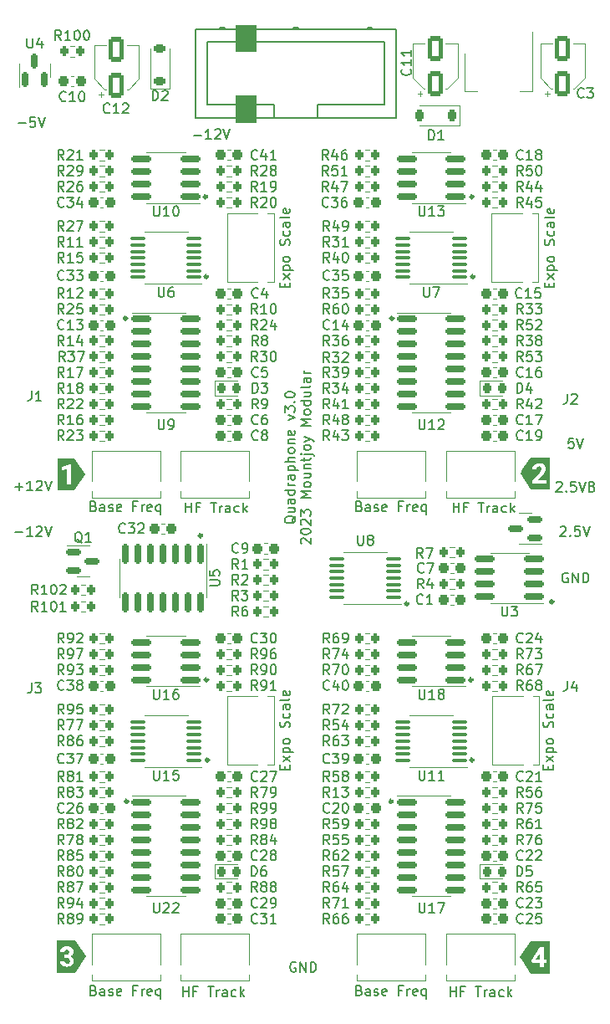
<source format=gbr>
%TF.GenerationSoftware,KiCad,Pcbnew,7.0.7*%
%TF.CreationDate,2023-08-17T15:14:34+01:00*%
%TF.ProjectId,Quadraphone_Components,51756164-7261-4706-986f-6e655f436f6d,rev?*%
%TF.SameCoordinates,Original*%
%TF.FileFunction,Legend,Top*%
%TF.FilePolarity,Positive*%
%FSLAX46Y46*%
G04 Gerber Fmt 4.6, Leading zero omitted, Abs format (unit mm)*
G04 Created by KiCad (PCBNEW 7.0.7) date 2023-08-17 15:14:34*
%MOMM*%
%LPD*%
G01*
G04 APERTURE LIST*
G04 Aperture macros list*
%AMRoundRect*
0 Rectangle with rounded corners*
0 $1 Rounding radius*
0 $2 $3 $4 $5 $6 $7 $8 $9 X,Y pos of 4 corners*
0 Add a 4 corners polygon primitive as box body*
4,1,4,$2,$3,$4,$5,$6,$7,$8,$9,$2,$3,0*
0 Add four circle primitives for the rounded corners*
1,1,$1+$1,$2,$3*
1,1,$1+$1,$4,$5*
1,1,$1+$1,$6,$7*
1,1,$1+$1,$8,$9*
0 Add four rect primitives between the rounded corners*
20,1,$1+$1,$2,$3,$4,$5,0*
20,1,$1+$1,$4,$5,$6,$7,0*
20,1,$1+$1,$6,$7,$8,$9,0*
20,1,$1+$1,$8,$9,$2,$3,0*%
G04 Aperture macros list end*
%ADD10C,0.300000*%
%ADD11C,0.150000*%
%ADD12C,0.120000*%
%ADD13C,0.100000*%
%ADD14RoundRect,0.237500X0.300000X0.237500X-0.300000X0.237500X-0.300000X-0.237500X0.300000X-0.237500X0*%
%ADD15C,2.000000*%
%ADD16C,1.440000*%
%ADD17RoundRect,0.218750X-0.218750X-0.256250X0.218750X-0.256250X0.218750X0.256250X-0.218750X0.256250X0*%
%ADD18RoundRect,0.200000X-0.200000X-0.275000X0.200000X-0.275000X0.200000X0.275000X-0.200000X0.275000X0*%
%ADD19RoundRect,0.237500X-0.300000X-0.237500X0.300000X-0.237500X0.300000X0.237500X-0.300000X0.237500X0*%
%ADD20RoundRect,0.200000X0.200000X0.275000X-0.200000X0.275000X-0.200000X-0.275000X0.200000X-0.275000X0*%
%ADD21RoundRect,0.150000X0.825000X0.150000X-0.825000X0.150000X-0.825000X-0.150000X0.825000X-0.150000X0*%
%ADD22RoundRect,0.150000X0.587500X0.150000X-0.587500X0.150000X-0.587500X-0.150000X0.587500X-0.150000X0*%
%ADD23RoundRect,0.150000X-0.150000X0.825000X-0.150000X-0.825000X0.150000X-0.825000X0.150000X0.825000X0*%
%ADD24RoundRect,0.100000X0.637500X0.100000X-0.637500X0.100000X-0.637500X-0.100000X0.637500X-0.100000X0*%
%ADD25RoundRect,0.250000X0.550000X-1.050000X0.550000X1.050000X-0.550000X1.050000X-0.550000X-1.050000X0*%
%ADD26RoundRect,0.150000X-0.587500X-0.150000X0.587500X-0.150000X0.587500X0.150000X-0.587500X0.150000X0*%
%ADD27RoundRect,0.225000X0.375000X-0.225000X0.375000X0.225000X-0.375000X0.225000X-0.375000X-0.225000X0*%
%ADD28RoundRect,0.225000X0.225000X0.375000X-0.225000X0.375000X-0.225000X-0.375000X0.225000X-0.375000X0*%
%ADD29RoundRect,0.150000X-0.825000X-0.150000X0.825000X-0.150000X0.825000X0.150000X-0.825000X0.150000X0*%
%ADD30RoundRect,0.150000X0.150000X-0.587500X0.150000X0.587500X-0.150000X0.587500X-0.150000X-0.587500X0*%
%ADD31R,1.700000X1.700000*%
%ADD32C,1.700000*%
%ADD33R,1.500000X2.000000*%
%ADD34R,3.800000X2.000000*%
%ADD35O,1.700000X1.700000*%
G04 APERTURE END LIST*
D10*
X97241421Y-67900000D02*
G75*
G03*
X97241421Y-67900000I-141421J0D01*
G01*
X70241421Y-67900000D02*
G75*
G03*
X70241421Y-67900000I-141421J0D01*
G01*
X105341421Y-108900000D02*
G75*
G03*
X105341421Y-108900000I-141421J0D01*
G01*
X90641421Y-109100000D02*
G75*
G03*
X90641421Y-109100000I-141421J0D01*
G01*
X97141421Y-116800000D02*
G75*
G03*
X97141421Y-116800000I-141421J0D01*
G01*
X70341421Y-76000000D02*
G75*
G03*
X70341421Y-76000000I-141421J0D01*
G01*
X89141421Y-80200000D02*
G75*
G03*
X89141421Y-80200000I-141421J0D01*
G01*
X70441421Y-124900000D02*
G75*
G03*
X70441421Y-124900000I-141421J0D01*
G01*
X70341421Y-116800000D02*
G75*
G03*
X70341421Y-116800000I-141421J0D01*
G01*
X89041421Y-129100000D02*
G75*
G03*
X89041421Y-129100000I-141421J0D01*
G01*
X62241421Y-129100000D02*
G75*
G03*
X62241421Y-129100000I-141421J0D01*
G01*
X62141421Y-80200000D02*
G75*
G03*
X62141421Y-80200000I-141421J0D01*
G01*
X69741421Y-102200000D02*
G75*
G03*
X69741421Y-102200000I-141421J0D01*
G01*
X97341421Y-76000000D02*
G75*
G03*
X97341421Y-76000000I-141421J0D01*
G01*
X97241421Y-124900000D02*
G75*
G03*
X97241421Y-124900000I-141421J0D01*
G01*
D11*
X105671429Y-96850057D02*
X105719048Y-96802438D01*
X105719048Y-96802438D02*
X105814286Y-96754819D01*
X105814286Y-96754819D02*
X106052381Y-96754819D01*
X106052381Y-96754819D02*
X106147619Y-96802438D01*
X106147619Y-96802438D02*
X106195238Y-96850057D01*
X106195238Y-96850057D02*
X106242857Y-96945295D01*
X106242857Y-96945295D02*
X106242857Y-97040533D01*
X106242857Y-97040533D02*
X106195238Y-97183390D01*
X106195238Y-97183390D02*
X105623810Y-97754819D01*
X105623810Y-97754819D02*
X106242857Y-97754819D01*
X106671429Y-97659580D02*
X106719048Y-97707200D01*
X106719048Y-97707200D02*
X106671429Y-97754819D01*
X106671429Y-97754819D02*
X106623810Y-97707200D01*
X106623810Y-97707200D02*
X106671429Y-97659580D01*
X106671429Y-97659580D02*
X106671429Y-97754819D01*
X107623809Y-96754819D02*
X107147619Y-96754819D01*
X107147619Y-96754819D02*
X107100000Y-97231009D01*
X107100000Y-97231009D02*
X107147619Y-97183390D01*
X107147619Y-97183390D02*
X107242857Y-97135771D01*
X107242857Y-97135771D02*
X107480952Y-97135771D01*
X107480952Y-97135771D02*
X107576190Y-97183390D01*
X107576190Y-97183390D02*
X107623809Y-97231009D01*
X107623809Y-97231009D02*
X107671428Y-97326247D01*
X107671428Y-97326247D02*
X107671428Y-97564342D01*
X107671428Y-97564342D02*
X107623809Y-97659580D01*
X107623809Y-97659580D02*
X107576190Y-97707200D01*
X107576190Y-97707200D02*
X107480952Y-97754819D01*
X107480952Y-97754819D02*
X107242857Y-97754819D01*
X107242857Y-97754819D02*
X107147619Y-97707200D01*
X107147619Y-97707200D02*
X107100000Y-97659580D01*
X107957143Y-96754819D02*
X108290476Y-97754819D01*
X108290476Y-97754819D02*
X108623809Y-96754819D01*
X109290476Y-97231009D02*
X109433333Y-97278628D01*
X109433333Y-97278628D02*
X109480952Y-97326247D01*
X109480952Y-97326247D02*
X109528571Y-97421485D01*
X109528571Y-97421485D02*
X109528571Y-97564342D01*
X109528571Y-97564342D02*
X109480952Y-97659580D01*
X109480952Y-97659580D02*
X109433333Y-97707200D01*
X109433333Y-97707200D02*
X109338095Y-97754819D01*
X109338095Y-97754819D02*
X108957143Y-97754819D01*
X108957143Y-97754819D02*
X108957143Y-96754819D01*
X108957143Y-96754819D02*
X109290476Y-96754819D01*
X109290476Y-96754819D02*
X109385714Y-96802438D01*
X109385714Y-96802438D02*
X109433333Y-96850057D01*
X109433333Y-96850057D02*
X109480952Y-96945295D01*
X109480952Y-96945295D02*
X109480952Y-97040533D01*
X109480952Y-97040533D02*
X109433333Y-97135771D01*
X109433333Y-97135771D02*
X109385714Y-97183390D01*
X109385714Y-97183390D02*
X109290476Y-97231009D01*
X109290476Y-97231009D02*
X108957143Y-97231009D01*
X67828571Y-148854819D02*
X67828571Y-147854819D01*
X67828571Y-148331009D02*
X68399999Y-148331009D01*
X68399999Y-148854819D02*
X68399999Y-147854819D01*
X69209523Y-148331009D02*
X68876190Y-148331009D01*
X68876190Y-148854819D02*
X68876190Y-147854819D01*
X68876190Y-147854819D02*
X69352380Y-147854819D01*
X70352381Y-147854819D02*
X70923809Y-147854819D01*
X70638095Y-148854819D02*
X70638095Y-147854819D01*
X71257143Y-148854819D02*
X71257143Y-148188152D01*
X71257143Y-148378628D02*
X71304762Y-148283390D01*
X71304762Y-148283390D02*
X71352381Y-148235771D01*
X71352381Y-148235771D02*
X71447619Y-148188152D01*
X71447619Y-148188152D02*
X71542857Y-148188152D01*
X72304762Y-148854819D02*
X72304762Y-148331009D01*
X72304762Y-148331009D02*
X72257143Y-148235771D01*
X72257143Y-148235771D02*
X72161905Y-148188152D01*
X72161905Y-148188152D02*
X71971429Y-148188152D01*
X71971429Y-148188152D02*
X71876191Y-148235771D01*
X72304762Y-148807200D02*
X72209524Y-148854819D01*
X72209524Y-148854819D02*
X71971429Y-148854819D01*
X71971429Y-148854819D02*
X71876191Y-148807200D01*
X71876191Y-148807200D02*
X71828572Y-148711961D01*
X71828572Y-148711961D02*
X71828572Y-148616723D01*
X71828572Y-148616723D02*
X71876191Y-148521485D01*
X71876191Y-148521485D02*
X71971429Y-148473866D01*
X71971429Y-148473866D02*
X72209524Y-148473866D01*
X72209524Y-148473866D02*
X72304762Y-148426247D01*
X73209524Y-148807200D02*
X73114286Y-148854819D01*
X73114286Y-148854819D02*
X72923810Y-148854819D01*
X72923810Y-148854819D02*
X72828572Y-148807200D01*
X72828572Y-148807200D02*
X72780953Y-148759580D01*
X72780953Y-148759580D02*
X72733334Y-148664342D01*
X72733334Y-148664342D02*
X72733334Y-148378628D01*
X72733334Y-148378628D02*
X72780953Y-148283390D01*
X72780953Y-148283390D02*
X72828572Y-148235771D01*
X72828572Y-148235771D02*
X72923810Y-148188152D01*
X72923810Y-148188152D02*
X73114286Y-148188152D01*
X73114286Y-148188152D02*
X73209524Y-148235771D01*
X73638096Y-148854819D02*
X73638096Y-147854819D01*
X73733334Y-148473866D02*
X74019048Y-148854819D01*
X74019048Y-148188152D02*
X73638096Y-148569104D01*
X107409523Y-92354819D02*
X106933333Y-92354819D01*
X106933333Y-92354819D02*
X106885714Y-92831009D01*
X106885714Y-92831009D02*
X106933333Y-92783390D01*
X106933333Y-92783390D02*
X107028571Y-92735771D01*
X107028571Y-92735771D02*
X107266666Y-92735771D01*
X107266666Y-92735771D02*
X107361904Y-92783390D01*
X107361904Y-92783390D02*
X107409523Y-92831009D01*
X107409523Y-92831009D02*
X107457142Y-92926247D01*
X107457142Y-92926247D02*
X107457142Y-93164342D01*
X107457142Y-93164342D02*
X107409523Y-93259580D01*
X107409523Y-93259580D02*
X107361904Y-93307200D01*
X107361904Y-93307200D02*
X107266666Y-93354819D01*
X107266666Y-93354819D02*
X107028571Y-93354819D01*
X107028571Y-93354819D02*
X106933333Y-93307200D01*
X106933333Y-93307200D02*
X106885714Y-93259580D01*
X107742857Y-92354819D02*
X108076190Y-93354819D01*
X108076190Y-93354819D02*
X108409523Y-92354819D01*
X94928571Y-148854819D02*
X94928571Y-147854819D01*
X94928571Y-148331009D02*
X95499999Y-148331009D01*
X95499999Y-148854819D02*
X95499999Y-147854819D01*
X96309523Y-148331009D02*
X95976190Y-148331009D01*
X95976190Y-148854819D02*
X95976190Y-147854819D01*
X95976190Y-147854819D02*
X96452380Y-147854819D01*
X97452381Y-147854819D02*
X98023809Y-147854819D01*
X97738095Y-148854819D02*
X97738095Y-147854819D01*
X98357143Y-148854819D02*
X98357143Y-148188152D01*
X98357143Y-148378628D02*
X98404762Y-148283390D01*
X98404762Y-148283390D02*
X98452381Y-148235771D01*
X98452381Y-148235771D02*
X98547619Y-148188152D01*
X98547619Y-148188152D02*
X98642857Y-148188152D01*
X99404762Y-148854819D02*
X99404762Y-148331009D01*
X99404762Y-148331009D02*
X99357143Y-148235771D01*
X99357143Y-148235771D02*
X99261905Y-148188152D01*
X99261905Y-148188152D02*
X99071429Y-148188152D01*
X99071429Y-148188152D02*
X98976191Y-148235771D01*
X99404762Y-148807200D02*
X99309524Y-148854819D01*
X99309524Y-148854819D02*
X99071429Y-148854819D01*
X99071429Y-148854819D02*
X98976191Y-148807200D01*
X98976191Y-148807200D02*
X98928572Y-148711961D01*
X98928572Y-148711961D02*
X98928572Y-148616723D01*
X98928572Y-148616723D02*
X98976191Y-148521485D01*
X98976191Y-148521485D02*
X99071429Y-148473866D01*
X99071429Y-148473866D02*
X99309524Y-148473866D01*
X99309524Y-148473866D02*
X99404762Y-148426247D01*
X100309524Y-148807200D02*
X100214286Y-148854819D01*
X100214286Y-148854819D02*
X100023810Y-148854819D01*
X100023810Y-148854819D02*
X99928572Y-148807200D01*
X99928572Y-148807200D02*
X99880953Y-148759580D01*
X99880953Y-148759580D02*
X99833334Y-148664342D01*
X99833334Y-148664342D02*
X99833334Y-148378628D01*
X99833334Y-148378628D02*
X99880953Y-148283390D01*
X99880953Y-148283390D02*
X99928572Y-148235771D01*
X99928572Y-148235771D02*
X100023810Y-148188152D01*
X100023810Y-148188152D02*
X100214286Y-148188152D01*
X100214286Y-148188152D02*
X100309524Y-148235771D01*
X100738096Y-148854819D02*
X100738096Y-147854819D01*
X100833334Y-148473866D02*
X101119048Y-148854819D01*
X101119048Y-148188152D02*
X100738096Y-148569104D01*
X95228571Y-99854819D02*
X95228571Y-98854819D01*
X95228571Y-99331009D02*
X95799999Y-99331009D01*
X95799999Y-99854819D02*
X95799999Y-98854819D01*
X96609523Y-99331009D02*
X96276190Y-99331009D01*
X96276190Y-99854819D02*
X96276190Y-98854819D01*
X96276190Y-98854819D02*
X96752380Y-98854819D01*
X97752381Y-98854819D02*
X98323809Y-98854819D01*
X98038095Y-99854819D02*
X98038095Y-98854819D01*
X98657143Y-99854819D02*
X98657143Y-99188152D01*
X98657143Y-99378628D02*
X98704762Y-99283390D01*
X98704762Y-99283390D02*
X98752381Y-99235771D01*
X98752381Y-99235771D02*
X98847619Y-99188152D01*
X98847619Y-99188152D02*
X98942857Y-99188152D01*
X99704762Y-99854819D02*
X99704762Y-99331009D01*
X99704762Y-99331009D02*
X99657143Y-99235771D01*
X99657143Y-99235771D02*
X99561905Y-99188152D01*
X99561905Y-99188152D02*
X99371429Y-99188152D01*
X99371429Y-99188152D02*
X99276191Y-99235771D01*
X99704762Y-99807200D02*
X99609524Y-99854819D01*
X99609524Y-99854819D02*
X99371429Y-99854819D01*
X99371429Y-99854819D02*
X99276191Y-99807200D01*
X99276191Y-99807200D02*
X99228572Y-99711961D01*
X99228572Y-99711961D02*
X99228572Y-99616723D01*
X99228572Y-99616723D02*
X99276191Y-99521485D01*
X99276191Y-99521485D02*
X99371429Y-99473866D01*
X99371429Y-99473866D02*
X99609524Y-99473866D01*
X99609524Y-99473866D02*
X99704762Y-99426247D01*
X100609524Y-99807200D02*
X100514286Y-99854819D01*
X100514286Y-99854819D02*
X100323810Y-99854819D01*
X100323810Y-99854819D02*
X100228572Y-99807200D01*
X100228572Y-99807200D02*
X100180953Y-99759580D01*
X100180953Y-99759580D02*
X100133334Y-99664342D01*
X100133334Y-99664342D02*
X100133334Y-99378628D01*
X100133334Y-99378628D02*
X100180953Y-99283390D01*
X100180953Y-99283390D02*
X100228572Y-99235771D01*
X100228572Y-99235771D02*
X100323810Y-99188152D01*
X100323810Y-99188152D02*
X100514286Y-99188152D01*
X100514286Y-99188152D02*
X100609524Y-99235771D01*
X101038096Y-99854819D02*
X101038096Y-98854819D01*
X101133334Y-99473866D02*
X101419048Y-99854819D01*
X101419048Y-99188152D02*
X101038096Y-99569104D01*
X68128571Y-99854819D02*
X68128571Y-98854819D01*
X68128571Y-99331009D02*
X68699999Y-99331009D01*
X68699999Y-99854819D02*
X68699999Y-98854819D01*
X69509523Y-99331009D02*
X69176190Y-99331009D01*
X69176190Y-99854819D02*
X69176190Y-98854819D01*
X69176190Y-98854819D02*
X69652380Y-98854819D01*
X70652381Y-98854819D02*
X71223809Y-98854819D01*
X70938095Y-99854819D02*
X70938095Y-98854819D01*
X71557143Y-99854819D02*
X71557143Y-99188152D01*
X71557143Y-99378628D02*
X71604762Y-99283390D01*
X71604762Y-99283390D02*
X71652381Y-99235771D01*
X71652381Y-99235771D02*
X71747619Y-99188152D01*
X71747619Y-99188152D02*
X71842857Y-99188152D01*
X72604762Y-99854819D02*
X72604762Y-99331009D01*
X72604762Y-99331009D02*
X72557143Y-99235771D01*
X72557143Y-99235771D02*
X72461905Y-99188152D01*
X72461905Y-99188152D02*
X72271429Y-99188152D01*
X72271429Y-99188152D02*
X72176191Y-99235771D01*
X72604762Y-99807200D02*
X72509524Y-99854819D01*
X72509524Y-99854819D02*
X72271429Y-99854819D01*
X72271429Y-99854819D02*
X72176191Y-99807200D01*
X72176191Y-99807200D02*
X72128572Y-99711961D01*
X72128572Y-99711961D02*
X72128572Y-99616723D01*
X72128572Y-99616723D02*
X72176191Y-99521485D01*
X72176191Y-99521485D02*
X72271429Y-99473866D01*
X72271429Y-99473866D02*
X72509524Y-99473866D01*
X72509524Y-99473866D02*
X72604762Y-99426247D01*
X73509524Y-99807200D02*
X73414286Y-99854819D01*
X73414286Y-99854819D02*
X73223810Y-99854819D01*
X73223810Y-99854819D02*
X73128572Y-99807200D01*
X73128572Y-99807200D02*
X73080953Y-99759580D01*
X73080953Y-99759580D02*
X73033334Y-99664342D01*
X73033334Y-99664342D02*
X73033334Y-99378628D01*
X73033334Y-99378628D02*
X73080953Y-99283390D01*
X73080953Y-99283390D02*
X73128572Y-99235771D01*
X73128572Y-99235771D02*
X73223810Y-99188152D01*
X73223810Y-99188152D02*
X73414286Y-99188152D01*
X73414286Y-99188152D02*
X73509524Y-99235771D01*
X73938096Y-99854819D02*
X73938096Y-98854819D01*
X74033334Y-99473866D02*
X74319048Y-99854819D01*
X74319048Y-99188152D02*
X73938096Y-99569104D01*
X106838095Y-106002438D02*
X106742857Y-105954819D01*
X106742857Y-105954819D02*
X106600000Y-105954819D01*
X106600000Y-105954819D02*
X106457143Y-106002438D01*
X106457143Y-106002438D02*
X106361905Y-106097676D01*
X106361905Y-106097676D02*
X106314286Y-106192914D01*
X106314286Y-106192914D02*
X106266667Y-106383390D01*
X106266667Y-106383390D02*
X106266667Y-106526247D01*
X106266667Y-106526247D02*
X106314286Y-106716723D01*
X106314286Y-106716723D02*
X106361905Y-106811961D01*
X106361905Y-106811961D02*
X106457143Y-106907200D01*
X106457143Y-106907200D02*
X106600000Y-106954819D01*
X106600000Y-106954819D02*
X106695238Y-106954819D01*
X106695238Y-106954819D02*
X106838095Y-106907200D01*
X106838095Y-106907200D02*
X106885714Y-106859580D01*
X106885714Y-106859580D02*
X106885714Y-106526247D01*
X106885714Y-106526247D02*
X106695238Y-106526247D01*
X107314286Y-106954819D02*
X107314286Y-105954819D01*
X107314286Y-105954819D02*
X107885714Y-106954819D01*
X107885714Y-106954819D02*
X107885714Y-105954819D01*
X108361905Y-106954819D02*
X108361905Y-105954819D01*
X108361905Y-105954819D02*
X108600000Y-105954819D01*
X108600000Y-105954819D02*
X108742857Y-106002438D01*
X108742857Y-106002438D02*
X108838095Y-106097676D01*
X108838095Y-106097676D02*
X108885714Y-106192914D01*
X108885714Y-106192914D02*
X108933333Y-106383390D01*
X108933333Y-106383390D02*
X108933333Y-106526247D01*
X108933333Y-106526247D02*
X108885714Y-106716723D01*
X108885714Y-106716723D02*
X108838095Y-106811961D01*
X108838095Y-106811961D02*
X108742857Y-106907200D01*
X108742857Y-106907200D02*
X108600000Y-106954819D01*
X108600000Y-106954819D02*
X108361905Y-106954819D01*
X104931009Y-77052381D02*
X104931009Y-76719048D01*
X105454819Y-76576191D02*
X105454819Y-77052381D01*
X105454819Y-77052381D02*
X104454819Y-77052381D01*
X104454819Y-77052381D02*
X104454819Y-76576191D01*
X105454819Y-76242857D02*
X104788152Y-75719048D01*
X104788152Y-76242857D02*
X105454819Y-75719048D01*
X104788152Y-75338095D02*
X105788152Y-75338095D01*
X104835771Y-75338095D02*
X104788152Y-75242857D01*
X104788152Y-75242857D02*
X104788152Y-75052381D01*
X104788152Y-75052381D02*
X104835771Y-74957143D01*
X104835771Y-74957143D02*
X104883390Y-74909524D01*
X104883390Y-74909524D02*
X104978628Y-74861905D01*
X104978628Y-74861905D02*
X105264342Y-74861905D01*
X105264342Y-74861905D02*
X105359580Y-74909524D01*
X105359580Y-74909524D02*
X105407200Y-74957143D01*
X105407200Y-74957143D02*
X105454819Y-75052381D01*
X105454819Y-75052381D02*
X105454819Y-75242857D01*
X105454819Y-75242857D02*
X105407200Y-75338095D01*
X105454819Y-74290476D02*
X105407200Y-74385714D01*
X105407200Y-74385714D02*
X105359580Y-74433333D01*
X105359580Y-74433333D02*
X105264342Y-74480952D01*
X105264342Y-74480952D02*
X104978628Y-74480952D01*
X104978628Y-74480952D02*
X104883390Y-74433333D01*
X104883390Y-74433333D02*
X104835771Y-74385714D01*
X104835771Y-74385714D02*
X104788152Y-74290476D01*
X104788152Y-74290476D02*
X104788152Y-74147619D01*
X104788152Y-74147619D02*
X104835771Y-74052381D01*
X104835771Y-74052381D02*
X104883390Y-74004762D01*
X104883390Y-74004762D02*
X104978628Y-73957143D01*
X104978628Y-73957143D02*
X105264342Y-73957143D01*
X105264342Y-73957143D02*
X105359580Y-74004762D01*
X105359580Y-74004762D02*
X105407200Y-74052381D01*
X105407200Y-74052381D02*
X105454819Y-74147619D01*
X105454819Y-74147619D02*
X105454819Y-74290476D01*
X105407200Y-72814285D02*
X105454819Y-72671428D01*
X105454819Y-72671428D02*
X105454819Y-72433333D01*
X105454819Y-72433333D02*
X105407200Y-72338095D01*
X105407200Y-72338095D02*
X105359580Y-72290476D01*
X105359580Y-72290476D02*
X105264342Y-72242857D01*
X105264342Y-72242857D02*
X105169104Y-72242857D01*
X105169104Y-72242857D02*
X105073866Y-72290476D01*
X105073866Y-72290476D02*
X105026247Y-72338095D01*
X105026247Y-72338095D02*
X104978628Y-72433333D01*
X104978628Y-72433333D02*
X104931009Y-72623809D01*
X104931009Y-72623809D02*
X104883390Y-72719047D01*
X104883390Y-72719047D02*
X104835771Y-72766666D01*
X104835771Y-72766666D02*
X104740533Y-72814285D01*
X104740533Y-72814285D02*
X104645295Y-72814285D01*
X104645295Y-72814285D02*
X104550057Y-72766666D01*
X104550057Y-72766666D02*
X104502438Y-72719047D01*
X104502438Y-72719047D02*
X104454819Y-72623809D01*
X104454819Y-72623809D02*
X104454819Y-72385714D01*
X104454819Y-72385714D02*
X104502438Y-72242857D01*
X105407200Y-71385714D02*
X105454819Y-71480952D01*
X105454819Y-71480952D02*
X105454819Y-71671428D01*
X105454819Y-71671428D02*
X105407200Y-71766666D01*
X105407200Y-71766666D02*
X105359580Y-71814285D01*
X105359580Y-71814285D02*
X105264342Y-71861904D01*
X105264342Y-71861904D02*
X104978628Y-71861904D01*
X104978628Y-71861904D02*
X104883390Y-71814285D01*
X104883390Y-71814285D02*
X104835771Y-71766666D01*
X104835771Y-71766666D02*
X104788152Y-71671428D01*
X104788152Y-71671428D02*
X104788152Y-71480952D01*
X104788152Y-71480952D02*
X104835771Y-71385714D01*
X105454819Y-70528571D02*
X104931009Y-70528571D01*
X104931009Y-70528571D02*
X104835771Y-70576190D01*
X104835771Y-70576190D02*
X104788152Y-70671428D01*
X104788152Y-70671428D02*
X104788152Y-70861904D01*
X104788152Y-70861904D02*
X104835771Y-70957142D01*
X105407200Y-70528571D02*
X105454819Y-70623809D01*
X105454819Y-70623809D02*
X105454819Y-70861904D01*
X105454819Y-70861904D02*
X105407200Y-70957142D01*
X105407200Y-70957142D02*
X105311961Y-71004761D01*
X105311961Y-71004761D02*
X105216723Y-71004761D01*
X105216723Y-71004761D02*
X105121485Y-70957142D01*
X105121485Y-70957142D02*
X105073866Y-70861904D01*
X105073866Y-70861904D02*
X105073866Y-70623809D01*
X105073866Y-70623809D02*
X105026247Y-70528571D01*
X105454819Y-69909523D02*
X105407200Y-70004761D01*
X105407200Y-70004761D02*
X105311961Y-70052380D01*
X105311961Y-70052380D02*
X104454819Y-70052380D01*
X105407200Y-69147618D02*
X105454819Y-69242856D01*
X105454819Y-69242856D02*
X105454819Y-69433332D01*
X105454819Y-69433332D02*
X105407200Y-69528570D01*
X105407200Y-69528570D02*
X105311961Y-69576189D01*
X105311961Y-69576189D02*
X104931009Y-69576189D01*
X104931009Y-69576189D02*
X104835771Y-69528570D01*
X104835771Y-69528570D02*
X104788152Y-69433332D01*
X104788152Y-69433332D02*
X104788152Y-69242856D01*
X104788152Y-69242856D02*
X104835771Y-69147618D01*
X104835771Y-69147618D02*
X104931009Y-69099999D01*
X104931009Y-69099999D02*
X105026247Y-69099999D01*
X105026247Y-69099999D02*
X105121485Y-69576189D01*
X85685713Y-99231009D02*
X85828570Y-99278628D01*
X85828570Y-99278628D02*
X85876189Y-99326247D01*
X85876189Y-99326247D02*
X85923808Y-99421485D01*
X85923808Y-99421485D02*
X85923808Y-99564342D01*
X85923808Y-99564342D02*
X85876189Y-99659580D01*
X85876189Y-99659580D02*
X85828570Y-99707200D01*
X85828570Y-99707200D02*
X85733332Y-99754819D01*
X85733332Y-99754819D02*
X85352380Y-99754819D01*
X85352380Y-99754819D02*
X85352380Y-98754819D01*
X85352380Y-98754819D02*
X85685713Y-98754819D01*
X85685713Y-98754819D02*
X85780951Y-98802438D01*
X85780951Y-98802438D02*
X85828570Y-98850057D01*
X85828570Y-98850057D02*
X85876189Y-98945295D01*
X85876189Y-98945295D02*
X85876189Y-99040533D01*
X85876189Y-99040533D02*
X85828570Y-99135771D01*
X85828570Y-99135771D02*
X85780951Y-99183390D01*
X85780951Y-99183390D02*
X85685713Y-99231009D01*
X85685713Y-99231009D02*
X85352380Y-99231009D01*
X86780951Y-99754819D02*
X86780951Y-99231009D01*
X86780951Y-99231009D02*
X86733332Y-99135771D01*
X86733332Y-99135771D02*
X86638094Y-99088152D01*
X86638094Y-99088152D02*
X86447618Y-99088152D01*
X86447618Y-99088152D02*
X86352380Y-99135771D01*
X86780951Y-99707200D02*
X86685713Y-99754819D01*
X86685713Y-99754819D02*
X86447618Y-99754819D01*
X86447618Y-99754819D02*
X86352380Y-99707200D01*
X86352380Y-99707200D02*
X86304761Y-99611961D01*
X86304761Y-99611961D02*
X86304761Y-99516723D01*
X86304761Y-99516723D02*
X86352380Y-99421485D01*
X86352380Y-99421485D02*
X86447618Y-99373866D01*
X86447618Y-99373866D02*
X86685713Y-99373866D01*
X86685713Y-99373866D02*
X86780951Y-99326247D01*
X87209523Y-99707200D02*
X87304761Y-99754819D01*
X87304761Y-99754819D02*
X87495237Y-99754819D01*
X87495237Y-99754819D02*
X87590475Y-99707200D01*
X87590475Y-99707200D02*
X87638094Y-99611961D01*
X87638094Y-99611961D02*
X87638094Y-99564342D01*
X87638094Y-99564342D02*
X87590475Y-99469104D01*
X87590475Y-99469104D02*
X87495237Y-99421485D01*
X87495237Y-99421485D02*
X87352380Y-99421485D01*
X87352380Y-99421485D02*
X87257142Y-99373866D01*
X87257142Y-99373866D02*
X87209523Y-99278628D01*
X87209523Y-99278628D02*
X87209523Y-99231009D01*
X87209523Y-99231009D02*
X87257142Y-99135771D01*
X87257142Y-99135771D02*
X87352380Y-99088152D01*
X87352380Y-99088152D02*
X87495237Y-99088152D01*
X87495237Y-99088152D02*
X87590475Y-99135771D01*
X88447618Y-99707200D02*
X88352380Y-99754819D01*
X88352380Y-99754819D02*
X88161904Y-99754819D01*
X88161904Y-99754819D02*
X88066666Y-99707200D01*
X88066666Y-99707200D02*
X88019047Y-99611961D01*
X88019047Y-99611961D02*
X88019047Y-99231009D01*
X88019047Y-99231009D02*
X88066666Y-99135771D01*
X88066666Y-99135771D02*
X88161904Y-99088152D01*
X88161904Y-99088152D02*
X88352380Y-99088152D01*
X88352380Y-99088152D02*
X88447618Y-99135771D01*
X88447618Y-99135771D02*
X88495237Y-99231009D01*
X88495237Y-99231009D02*
X88495237Y-99326247D01*
X88495237Y-99326247D02*
X88019047Y-99421485D01*
X90019047Y-99231009D02*
X89685714Y-99231009D01*
X89685714Y-99754819D02*
X89685714Y-98754819D01*
X89685714Y-98754819D02*
X90161904Y-98754819D01*
X90542857Y-99754819D02*
X90542857Y-99088152D01*
X90542857Y-99278628D02*
X90590476Y-99183390D01*
X90590476Y-99183390D02*
X90638095Y-99135771D01*
X90638095Y-99135771D02*
X90733333Y-99088152D01*
X90733333Y-99088152D02*
X90828571Y-99088152D01*
X91542857Y-99707200D02*
X91447619Y-99754819D01*
X91447619Y-99754819D02*
X91257143Y-99754819D01*
X91257143Y-99754819D02*
X91161905Y-99707200D01*
X91161905Y-99707200D02*
X91114286Y-99611961D01*
X91114286Y-99611961D02*
X91114286Y-99231009D01*
X91114286Y-99231009D02*
X91161905Y-99135771D01*
X91161905Y-99135771D02*
X91257143Y-99088152D01*
X91257143Y-99088152D02*
X91447619Y-99088152D01*
X91447619Y-99088152D02*
X91542857Y-99135771D01*
X91542857Y-99135771D02*
X91590476Y-99231009D01*
X91590476Y-99231009D02*
X91590476Y-99326247D01*
X91590476Y-99326247D02*
X91114286Y-99421485D01*
X92447619Y-99088152D02*
X92447619Y-100088152D01*
X92447619Y-99707200D02*
X92352381Y-99754819D01*
X92352381Y-99754819D02*
X92161905Y-99754819D01*
X92161905Y-99754819D02*
X92066667Y-99707200D01*
X92066667Y-99707200D02*
X92019048Y-99659580D01*
X92019048Y-99659580D02*
X91971429Y-99564342D01*
X91971429Y-99564342D02*
X91971429Y-99278628D01*
X91971429Y-99278628D02*
X92019048Y-99183390D01*
X92019048Y-99183390D02*
X92066667Y-99135771D01*
X92066667Y-99135771D02*
X92161905Y-99088152D01*
X92161905Y-99088152D02*
X92352381Y-99088152D01*
X92352381Y-99088152D02*
X92447619Y-99135771D01*
X104831009Y-125852381D02*
X104831009Y-125519048D01*
X105354819Y-125376191D02*
X105354819Y-125852381D01*
X105354819Y-125852381D02*
X104354819Y-125852381D01*
X104354819Y-125852381D02*
X104354819Y-125376191D01*
X105354819Y-125042857D02*
X104688152Y-124519048D01*
X104688152Y-125042857D02*
X105354819Y-124519048D01*
X104688152Y-124138095D02*
X105688152Y-124138095D01*
X104735771Y-124138095D02*
X104688152Y-124042857D01*
X104688152Y-124042857D02*
X104688152Y-123852381D01*
X104688152Y-123852381D02*
X104735771Y-123757143D01*
X104735771Y-123757143D02*
X104783390Y-123709524D01*
X104783390Y-123709524D02*
X104878628Y-123661905D01*
X104878628Y-123661905D02*
X105164342Y-123661905D01*
X105164342Y-123661905D02*
X105259580Y-123709524D01*
X105259580Y-123709524D02*
X105307200Y-123757143D01*
X105307200Y-123757143D02*
X105354819Y-123852381D01*
X105354819Y-123852381D02*
X105354819Y-124042857D01*
X105354819Y-124042857D02*
X105307200Y-124138095D01*
X105354819Y-123090476D02*
X105307200Y-123185714D01*
X105307200Y-123185714D02*
X105259580Y-123233333D01*
X105259580Y-123233333D02*
X105164342Y-123280952D01*
X105164342Y-123280952D02*
X104878628Y-123280952D01*
X104878628Y-123280952D02*
X104783390Y-123233333D01*
X104783390Y-123233333D02*
X104735771Y-123185714D01*
X104735771Y-123185714D02*
X104688152Y-123090476D01*
X104688152Y-123090476D02*
X104688152Y-122947619D01*
X104688152Y-122947619D02*
X104735771Y-122852381D01*
X104735771Y-122852381D02*
X104783390Y-122804762D01*
X104783390Y-122804762D02*
X104878628Y-122757143D01*
X104878628Y-122757143D02*
X105164342Y-122757143D01*
X105164342Y-122757143D02*
X105259580Y-122804762D01*
X105259580Y-122804762D02*
X105307200Y-122852381D01*
X105307200Y-122852381D02*
X105354819Y-122947619D01*
X105354819Y-122947619D02*
X105354819Y-123090476D01*
X105307200Y-121614285D02*
X105354819Y-121471428D01*
X105354819Y-121471428D02*
X105354819Y-121233333D01*
X105354819Y-121233333D02*
X105307200Y-121138095D01*
X105307200Y-121138095D02*
X105259580Y-121090476D01*
X105259580Y-121090476D02*
X105164342Y-121042857D01*
X105164342Y-121042857D02*
X105069104Y-121042857D01*
X105069104Y-121042857D02*
X104973866Y-121090476D01*
X104973866Y-121090476D02*
X104926247Y-121138095D01*
X104926247Y-121138095D02*
X104878628Y-121233333D01*
X104878628Y-121233333D02*
X104831009Y-121423809D01*
X104831009Y-121423809D02*
X104783390Y-121519047D01*
X104783390Y-121519047D02*
X104735771Y-121566666D01*
X104735771Y-121566666D02*
X104640533Y-121614285D01*
X104640533Y-121614285D02*
X104545295Y-121614285D01*
X104545295Y-121614285D02*
X104450057Y-121566666D01*
X104450057Y-121566666D02*
X104402438Y-121519047D01*
X104402438Y-121519047D02*
X104354819Y-121423809D01*
X104354819Y-121423809D02*
X104354819Y-121185714D01*
X104354819Y-121185714D02*
X104402438Y-121042857D01*
X105307200Y-120185714D02*
X105354819Y-120280952D01*
X105354819Y-120280952D02*
X105354819Y-120471428D01*
X105354819Y-120471428D02*
X105307200Y-120566666D01*
X105307200Y-120566666D02*
X105259580Y-120614285D01*
X105259580Y-120614285D02*
X105164342Y-120661904D01*
X105164342Y-120661904D02*
X104878628Y-120661904D01*
X104878628Y-120661904D02*
X104783390Y-120614285D01*
X104783390Y-120614285D02*
X104735771Y-120566666D01*
X104735771Y-120566666D02*
X104688152Y-120471428D01*
X104688152Y-120471428D02*
X104688152Y-120280952D01*
X104688152Y-120280952D02*
X104735771Y-120185714D01*
X105354819Y-119328571D02*
X104831009Y-119328571D01*
X104831009Y-119328571D02*
X104735771Y-119376190D01*
X104735771Y-119376190D02*
X104688152Y-119471428D01*
X104688152Y-119471428D02*
X104688152Y-119661904D01*
X104688152Y-119661904D02*
X104735771Y-119757142D01*
X105307200Y-119328571D02*
X105354819Y-119423809D01*
X105354819Y-119423809D02*
X105354819Y-119661904D01*
X105354819Y-119661904D02*
X105307200Y-119757142D01*
X105307200Y-119757142D02*
X105211961Y-119804761D01*
X105211961Y-119804761D02*
X105116723Y-119804761D01*
X105116723Y-119804761D02*
X105021485Y-119757142D01*
X105021485Y-119757142D02*
X104973866Y-119661904D01*
X104973866Y-119661904D02*
X104973866Y-119423809D01*
X104973866Y-119423809D02*
X104926247Y-119328571D01*
X105354819Y-118709523D02*
X105307200Y-118804761D01*
X105307200Y-118804761D02*
X105211961Y-118852380D01*
X105211961Y-118852380D02*
X104354819Y-118852380D01*
X105307200Y-117947618D02*
X105354819Y-118042856D01*
X105354819Y-118042856D02*
X105354819Y-118233332D01*
X105354819Y-118233332D02*
X105307200Y-118328570D01*
X105307200Y-118328570D02*
X105211961Y-118376189D01*
X105211961Y-118376189D02*
X104831009Y-118376189D01*
X104831009Y-118376189D02*
X104735771Y-118328570D01*
X104735771Y-118328570D02*
X104688152Y-118233332D01*
X104688152Y-118233332D02*
X104688152Y-118042856D01*
X104688152Y-118042856D02*
X104735771Y-117947618D01*
X104735771Y-117947618D02*
X104831009Y-117899999D01*
X104831009Y-117899999D02*
X104926247Y-117899999D01*
X104926247Y-117899999D02*
X105021485Y-118376189D01*
X51114286Y-60473866D02*
X51876191Y-60473866D01*
X52828571Y-59854819D02*
X52352381Y-59854819D01*
X52352381Y-59854819D02*
X52304762Y-60331009D01*
X52304762Y-60331009D02*
X52352381Y-60283390D01*
X52352381Y-60283390D02*
X52447619Y-60235771D01*
X52447619Y-60235771D02*
X52685714Y-60235771D01*
X52685714Y-60235771D02*
X52780952Y-60283390D01*
X52780952Y-60283390D02*
X52828571Y-60331009D01*
X52828571Y-60331009D02*
X52876190Y-60426247D01*
X52876190Y-60426247D02*
X52876190Y-60664342D01*
X52876190Y-60664342D02*
X52828571Y-60759580D01*
X52828571Y-60759580D02*
X52780952Y-60807200D01*
X52780952Y-60807200D02*
X52685714Y-60854819D01*
X52685714Y-60854819D02*
X52447619Y-60854819D01*
X52447619Y-60854819D02*
X52352381Y-60807200D01*
X52352381Y-60807200D02*
X52304762Y-60759580D01*
X53161905Y-59854819D02*
X53495238Y-60854819D01*
X53495238Y-60854819D02*
X53828571Y-59854819D01*
X79238095Y-145402438D02*
X79142857Y-145354819D01*
X79142857Y-145354819D02*
X79000000Y-145354819D01*
X79000000Y-145354819D02*
X78857143Y-145402438D01*
X78857143Y-145402438D02*
X78761905Y-145497676D01*
X78761905Y-145497676D02*
X78714286Y-145592914D01*
X78714286Y-145592914D02*
X78666667Y-145783390D01*
X78666667Y-145783390D02*
X78666667Y-145926247D01*
X78666667Y-145926247D02*
X78714286Y-146116723D01*
X78714286Y-146116723D02*
X78761905Y-146211961D01*
X78761905Y-146211961D02*
X78857143Y-146307200D01*
X78857143Y-146307200D02*
X79000000Y-146354819D01*
X79000000Y-146354819D02*
X79095238Y-146354819D01*
X79095238Y-146354819D02*
X79238095Y-146307200D01*
X79238095Y-146307200D02*
X79285714Y-146259580D01*
X79285714Y-146259580D02*
X79285714Y-145926247D01*
X79285714Y-145926247D02*
X79095238Y-145926247D01*
X79714286Y-146354819D02*
X79714286Y-145354819D01*
X79714286Y-145354819D02*
X80285714Y-146354819D01*
X80285714Y-146354819D02*
X80285714Y-145354819D01*
X80761905Y-146354819D02*
X80761905Y-145354819D01*
X80761905Y-145354819D02*
X81000000Y-145354819D01*
X81000000Y-145354819D02*
X81142857Y-145402438D01*
X81142857Y-145402438D02*
X81238095Y-145497676D01*
X81238095Y-145497676D02*
X81285714Y-145592914D01*
X81285714Y-145592914D02*
X81333333Y-145783390D01*
X81333333Y-145783390D02*
X81333333Y-145926247D01*
X81333333Y-145926247D02*
X81285714Y-146116723D01*
X81285714Y-146116723D02*
X81238095Y-146211961D01*
X81238095Y-146211961D02*
X81142857Y-146307200D01*
X81142857Y-146307200D02*
X81000000Y-146354819D01*
X81000000Y-146354819D02*
X80761905Y-146354819D01*
X78131009Y-125852381D02*
X78131009Y-125519048D01*
X78654819Y-125376191D02*
X78654819Y-125852381D01*
X78654819Y-125852381D02*
X77654819Y-125852381D01*
X77654819Y-125852381D02*
X77654819Y-125376191D01*
X78654819Y-125042857D02*
X77988152Y-124519048D01*
X77988152Y-125042857D02*
X78654819Y-124519048D01*
X77988152Y-124138095D02*
X78988152Y-124138095D01*
X78035771Y-124138095D02*
X77988152Y-124042857D01*
X77988152Y-124042857D02*
X77988152Y-123852381D01*
X77988152Y-123852381D02*
X78035771Y-123757143D01*
X78035771Y-123757143D02*
X78083390Y-123709524D01*
X78083390Y-123709524D02*
X78178628Y-123661905D01*
X78178628Y-123661905D02*
X78464342Y-123661905D01*
X78464342Y-123661905D02*
X78559580Y-123709524D01*
X78559580Y-123709524D02*
X78607200Y-123757143D01*
X78607200Y-123757143D02*
X78654819Y-123852381D01*
X78654819Y-123852381D02*
X78654819Y-124042857D01*
X78654819Y-124042857D02*
X78607200Y-124138095D01*
X78654819Y-123090476D02*
X78607200Y-123185714D01*
X78607200Y-123185714D02*
X78559580Y-123233333D01*
X78559580Y-123233333D02*
X78464342Y-123280952D01*
X78464342Y-123280952D02*
X78178628Y-123280952D01*
X78178628Y-123280952D02*
X78083390Y-123233333D01*
X78083390Y-123233333D02*
X78035771Y-123185714D01*
X78035771Y-123185714D02*
X77988152Y-123090476D01*
X77988152Y-123090476D02*
X77988152Y-122947619D01*
X77988152Y-122947619D02*
X78035771Y-122852381D01*
X78035771Y-122852381D02*
X78083390Y-122804762D01*
X78083390Y-122804762D02*
X78178628Y-122757143D01*
X78178628Y-122757143D02*
X78464342Y-122757143D01*
X78464342Y-122757143D02*
X78559580Y-122804762D01*
X78559580Y-122804762D02*
X78607200Y-122852381D01*
X78607200Y-122852381D02*
X78654819Y-122947619D01*
X78654819Y-122947619D02*
X78654819Y-123090476D01*
X78607200Y-121614285D02*
X78654819Y-121471428D01*
X78654819Y-121471428D02*
X78654819Y-121233333D01*
X78654819Y-121233333D02*
X78607200Y-121138095D01*
X78607200Y-121138095D02*
X78559580Y-121090476D01*
X78559580Y-121090476D02*
X78464342Y-121042857D01*
X78464342Y-121042857D02*
X78369104Y-121042857D01*
X78369104Y-121042857D02*
X78273866Y-121090476D01*
X78273866Y-121090476D02*
X78226247Y-121138095D01*
X78226247Y-121138095D02*
X78178628Y-121233333D01*
X78178628Y-121233333D02*
X78131009Y-121423809D01*
X78131009Y-121423809D02*
X78083390Y-121519047D01*
X78083390Y-121519047D02*
X78035771Y-121566666D01*
X78035771Y-121566666D02*
X77940533Y-121614285D01*
X77940533Y-121614285D02*
X77845295Y-121614285D01*
X77845295Y-121614285D02*
X77750057Y-121566666D01*
X77750057Y-121566666D02*
X77702438Y-121519047D01*
X77702438Y-121519047D02*
X77654819Y-121423809D01*
X77654819Y-121423809D02*
X77654819Y-121185714D01*
X77654819Y-121185714D02*
X77702438Y-121042857D01*
X78607200Y-120185714D02*
X78654819Y-120280952D01*
X78654819Y-120280952D02*
X78654819Y-120471428D01*
X78654819Y-120471428D02*
X78607200Y-120566666D01*
X78607200Y-120566666D02*
X78559580Y-120614285D01*
X78559580Y-120614285D02*
X78464342Y-120661904D01*
X78464342Y-120661904D02*
X78178628Y-120661904D01*
X78178628Y-120661904D02*
X78083390Y-120614285D01*
X78083390Y-120614285D02*
X78035771Y-120566666D01*
X78035771Y-120566666D02*
X77988152Y-120471428D01*
X77988152Y-120471428D02*
X77988152Y-120280952D01*
X77988152Y-120280952D02*
X78035771Y-120185714D01*
X78654819Y-119328571D02*
X78131009Y-119328571D01*
X78131009Y-119328571D02*
X78035771Y-119376190D01*
X78035771Y-119376190D02*
X77988152Y-119471428D01*
X77988152Y-119471428D02*
X77988152Y-119661904D01*
X77988152Y-119661904D02*
X78035771Y-119757142D01*
X78607200Y-119328571D02*
X78654819Y-119423809D01*
X78654819Y-119423809D02*
X78654819Y-119661904D01*
X78654819Y-119661904D02*
X78607200Y-119757142D01*
X78607200Y-119757142D02*
X78511961Y-119804761D01*
X78511961Y-119804761D02*
X78416723Y-119804761D01*
X78416723Y-119804761D02*
X78321485Y-119757142D01*
X78321485Y-119757142D02*
X78273866Y-119661904D01*
X78273866Y-119661904D02*
X78273866Y-119423809D01*
X78273866Y-119423809D02*
X78226247Y-119328571D01*
X78654819Y-118709523D02*
X78607200Y-118804761D01*
X78607200Y-118804761D02*
X78511961Y-118852380D01*
X78511961Y-118852380D02*
X77654819Y-118852380D01*
X78607200Y-117947618D02*
X78654819Y-118042856D01*
X78654819Y-118042856D02*
X78654819Y-118233332D01*
X78654819Y-118233332D02*
X78607200Y-118328570D01*
X78607200Y-118328570D02*
X78511961Y-118376189D01*
X78511961Y-118376189D02*
X78131009Y-118376189D01*
X78131009Y-118376189D02*
X78035771Y-118328570D01*
X78035771Y-118328570D02*
X77988152Y-118233332D01*
X77988152Y-118233332D02*
X77988152Y-118042856D01*
X77988152Y-118042856D02*
X78035771Y-117947618D01*
X78035771Y-117947618D02*
X78131009Y-117899999D01*
X78131009Y-117899999D02*
X78226247Y-117899999D01*
X78226247Y-117899999D02*
X78321485Y-118376189D01*
X78131009Y-77052381D02*
X78131009Y-76719048D01*
X78654819Y-76576191D02*
X78654819Y-77052381D01*
X78654819Y-77052381D02*
X77654819Y-77052381D01*
X77654819Y-77052381D02*
X77654819Y-76576191D01*
X78654819Y-76242857D02*
X77988152Y-75719048D01*
X77988152Y-76242857D02*
X78654819Y-75719048D01*
X77988152Y-75338095D02*
X78988152Y-75338095D01*
X78035771Y-75338095D02*
X77988152Y-75242857D01*
X77988152Y-75242857D02*
X77988152Y-75052381D01*
X77988152Y-75052381D02*
X78035771Y-74957143D01*
X78035771Y-74957143D02*
X78083390Y-74909524D01*
X78083390Y-74909524D02*
X78178628Y-74861905D01*
X78178628Y-74861905D02*
X78464342Y-74861905D01*
X78464342Y-74861905D02*
X78559580Y-74909524D01*
X78559580Y-74909524D02*
X78607200Y-74957143D01*
X78607200Y-74957143D02*
X78654819Y-75052381D01*
X78654819Y-75052381D02*
X78654819Y-75242857D01*
X78654819Y-75242857D02*
X78607200Y-75338095D01*
X78654819Y-74290476D02*
X78607200Y-74385714D01*
X78607200Y-74385714D02*
X78559580Y-74433333D01*
X78559580Y-74433333D02*
X78464342Y-74480952D01*
X78464342Y-74480952D02*
X78178628Y-74480952D01*
X78178628Y-74480952D02*
X78083390Y-74433333D01*
X78083390Y-74433333D02*
X78035771Y-74385714D01*
X78035771Y-74385714D02*
X77988152Y-74290476D01*
X77988152Y-74290476D02*
X77988152Y-74147619D01*
X77988152Y-74147619D02*
X78035771Y-74052381D01*
X78035771Y-74052381D02*
X78083390Y-74004762D01*
X78083390Y-74004762D02*
X78178628Y-73957143D01*
X78178628Y-73957143D02*
X78464342Y-73957143D01*
X78464342Y-73957143D02*
X78559580Y-74004762D01*
X78559580Y-74004762D02*
X78607200Y-74052381D01*
X78607200Y-74052381D02*
X78654819Y-74147619D01*
X78654819Y-74147619D02*
X78654819Y-74290476D01*
X78607200Y-72814285D02*
X78654819Y-72671428D01*
X78654819Y-72671428D02*
X78654819Y-72433333D01*
X78654819Y-72433333D02*
X78607200Y-72338095D01*
X78607200Y-72338095D02*
X78559580Y-72290476D01*
X78559580Y-72290476D02*
X78464342Y-72242857D01*
X78464342Y-72242857D02*
X78369104Y-72242857D01*
X78369104Y-72242857D02*
X78273866Y-72290476D01*
X78273866Y-72290476D02*
X78226247Y-72338095D01*
X78226247Y-72338095D02*
X78178628Y-72433333D01*
X78178628Y-72433333D02*
X78131009Y-72623809D01*
X78131009Y-72623809D02*
X78083390Y-72719047D01*
X78083390Y-72719047D02*
X78035771Y-72766666D01*
X78035771Y-72766666D02*
X77940533Y-72814285D01*
X77940533Y-72814285D02*
X77845295Y-72814285D01*
X77845295Y-72814285D02*
X77750057Y-72766666D01*
X77750057Y-72766666D02*
X77702438Y-72719047D01*
X77702438Y-72719047D02*
X77654819Y-72623809D01*
X77654819Y-72623809D02*
X77654819Y-72385714D01*
X77654819Y-72385714D02*
X77702438Y-72242857D01*
X78607200Y-71385714D02*
X78654819Y-71480952D01*
X78654819Y-71480952D02*
X78654819Y-71671428D01*
X78654819Y-71671428D02*
X78607200Y-71766666D01*
X78607200Y-71766666D02*
X78559580Y-71814285D01*
X78559580Y-71814285D02*
X78464342Y-71861904D01*
X78464342Y-71861904D02*
X78178628Y-71861904D01*
X78178628Y-71861904D02*
X78083390Y-71814285D01*
X78083390Y-71814285D02*
X78035771Y-71766666D01*
X78035771Y-71766666D02*
X77988152Y-71671428D01*
X77988152Y-71671428D02*
X77988152Y-71480952D01*
X77988152Y-71480952D02*
X78035771Y-71385714D01*
X78654819Y-70528571D02*
X78131009Y-70528571D01*
X78131009Y-70528571D02*
X78035771Y-70576190D01*
X78035771Y-70576190D02*
X77988152Y-70671428D01*
X77988152Y-70671428D02*
X77988152Y-70861904D01*
X77988152Y-70861904D02*
X78035771Y-70957142D01*
X78607200Y-70528571D02*
X78654819Y-70623809D01*
X78654819Y-70623809D02*
X78654819Y-70861904D01*
X78654819Y-70861904D02*
X78607200Y-70957142D01*
X78607200Y-70957142D02*
X78511961Y-71004761D01*
X78511961Y-71004761D02*
X78416723Y-71004761D01*
X78416723Y-71004761D02*
X78321485Y-70957142D01*
X78321485Y-70957142D02*
X78273866Y-70861904D01*
X78273866Y-70861904D02*
X78273866Y-70623809D01*
X78273866Y-70623809D02*
X78226247Y-70528571D01*
X78654819Y-69909523D02*
X78607200Y-70004761D01*
X78607200Y-70004761D02*
X78511961Y-70052380D01*
X78511961Y-70052380D02*
X77654819Y-70052380D01*
X78607200Y-69147618D02*
X78654819Y-69242856D01*
X78654819Y-69242856D02*
X78654819Y-69433332D01*
X78654819Y-69433332D02*
X78607200Y-69528570D01*
X78607200Y-69528570D02*
X78511961Y-69576189D01*
X78511961Y-69576189D02*
X78131009Y-69576189D01*
X78131009Y-69576189D02*
X78035771Y-69528570D01*
X78035771Y-69528570D02*
X77988152Y-69433332D01*
X77988152Y-69433332D02*
X77988152Y-69242856D01*
X77988152Y-69242856D02*
X78035771Y-69147618D01*
X78035771Y-69147618D02*
X78131009Y-69099999D01*
X78131009Y-69099999D02*
X78226247Y-69099999D01*
X78226247Y-69099999D02*
X78321485Y-69576189D01*
X85685713Y-148231009D02*
X85828570Y-148278628D01*
X85828570Y-148278628D02*
X85876189Y-148326247D01*
X85876189Y-148326247D02*
X85923808Y-148421485D01*
X85923808Y-148421485D02*
X85923808Y-148564342D01*
X85923808Y-148564342D02*
X85876189Y-148659580D01*
X85876189Y-148659580D02*
X85828570Y-148707200D01*
X85828570Y-148707200D02*
X85733332Y-148754819D01*
X85733332Y-148754819D02*
X85352380Y-148754819D01*
X85352380Y-148754819D02*
X85352380Y-147754819D01*
X85352380Y-147754819D02*
X85685713Y-147754819D01*
X85685713Y-147754819D02*
X85780951Y-147802438D01*
X85780951Y-147802438D02*
X85828570Y-147850057D01*
X85828570Y-147850057D02*
X85876189Y-147945295D01*
X85876189Y-147945295D02*
X85876189Y-148040533D01*
X85876189Y-148040533D02*
X85828570Y-148135771D01*
X85828570Y-148135771D02*
X85780951Y-148183390D01*
X85780951Y-148183390D02*
X85685713Y-148231009D01*
X85685713Y-148231009D02*
X85352380Y-148231009D01*
X86780951Y-148754819D02*
X86780951Y-148231009D01*
X86780951Y-148231009D02*
X86733332Y-148135771D01*
X86733332Y-148135771D02*
X86638094Y-148088152D01*
X86638094Y-148088152D02*
X86447618Y-148088152D01*
X86447618Y-148088152D02*
X86352380Y-148135771D01*
X86780951Y-148707200D02*
X86685713Y-148754819D01*
X86685713Y-148754819D02*
X86447618Y-148754819D01*
X86447618Y-148754819D02*
X86352380Y-148707200D01*
X86352380Y-148707200D02*
X86304761Y-148611961D01*
X86304761Y-148611961D02*
X86304761Y-148516723D01*
X86304761Y-148516723D02*
X86352380Y-148421485D01*
X86352380Y-148421485D02*
X86447618Y-148373866D01*
X86447618Y-148373866D02*
X86685713Y-148373866D01*
X86685713Y-148373866D02*
X86780951Y-148326247D01*
X87209523Y-148707200D02*
X87304761Y-148754819D01*
X87304761Y-148754819D02*
X87495237Y-148754819D01*
X87495237Y-148754819D02*
X87590475Y-148707200D01*
X87590475Y-148707200D02*
X87638094Y-148611961D01*
X87638094Y-148611961D02*
X87638094Y-148564342D01*
X87638094Y-148564342D02*
X87590475Y-148469104D01*
X87590475Y-148469104D02*
X87495237Y-148421485D01*
X87495237Y-148421485D02*
X87352380Y-148421485D01*
X87352380Y-148421485D02*
X87257142Y-148373866D01*
X87257142Y-148373866D02*
X87209523Y-148278628D01*
X87209523Y-148278628D02*
X87209523Y-148231009D01*
X87209523Y-148231009D02*
X87257142Y-148135771D01*
X87257142Y-148135771D02*
X87352380Y-148088152D01*
X87352380Y-148088152D02*
X87495237Y-148088152D01*
X87495237Y-148088152D02*
X87590475Y-148135771D01*
X88447618Y-148707200D02*
X88352380Y-148754819D01*
X88352380Y-148754819D02*
X88161904Y-148754819D01*
X88161904Y-148754819D02*
X88066666Y-148707200D01*
X88066666Y-148707200D02*
X88019047Y-148611961D01*
X88019047Y-148611961D02*
X88019047Y-148231009D01*
X88019047Y-148231009D02*
X88066666Y-148135771D01*
X88066666Y-148135771D02*
X88161904Y-148088152D01*
X88161904Y-148088152D02*
X88352380Y-148088152D01*
X88352380Y-148088152D02*
X88447618Y-148135771D01*
X88447618Y-148135771D02*
X88495237Y-148231009D01*
X88495237Y-148231009D02*
X88495237Y-148326247D01*
X88495237Y-148326247D02*
X88019047Y-148421485D01*
X90019047Y-148231009D02*
X89685714Y-148231009D01*
X89685714Y-148754819D02*
X89685714Y-147754819D01*
X89685714Y-147754819D02*
X90161904Y-147754819D01*
X90542857Y-148754819D02*
X90542857Y-148088152D01*
X90542857Y-148278628D02*
X90590476Y-148183390D01*
X90590476Y-148183390D02*
X90638095Y-148135771D01*
X90638095Y-148135771D02*
X90733333Y-148088152D01*
X90733333Y-148088152D02*
X90828571Y-148088152D01*
X91542857Y-148707200D02*
X91447619Y-148754819D01*
X91447619Y-148754819D02*
X91257143Y-148754819D01*
X91257143Y-148754819D02*
X91161905Y-148707200D01*
X91161905Y-148707200D02*
X91114286Y-148611961D01*
X91114286Y-148611961D02*
X91114286Y-148231009D01*
X91114286Y-148231009D02*
X91161905Y-148135771D01*
X91161905Y-148135771D02*
X91257143Y-148088152D01*
X91257143Y-148088152D02*
X91447619Y-148088152D01*
X91447619Y-148088152D02*
X91542857Y-148135771D01*
X91542857Y-148135771D02*
X91590476Y-148231009D01*
X91590476Y-148231009D02*
X91590476Y-148326247D01*
X91590476Y-148326247D02*
X91114286Y-148421485D01*
X92447619Y-148088152D02*
X92447619Y-149088152D01*
X92447619Y-148707200D02*
X92352381Y-148754819D01*
X92352381Y-148754819D02*
X92161905Y-148754819D01*
X92161905Y-148754819D02*
X92066667Y-148707200D01*
X92066667Y-148707200D02*
X92019048Y-148659580D01*
X92019048Y-148659580D02*
X91971429Y-148564342D01*
X91971429Y-148564342D02*
X91971429Y-148278628D01*
X91971429Y-148278628D02*
X92019048Y-148183390D01*
X92019048Y-148183390D02*
X92066667Y-148135771D01*
X92066667Y-148135771D02*
X92161905Y-148088152D01*
X92161905Y-148088152D02*
X92352381Y-148088152D01*
X92352381Y-148088152D02*
X92447619Y-148135771D01*
X106071429Y-101350057D02*
X106119048Y-101302438D01*
X106119048Y-101302438D02*
X106214286Y-101254819D01*
X106214286Y-101254819D02*
X106452381Y-101254819D01*
X106452381Y-101254819D02*
X106547619Y-101302438D01*
X106547619Y-101302438D02*
X106595238Y-101350057D01*
X106595238Y-101350057D02*
X106642857Y-101445295D01*
X106642857Y-101445295D02*
X106642857Y-101540533D01*
X106642857Y-101540533D02*
X106595238Y-101683390D01*
X106595238Y-101683390D02*
X106023810Y-102254819D01*
X106023810Y-102254819D02*
X106642857Y-102254819D01*
X107071429Y-102159580D02*
X107119048Y-102207200D01*
X107119048Y-102207200D02*
X107071429Y-102254819D01*
X107071429Y-102254819D02*
X107023810Y-102207200D01*
X107023810Y-102207200D02*
X107071429Y-102159580D01*
X107071429Y-102159580D02*
X107071429Y-102254819D01*
X108023809Y-101254819D02*
X107547619Y-101254819D01*
X107547619Y-101254819D02*
X107500000Y-101731009D01*
X107500000Y-101731009D02*
X107547619Y-101683390D01*
X107547619Y-101683390D02*
X107642857Y-101635771D01*
X107642857Y-101635771D02*
X107880952Y-101635771D01*
X107880952Y-101635771D02*
X107976190Y-101683390D01*
X107976190Y-101683390D02*
X108023809Y-101731009D01*
X108023809Y-101731009D02*
X108071428Y-101826247D01*
X108071428Y-101826247D02*
X108071428Y-102064342D01*
X108071428Y-102064342D02*
X108023809Y-102159580D01*
X108023809Y-102159580D02*
X107976190Y-102207200D01*
X107976190Y-102207200D02*
X107880952Y-102254819D01*
X107880952Y-102254819D02*
X107642857Y-102254819D01*
X107642857Y-102254819D02*
X107547619Y-102207200D01*
X107547619Y-102207200D02*
X107500000Y-102159580D01*
X108357143Y-101254819D02*
X108690476Y-102254819D01*
X108690476Y-102254819D02*
X109023809Y-101254819D01*
X58785713Y-148231009D02*
X58928570Y-148278628D01*
X58928570Y-148278628D02*
X58976189Y-148326247D01*
X58976189Y-148326247D02*
X59023808Y-148421485D01*
X59023808Y-148421485D02*
X59023808Y-148564342D01*
X59023808Y-148564342D02*
X58976189Y-148659580D01*
X58976189Y-148659580D02*
X58928570Y-148707200D01*
X58928570Y-148707200D02*
X58833332Y-148754819D01*
X58833332Y-148754819D02*
X58452380Y-148754819D01*
X58452380Y-148754819D02*
X58452380Y-147754819D01*
X58452380Y-147754819D02*
X58785713Y-147754819D01*
X58785713Y-147754819D02*
X58880951Y-147802438D01*
X58880951Y-147802438D02*
X58928570Y-147850057D01*
X58928570Y-147850057D02*
X58976189Y-147945295D01*
X58976189Y-147945295D02*
X58976189Y-148040533D01*
X58976189Y-148040533D02*
X58928570Y-148135771D01*
X58928570Y-148135771D02*
X58880951Y-148183390D01*
X58880951Y-148183390D02*
X58785713Y-148231009D01*
X58785713Y-148231009D02*
X58452380Y-148231009D01*
X59880951Y-148754819D02*
X59880951Y-148231009D01*
X59880951Y-148231009D02*
X59833332Y-148135771D01*
X59833332Y-148135771D02*
X59738094Y-148088152D01*
X59738094Y-148088152D02*
X59547618Y-148088152D01*
X59547618Y-148088152D02*
X59452380Y-148135771D01*
X59880951Y-148707200D02*
X59785713Y-148754819D01*
X59785713Y-148754819D02*
X59547618Y-148754819D01*
X59547618Y-148754819D02*
X59452380Y-148707200D01*
X59452380Y-148707200D02*
X59404761Y-148611961D01*
X59404761Y-148611961D02*
X59404761Y-148516723D01*
X59404761Y-148516723D02*
X59452380Y-148421485D01*
X59452380Y-148421485D02*
X59547618Y-148373866D01*
X59547618Y-148373866D02*
X59785713Y-148373866D01*
X59785713Y-148373866D02*
X59880951Y-148326247D01*
X60309523Y-148707200D02*
X60404761Y-148754819D01*
X60404761Y-148754819D02*
X60595237Y-148754819D01*
X60595237Y-148754819D02*
X60690475Y-148707200D01*
X60690475Y-148707200D02*
X60738094Y-148611961D01*
X60738094Y-148611961D02*
X60738094Y-148564342D01*
X60738094Y-148564342D02*
X60690475Y-148469104D01*
X60690475Y-148469104D02*
X60595237Y-148421485D01*
X60595237Y-148421485D02*
X60452380Y-148421485D01*
X60452380Y-148421485D02*
X60357142Y-148373866D01*
X60357142Y-148373866D02*
X60309523Y-148278628D01*
X60309523Y-148278628D02*
X60309523Y-148231009D01*
X60309523Y-148231009D02*
X60357142Y-148135771D01*
X60357142Y-148135771D02*
X60452380Y-148088152D01*
X60452380Y-148088152D02*
X60595237Y-148088152D01*
X60595237Y-148088152D02*
X60690475Y-148135771D01*
X61547618Y-148707200D02*
X61452380Y-148754819D01*
X61452380Y-148754819D02*
X61261904Y-148754819D01*
X61261904Y-148754819D02*
X61166666Y-148707200D01*
X61166666Y-148707200D02*
X61119047Y-148611961D01*
X61119047Y-148611961D02*
X61119047Y-148231009D01*
X61119047Y-148231009D02*
X61166666Y-148135771D01*
X61166666Y-148135771D02*
X61261904Y-148088152D01*
X61261904Y-148088152D02*
X61452380Y-148088152D01*
X61452380Y-148088152D02*
X61547618Y-148135771D01*
X61547618Y-148135771D02*
X61595237Y-148231009D01*
X61595237Y-148231009D02*
X61595237Y-148326247D01*
X61595237Y-148326247D02*
X61119047Y-148421485D01*
X63119047Y-148231009D02*
X62785714Y-148231009D01*
X62785714Y-148754819D02*
X62785714Y-147754819D01*
X62785714Y-147754819D02*
X63261904Y-147754819D01*
X63642857Y-148754819D02*
X63642857Y-148088152D01*
X63642857Y-148278628D02*
X63690476Y-148183390D01*
X63690476Y-148183390D02*
X63738095Y-148135771D01*
X63738095Y-148135771D02*
X63833333Y-148088152D01*
X63833333Y-148088152D02*
X63928571Y-148088152D01*
X64642857Y-148707200D02*
X64547619Y-148754819D01*
X64547619Y-148754819D02*
X64357143Y-148754819D01*
X64357143Y-148754819D02*
X64261905Y-148707200D01*
X64261905Y-148707200D02*
X64214286Y-148611961D01*
X64214286Y-148611961D02*
X64214286Y-148231009D01*
X64214286Y-148231009D02*
X64261905Y-148135771D01*
X64261905Y-148135771D02*
X64357143Y-148088152D01*
X64357143Y-148088152D02*
X64547619Y-148088152D01*
X64547619Y-148088152D02*
X64642857Y-148135771D01*
X64642857Y-148135771D02*
X64690476Y-148231009D01*
X64690476Y-148231009D02*
X64690476Y-148326247D01*
X64690476Y-148326247D02*
X64214286Y-148421485D01*
X65547619Y-148088152D02*
X65547619Y-149088152D01*
X65547619Y-148707200D02*
X65452381Y-148754819D01*
X65452381Y-148754819D02*
X65261905Y-148754819D01*
X65261905Y-148754819D02*
X65166667Y-148707200D01*
X65166667Y-148707200D02*
X65119048Y-148659580D01*
X65119048Y-148659580D02*
X65071429Y-148564342D01*
X65071429Y-148564342D02*
X65071429Y-148278628D01*
X65071429Y-148278628D02*
X65119048Y-148183390D01*
X65119048Y-148183390D02*
X65166667Y-148135771D01*
X65166667Y-148135771D02*
X65261905Y-148088152D01*
X65261905Y-148088152D02*
X65452381Y-148088152D01*
X65452381Y-148088152D02*
X65547619Y-148135771D01*
X50838095Y-101873866D02*
X51600000Y-101873866D01*
X52599999Y-102254819D02*
X52028571Y-102254819D01*
X52314285Y-102254819D02*
X52314285Y-101254819D01*
X52314285Y-101254819D02*
X52219047Y-101397676D01*
X52219047Y-101397676D02*
X52123809Y-101492914D01*
X52123809Y-101492914D02*
X52028571Y-101540533D01*
X52980952Y-101350057D02*
X53028571Y-101302438D01*
X53028571Y-101302438D02*
X53123809Y-101254819D01*
X53123809Y-101254819D02*
X53361904Y-101254819D01*
X53361904Y-101254819D02*
X53457142Y-101302438D01*
X53457142Y-101302438D02*
X53504761Y-101350057D01*
X53504761Y-101350057D02*
X53552380Y-101445295D01*
X53552380Y-101445295D02*
X53552380Y-101540533D01*
X53552380Y-101540533D02*
X53504761Y-101683390D01*
X53504761Y-101683390D02*
X52933333Y-102254819D01*
X52933333Y-102254819D02*
X53552380Y-102254819D01*
X53838095Y-101254819D02*
X54171428Y-102254819D01*
X54171428Y-102254819D02*
X54504761Y-101254819D01*
X58785713Y-99231009D02*
X58928570Y-99278628D01*
X58928570Y-99278628D02*
X58976189Y-99326247D01*
X58976189Y-99326247D02*
X59023808Y-99421485D01*
X59023808Y-99421485D02*
X59023808Y-99564342D01*
X59023808Y-99564342D02*
X58976189Y-99659580D01*
X58976189Y-99659580D02*
X58928570Y-99707200D01*
X58928570Y-99707200D02*
X58833332Y-99754819D01*
X58833332Y-99754819D02*
X58452380Y-99754819D01*
X58452380Y-99754819D02*
X58452380Y-98754819D01*
X58452380Y-98754819D02*
X58785713Y-98754819D01*
X58785713Y-98754819D02*
X58880951Y-98802438D01*
X58880951Y-98802438D02*
X58928570Y-98850057D01*
X58928570Y-98850057D02*
X58976189Y-98945295D01*
X58976189Y-98945295D02*
X58976189Y-99040533D01*
X58976189Y-99040533D02*
X58928570Y-99135771D01*
X58928570Y-99135771D02*
X58880951Y-99183390D01*
X58880951Y-99183390D02*
X58785713Y-99231009D01*
X58785713Y-99231009D02*
X58452380Y-99231009D01*
X59880951Y-99754819D02*
X59880951Y-99231009D01*
X59880951Y-99231009D02*
X59833332Y-99135771D01*
X59833332Y-99135771D02*
X59738094Y-99088152D01*
X59738094Y-99088152D02*
X59547618Y-99088152D01*
X59547618Y-99088152D02*
X59452380Y-99135771D01*
X59880951Y-99707200D02*
X59785713Y-99754819D01*
X59785713Y-99754819D02*
X59547618Y-99754819D01*
X59547618Y-99754819D02*
X59452380Y-99707200D01*
X59452380Y-99707200D02*
X59404761Y-99611961D01*
X59404761Y-99611961D02*
X59404761Y-99516723D01*
X59404761Y-99516723D02*
X59452380Y-99421485D01*
X59452380Y-99421485D02*
X59547618Y-99373866D01*
X59547618Y-99373866D02*
X59785713Y-99373866D01*
X59785713Y-99373866D02*
X59880951Y-99326247D01*
X60309523Y-99707200D02*
X60404761Y-99754819D01*
X60404761Y-99754819D02*
X60595237Y-99754819D01*
X60595237Y-99754819D02*
X60690475Y-99707200D01*
X60690475Y-99707200D02*
X60738094Y-99611961D01*
X60738094Y-99611961D02*
X60738094Y-99564342D01*
X60738094Y-99564342D02*
X60690475Y-99469104D01*
X60690475Y-99469104D02*
X60595237Y-99421485D01*
X60595237Y-99421485D02*
X60452380Y-99421485D01*
X60452380Y-99421485D02*
X60357142Y-99373866D01*
X60357142Y-99373866D02*
X60309523Y-99278628D01*
X60309523Y-99278628D02*
X60309523Y-99231009D01*
X60309523Y-99231009D02*
X60357142Y-99135771D01*
X60357142Y-99135771D02*
X60452380Y-99088152D01*
X60452380Y-99088152D02*
X60595237Y-99088152D01*
X60595237Y-99088152D02*
X60690475Y-99135771D01*
X61547618Y-99707200D02*
X61452380Y-99754819D01*
X61452380Y-99754819D02*
X61261904Y-99754819D01*
X61261904Y-99754819D02*
X61166666Y-99707200D01*
X61166666Y-99707200D02*
X61119047Y-99611961D01*
X61119047Y-99611961D02*
X61119047Y-99231009D01*
X61119047Y-99231009D02*
X61166666Y-99135771D01*
X61166666Y-99135771D02*
X61261904Y-99088152D01*
X61261904Y-99088152D02*
X61452380Y-99088152D01*
X61452380Y-99088152D02*
X61547618Y-99135771D01*
X61547618Y-99135771D02*
X61595237Y-99231009D01*
X61595237Y-99231009D02*
X61595237Y-99326247D01*
X61595237Y-99326247D02*
X61119047Y-99421485D01*
X63119047Y-99231009D02*
X62785714Y-99231009D01*
X62785714Y-99754819D02*
X62785714Y-98754819D01*
X62785714Y-98754819D02*
X63261904Y-98754819D01*
X63642857Y-99754819D02*
X63642857Y-99088152D01*
X63642857Y-99278628D02*
X63690476Y-99183390D01*
X63690476Y-99183390D02*
X63738095Y-99135771D01*
X63738095Y-99135771D02*
X63833333Y-99088152D01*
X63833333Y-99088152D02*
X63928571Y-99088152D01*
X64642857Y-99707200D02*
X64547619Y-99754819D01*
X64547619Y-99754819D02*
X64357143Y-99754819D01*
X64357143Y-99754819D02*
X64261905Y-99707200D01*
X64261905Y-99707200D02*
X64214286Y-99611961D01*
X64214286Y-99611961D02*
X64214286Y-99231009D01*
X64214286Y-99231009D02*
X64261905Y-99135771D01*
X64261905Y-99135771D02*
X64357143Y-99088152D01*
X64357143Y-99088152D02*
X64547619Y-99088152D01*
X64547619Y-99088152D02*
X64642857Y-99135771D01*
X64642857Y-99135771D02*
X64690476Y-99231009D01*
X64690476Y-99231009D02*
X64690476Y-99326247D01*
X64690476Y-99326247D02*
X64214286Y-99421485D01*
X65547619Y-99088152D02*
X65547619Y-100088152D01*
X65547619Y-99707200D02*
X65452381Y-99754819D01*
X65452381Y-99754819D02*
X65261905Y-99754819D01*
X65261905Y-99754819D02*
X65166667Y-99707200D01*
X65166667Y-99707200D02*
X65119048Y-99659580D01*
X65119048Y-99659580D02*
X65071429Y-99564342D01*
X65071429Y-99564342D02*
X65071429Y-99278628D01*
X65071429Y-99278628D02*
X65119048Y-99183390D01*
X65119048Y-99183390D02*
X65166667Y-99135771D01*
X65166667Y-99135771D02*
X65261905Y-99088152D01*
X65261905Y-99088152D02*
X65452381Y-99088152D01*
X65452381Y-99088152D02*
X65547619Y-99135771D01*
X79245057Y-100228572D02*
X79197438Y-100323810D01*
X79197438Y-100323810D02*
X79102200Y-100419048D01*
X79102200Y-100419048D02*
X78959342Y-100561905D01*
X78959342Y-100561905D02*
X78911723Y-100657143D01*
X78911723Y-100657143D02*
X78911723Y-100752381D01*
X79149819Y-100704762D02*
X79102200Y-100800000D01*
X79102200Y-100800000D02*
X79006961Y-100895238D01*
X79006961Y-100895238D02*
X78816485Y-100942857D01*
X78816485Y-100942857D02*
X78483152Y-100942857D01*
X78483152Y-100942857D02*
X78292676Y-100895238D01*
X78292676Y-100895238D02*
X78197438Y-100800000D01*
X78197438Y-100800000D02*
X78149819Y-100704762D01*
X78149819Y-100704762D02*
X78149819Y-100514286D01*
X78149819Y-100514286D02*
X78197438Y-100419048D01*
X78197438Y-100419048D02*
X78292676Y-100323810D01*
X78292676Y-100323810D02*
X78483152Y-100276191D01*
X78483152Y-100276191D02*
X78816485Y-100276191D01*
X78816485Y-100276191D02*
X79006961Y-100323810D01*
X79006961Y-100323810D02*
X79102200Y-100419048D01*
X79102200Y-100419048D02*
X79149819Y-100514286D01*
X79149819Y-100514286D02*
X79149819Y-100704762D01*
X78483152Y-99419048D02*
X79149819Y-99419048D01*
X78483152Y-99847619D02*
X79006961Y-99847619D01*
X79006961Y-99847619D02*
X79102200Y-99800000D01*
X79102200Y-99800000D02*
X79149819Y-99704762D01*
X79149819Y-99704762D02*
X79149819Y-99561905D01*
X79149819Y-99561905D02*
X79102200Y-99466667D01*
X79102200Y-99466667D02*
X79054580Y-99419048D01*
X79149819Y-98514286D02*
X78626009Y-98514286D01*
X78626009Y-98514286D02*
X78530771Y-98561905D01*
X78530771Y-98561905D02*
X78483152Y-98657143D01*
X78483152Y-98657143D02*
X78483152Y-98847619D01*
X78483152Y-98847619D02*
X78530771Y-98942857D01*
X79102200Y-98514286D02*
X79149819Y-98609524D01*
X79149819Y-98609524D02*
X79149819Y-98847619D01*
X79149819Y-98847619D02*
X79102200Y-98942857D01*
X79102200Y-98942857D02*
X79006961Y-98990476D01*
X79006961Y-98990476D02*
X78911723Y-98990476D01*
X78911723Y-98990476D02*
X78816485Y-98942857D01*
X78816485Y-98942857D02*
X78768866Y-98847619D01*
X78768866Y-98847619D02*
X78768866Y-98609524D01*
X78768866Y-98609524D02*
X78721247Y-98514286D01*
X79149819Y-97609524D02*
X78149819Y-97609524D01*
X79102200Y-97609524D02*
X79149819Y-97704762D01*
X79149819Y-97704762D02*
X79149819Y-97895238D01*
X79149819Y-97895238D02*
X79102200Y-97990476D01*
X79102200Y-97990476D02*
X79054580Y-98038095D01*
X79054580Y-98038095D02*
X78959342Y-98085714D01*
X78959342Y-98085714D02*
X78673628Y-98085714D01*
X78673628Y-98085714D02*
X78578390Y-98038095D01*
X78578390Y-98038095D02*
X78530771Y-97990476D01*
X78530771Y-97990476D02*
X78483152Y-97895238D01*
X78483152Y-97895238D02*
X78483152Y-97704762D01*
X78483152Y-97704762D02*
X78530771Y-97609524D01*
X79149819Y-97133333D02*
X78483152Y-97133333D01*
X78673628Y-97133333D02*
X78578390Y-97085714D01*
X78578390Y-97085714D02*
X78530771Y-97038095D01*
X78530771Y-97038095D02*
X78483152Y-96942857D01*
X78483152Y-96942857D02*
X78483152Y-96847619D01*
X79149819Y-96085714D02*
X78626009Y-96085714D01*
X78626009Y-96085714D02*
X78530771Y-96133333D01*
X78530771Y-96133333D02*
X78483152Y-96228571D01*
X78483152Y-96228571D02*
X78483152Y-96419047D01*
X78483152Y-96419047D02*
X78530771Y-96514285D01*
X79102200Y-96085714D02*
X79149819Y-96180952D01*
X79149819Y-96180952D02*
X79149819Y-96419047D01*
X79149819Y-96419047D02*
X79102200Y-96514285D01*
X79102200Y-96514285D02*
X79006961Y-96561904D01*
X79006961Y-96561904D02*
X78911723Y-96561904D01*
X78911723Y-96561904D02*
X78816485Y-96514285D01*
X78816485Y-96514285D02*
X78768866Y-96419047D01*
X78768866Y-96419047D02*
X78768866Y-96180952D01*
X78768866Y-96180952D02*
X78721247Y-96085714D01*
X78483152Y-95609523D02*
X79483152Y-95609523D01*
X78530771Y-95609523D02*
X78483152Y-95514285D01*
X78483152Y-95514285D02*
X78483152Y-95323809D01*
X78483152Y-95323809D02*
X78530771Y-95228571D01*
X78530771Y-95228571D02*
X78578390Y-95180952D01*
X78578390Y-95180952D02*
X78673628Y-95133333D01*
X78673628Y-95133333D02*
X78959342Y-95133333D01*
X78959342Y-95133333D02*
X79054580Y-95180952D01*
X79054580Y-95180952D02*
X79102200Y-95228571D01*
X79102200Y-95228571D02*
X79149819Y-95323809D01*
X79149819Y-95323809D02*
X79149819Y-95514285D01*
X79149819Y-95514285D02*
X79102200Y-95609523D01*
X79149819Y-94704761D02*
X78149819Y-94704761D01*
X79149819Y-94276190D02*
X78626009Y-94276190D01*
X78626009Y-94276190D02*
X78530771Y-94323809D01*
X78530771Y-94323809D02*
X78483152Y-94419047D01*
X78483152Y-94419047D02*
X78483152Y-94561904D01*
X78483152Y-94561904D02*
X78530771Y-94657142D01*
X78530771Y-94657142D02*
X78578390Y-94704761D01*
X79149819Y-93657142D02*
X79102200Y-93752380D01*
X79102200Y-93752380D02*
X79054580Y-93799999D01*
X79054580Y-93799999D02*
X78959342Y-93847618D01*
X78959342Y-93847618D02*
X78673628Y-93847618D01*
X78673628Y-93847618D02*
X78578390Y-93799999D01*
X78578390Y-93799999D02*
X78530771Y-93752380D01*
X78530771Y-93752380D02*
X78483152Y-93657142D01*
X78483152Y-93657142D02*
X78483152Y-93514285D01*
X78483152Y-93514285D02*
X78530771Y-93419047D01*
X78530771Y-93419047D02*
X78578390Y-93371428D01*
X78578390Y-93371428D02*
X78673628Y-93323809D01*
X78673628Y-93323809D02*
X78959342Y-93323809D01*
X78959342Y-93323809D02*
X79054580Y-93371428D01*
X79054580Y-93371428D02*
X79102200Y-93419047D01*
X79102200Y-93419047D02*
X79149819Y-93514285D01*
X79149819Y-93514285D02*
X79149819Y-93657142D01*
X78483152Y-92895237D02*
X79149819Y-92895237D01*
X78578390Y-92895237D02*
X78530771Y-92847618D01*
X78530771Y-92847618D02*
X78483152Y-92752380D01*
X78483152Y-92752380D02*
X78483152Y-92609523D01*
X78483152Y-92609523D02*
X78530771Y-92514285D01*
X78530771Y-92514285D02*
X78626009Y-92466666D01*
X78626009Y-92466666D02*
X79149819Y-92466666D01*
X79102200Y-91609523D02*
X79149819Y-91704761D01*
X79149819Y-91704761D02*
X79149819Y-91895237D01*
X79149819Y-91895237D02*
X79102200Y-91990475D01*
X79102200Y-91990475D02*
X79006961Y-92038094D01*
X79006961Y-92038094D02*
X78626009Y-92038094D01*
X78626009Y-92038094D02*
X78530771Y-91990475D01*
X78530771Y-91990475D02*
X78483152Y-91895237D01*
X78483152Y-91895237D02*
X78483152Y-91704761D01*
X78483152Y-91704761D02*
X78530771Y-91609523D01*
X78530771Y-91609523D02*
X78626009Y-91561904D01*
X78626009Y-91561904D02*
X78721247Y-91561904D01*
X78721247Y-91561904D02*
X78816485Y-92038094D01*
X78483152Y-90466665D02*
X79149819Y-90228570D01*
X79149819Y-90228570D02*
X78483152Y-89990475D01*
X78149819Y-89704760D02*
X78149819Y-89085713D01*
X78149819Y-89085713D02*
X78530771Y-89419046D01*
X78530771Y-89419046D02*
X78530771Y-89276189D01*
X78530771Y-89276189D02*
X78578390Y-89180951D01*
X78578390Y-89180951D02*
X78626009Y-89133332D01*
X78626009Y-89133332D02*
X78721247Y-89085713D01*
X78721247Y-89085713D02*
X78959342Y-89085713D01*
X78959342Y-89085713D02*
X79054580Y-89133332D01*
X79054580Y-89133332D02*
X79102200Y-89180951D01*
X79102200Y-89180951D02*
X79149819Y-89276189D01*
X79149819Y-89276189D02*
X79149819Y-89561903D01*
X79149819Y-89561903D02*
X79102200Y-89657141D01*
X79102200Y-89657141D02*
X79054580Y-89704760D01*
X79054580Y-88657141D02*
X79102200Y-88609522D01*
X79102200Y-88609522D02*
X79149819Y-88657141D01*
X79149819Y-88657141D02*
X79102200Y-88704760D01*
X79102200Y-88704760D02*
X79054580Y-88657141D01*
X79054580Y-88657141D02*
X79149819Y-88657141D01*
X78149819Y-87990475D02*
X78149819Y-87895237D01*
X78149819Y-87895237D02*
X78197438Y-87799999D01*
X78197438Y-87799999D02*
X78245057Y-87752380D01*
X78245057Y-87752380D02*
X78340295Y-87704761D01*
X78340295Y-87704761D02*
X78530771Y-87657142D01*
X78530771Y-87657142D02*
X78768866Y-87657142D01*
X78768866Y-87657142D02*
X78959342Y-87704761D01*
X78959342Y-87704761D02*
X79054580Y-87752380D01*
X79054580Y-87752380D02*
X79102200Y-87799999D01*
X79102200Y-87799999D02*
X79149819Y-87895237D01*
X79149819Y-87895237D02*
X79149819Y-87990475D01*
X79149819Y-87990475D02*
X79102200Y-88085713D01*
X79102200Y-88085713D02*
X79054580Y-88133332D01*
X79054580Y-88133332D02*
X78959342Y-88180951D01*
X78959342Y-88180951D02*
X78768866Y-88228570D01*
X78768866Y-88228570D02*
X78530771Y-88228570D01*
X78530771Y-88228570D02*
X78340295Y-88180951D01*
X78340295Y-88180951D02*
X78245057Y-88133332D01*
X78245057Y-88133332D02*
X78197438Y-88085713D01*
X78197438Y-88085713D02*
X78149819Y-87990475D01*
X79855057Y-103014286D02*
X79807438Y-102966667D01*
X79807438Y-102966667D02*
X79759819Y-102871429D01*
X79759819Y-102871429D02*
X79759819Y-102633334D01*
X79759819Y-102633334D02*
X79807438Y-102538096D01*
X79807438Y-102538096D02*
X79855057Y-102490477D01*
X79855057Y-102490477D02*
X79950295Y-102442858D01*
X79950295Y-102442858D02*
X80045533Y-102442858D01*
X80045533Y-102442858D02*
X80188390Y-102490477D01*
X80188390Y-102490477D02*
X80759819Y-103061905D01*
X80759819Y-103061905D02*
X80759819Y-102442858D01*
X79759819Y-101823810D02*
X79759819Y-101728572D01*
X79759819Y-101728572D02*
X79807438Y-101633334D01*
X79807438Y-101633334D02*
X79855057Y-101585715D01*
X79855057Y-101585715D02*
X79950295Y-101538096D01*
X79950295Y-101538096D02*
X80140771Y-101490477D01*
X80140771Y-101490477D02*
X80378866Y-101490477D01*
X80378866Y-101490477D02*
X80569342Y-101538096D01*
X80569342Y-101538096D02*
X80664580Y-101585715D01*
X80664580Y-101585715D02*
X80712200Y-101633334D01*
X80712200Y-101633334D02*
X80759819Y-101728572D01*
X80759819Y-101728572D02*
X80759819Y-101823810D01*
X80759819Y-101823810D02*
X80712200Y-101919048D01*
X80712200Y-101919048D02*
X80664580Y-101966667D01*
X80664580Y-101966667D02*
X80569342Y-102014286D01*
X80569342Y-102014286D02*
X80378866Y-102061905D01*
X80378866Y-102061905D02*
X80140771Y-102061905D01*
X80140771Y-102061905D02*
X79950295Y-102014286D01*
X79950295Y-102014286D02*
X79855057Y-101966667D01*
X79855057Y-101966667D02*
X79807438Y-101919048D01*
X79807438Y-101919048D02*
X79759819Y-101823810D01*
X79855057Y-101109524D02*
X79807438Y-101061905D01*
X79807438Y-101061905D02*
X79759819Y-100966667D01*
X79759819Y-100966667D02*
X79759819Y-100728572D01*
X79759819Y-100728572D02*
X79807438Y-100633334D01*
X79807438Y-100633334D02*
X79855057Y-100585715D01*
X79855057Y-100585715D02*
X79950295Y-100538096D01*
X79950295Y-100538096D02*
X80045533Y-100538096D01*
X80045533Y-100538096D02*
X80188390Y-100585715D01*
X80188390Y-100585715D02*
X80759819Y-101157143D01*
X80759819Y-101157143D02*
X80759819Y-100538096D01*
X79759819Y-100204762D02*
X79759819Y-99585715D01*
X79759819Y-99585715D02*
X80140771Y-99919048D01*
X80140771Y-99919048D02*
X80140771Y-99776191D01*
X80140771Y-99776191D02*
X80188390Y-99680953D01*
X80188390Y-99680953D02*
X80236009Y-99633334D01*
X80236009Y-99633334D02*
X80331247Y-99585715D01*
X80331247Y-99585715D02*
X80569342Y-99585715D01*
X80569342Y-99585715D02*
X80664580Y-99633334D01*
X80664580Y-99633334D02*
X80712200Y-99680953D01*
X80712200Y-99680953D02*
X80759819Y-99776191D01*
X80759819Y-99776191D02*
X80759819Y-100061905D01*
X80759819Y-100061905D02*
X80712200Y-100157143D01*
X80712200Y-100157143D02*
X80664580Y-100204762D01*
X80759819Y-98395238D02*
X79759819Y-98395238D01*
X79759819Y-98395238D02*
X80474104Y-98061905D01*
X80474104Y-98061905D02*
X79759819Y-97728572D01*
X79759819Y-97728572D02*
X80759819Y-97728572D01*
X80759819Y-97109524D02*
X80712200Y-97204762D01*
X80712200Y-97204762D02*
X80664580Y-97252381D01*
X80664580Y-97252381D02*
X80569342Y-97300000D01*
X80569342Y-97300000D02*
X80283628Y-97300000D01*
X80283628Y-97300000D02*
X80188390Y-97252381D01*
X80188390Y-97252381D02*
X80140771Y-97204762D01*
X80140771Y-97204762D02*
X80093152Y-97109524D01*
X80093152Y-97109524D02*
X80093152Y-96966667D01*
X80093152Y-96966667D02*
X80140771Y-96871429D01*
X80140771Y-96871429D02*
X80188390Y-96823810D01*
X80188390Y-96823810D02*
X80283628Y-96776191D01*
X80283628Y-96776191D02*
X80569342Y-96776191D01*
X80569342Y-96776191D02*
X80664580Y-96823810D01*
X80664580Y-96823810D02*
X80712200Y-96871429D01*
X80712200Y-96871429D02*
X80759819Y-96966667D01*
X80759819Y-96966667D02*
X80759819Y-97109524D01*
X80093152Y-95919048D02*
X80759819Y-95919048D01*
X80093152Y-96347619D02*
X80616961Y-96347619D01*
X80616961Y-96347619D02*
X80712200Y-96300000D01*
X80712200Y-96300000D02*
X80759819Y-96204762D01*
X80759819Y-96204762D02*
X80759819Y-96061905D01*
X80759819Y-96061905D02*
X80712200Y-95966667D01*
X80712200Y-95966667D02*
X80664580Y-95919048D01*
X80093152Y-95442857D02*
X80759819Y-95442857D01*
X80188390Y-95442857D02*
X80140771Y-95395238D01*
X80140771Y-95395238D02*
X80093152Y-95300000D01*
X80093152Y-95300000D02*
X80093152Y-95157143D01*
X80093152Y-95157143D02*
X80140771Y-95061905D01*
X80140771Y-95061905D02*
X80236009Y-95014286D01*
X80236009Y-95014286D02*
X80759819Y-95014286D01*
X80093152Y-94680952D02*
X80093152Y-94300000D01*
X79759819Y-94538095D02*
X80616961Y-94538095D01*
X80616961Y-94538095D02*
X80712200Y-94490476D01*
X80712200Y-94490476D02*
X80759819Y-94395238D01*
X80759819Y-94395238D02*
X80759819Y-94300000D01*
X80093152Y-93966666D02*
X80950295Y-93966666D01*
X80950295Y-93966666D02*
X81045533Y-94014285D01*
X81045533Y-94014285D02*
X81093152Y-94109523D01*
X81093152Y-94109523D02*
X81093152Y-94157142D01*
X79759819Y-93966666D02*
X79807438Y-94014285D01*
X79807438Y-94014285D02*
X79855057Y-93966666D01*
X79855057Y-93966666D02*
X79807438Y-93919047D01*
X79807438Y-93919047D02*
X79759819Y-93966666D01*
X79759819Y-93966666D02*
X79855057Y-93966666D01*
X80759819Y-93347619D02*
X80712200Y-93442857D01*
X80712200Y-93442857D02*
X80664580Y-93490476D01*
X80664580Y-93490476D02*
X80569342Y-93538095D01*
X80569342Y-93538095D02*
X80283628Y-93538095D01*
X80283628Y-93538095D02*
X80188390Y-93490476D01*
X80188390Y-93490476D02*
X80140771Y-93442857D01*
X80140771Y-93442857D02*
X80093152Y-93347619D01*
X80093152Y-93347619D02*
X80093152Y-93204762D01*
X80093152Y-93204762D02*
X80140771Y-93109524D01*
X80140771Y-93109524D02*
X80188390Y-93061905D01*
X80188390Y-93061905D02*
X80283628Y-93014286D01*
X80283628Y-93014286D02*
X80569342Y-93014286D01*
X80569342Y-93014286D02*
X80664580Y-93061905D01*
X80664580Y-93061905D02*
X80712200Y-93109524D01*
X80712200Y-93109524D02*
X80759819Y-93204762D01*
X80759819Y-93204762D02*
X80759819Y-93347619D01*
X80093152Y-92680952D02*
X80759819Y-92442857D01*
X80093152Y-92204762D02*
X80759819Y-92442857D01*
X80759819Y-92442857D02*
X80997914Y-92538095D01*
X80997914Y-92538095D02*
X81045533Y-92585714D01*
X81045533Y-92585714D02*
X81093152Y-92680952D01*
X80759819Y-91061904D02*
X79759819Y-91061904D01*
X79759819Y-91061904D02*
X80474104Y-90728571D01*
X80474104Y-90728571D02*
X79759819Y-90395238D01*
X79759819Y-90395238D02*
X80759819Y-90395238D01*
X80759819Y-89776190D02*
X80712200Y-89871428D01*
X80712200Y-89871428D02*
X80664580Y-89919047D01*
X80664580Y-89919047D02*
X80569342Y-89966666D01*
X80569342Y-89966666D02*
X80283628Y-89966666D01*
X80283628Y-89966666D02*
X80188390Y-89919047D01*
X80188390Y-89919047D02*
X80140771Y-89871428D01*
X80140771Y-89871428D02*
X80093152Y-89776190D01*
X80093152Y-89776190D02*
X80093152Y-89633333D01*
X80093152Y-89633333D02*
X80140771Y-89538095D01*
X80140771Y-89538095D02*
X80188390Y-89490476D01*
X80188390Y-89490476D02*
X80283628Y-89442857D01*
X80283628Y-89442857D02*
X80569342Y-89442857D01*
X80569342Y-89442857D02*
X80664580Y-89490476D01*
X80664580Y-89490476D02*
X80712200Y-89538095D01*
X80712200Y-89538095D02*
X80759819Y-89633333D01*
X80759819Y-89633333D02*
X80759819Y-89776190D01*
X80759819Y-88585714D02*
X79759819Y-88585714D01*
X80712200Y-88585714D02*
X80759819Y-88680952D01*
X80759819Y-88680952D02*
X80759819Y-88871428D01*
X80759819Y-88871428D02*
X80712200Y-88966666D01*
X80712200Y-88966666D02*
X80664580Y-89014285D01*
X80664580Y-89014285D02*
X80569342Y-89061904D01*
X80569342Y-89061904D02*
X80283628Y-89061904D01*
X80283628Y-89061904D02*
X80188390Y-89014285D01*
X80188390Y-89014285D02*
X80140771Y-88966666D01*
X80140771Y-88966666D02*
X80093152Y-88871428D01*
X80093152Y-88871428D02*
X80093152Y-88680952D01*
X80093152Y-88680952D02*
X80140771Y-88585714D01*
X80093152Y-87680952D02*
X80759819Y-87680952D01*
X80093152Y-88109523D02*
X80616961Y-88109523D01*
X80616961Y-88109523D02*
X80712200Y-88061904D01*
X80712200Y-88061904D02*
X80759819Y-87966666D01*
X80759819Y-87966666D02*
X80759819Y-87823809D01*
X80759819Y-87823809D02*
X80712200Y-87728571D01*
X80712200Y-87728571D02*
X80664580Y-87680952D01*
X80759819Y-87061904D02*
X80712200Y-87157142D01*
X80712200Y-87157142D02*
X80616961Y-87204761D01*
X80616961Y-87204761D02*
X79759819Y-87204761D01*
X80759819Y-86252380D02*
X80236009Y-86252380D01*
X80236009Y-86252380D02*
X80140771Y-86299999D01*
X80140771Y-86299999D02*
X80093152Y-86395237D01*
X80093152Y-86395237D02*
X80093152Y-86585713D01*
X80093152Y-86585713D02*
X80140771Y-86680951D01*
X80712200Y-86252380D02*
X80759819Y-86347618D01*
X80759819Y-86347618D02*
X80759819Y-86585713D01*
X80759819Y-86585713D02*
X80712200Y-86680951D01*
X80712200Y-86680951D02*
X80616961Y-86728570D01*
X80616961Y-86728570D02*
X80521723Y-86728570D01*
X80521723Y-86728570D02*
X80426485Y-86680951D01*
X80426485Y-86680951D02*
X80378866Y-86585713D01*
X80378866Y-86585713D02*
X80378866Y-86347618D01*
X80378866Y-86347618D02*
X80331247Y-86252380D01*
X80759819Y-85776189D02*
X80093152Y-85776189D01*
X80283628Y-85776189D02*
X80188390Y-85728570D01*
X80188390Y-85728570D02*
X80140771Y-85680951D01*
X80140771Y-85680951D02*
X80093152Y-85585713D01*
X80093152Y-85585713D02*
X80093152Y-85490475D01*
X50838095Y-97273866D02*
X51600000Y-97273866D01*
X51219047Y-97654819D02*
X51219047Y-96892914D01*
X52599999Y-97654819D02*
X52028571Y-97654819D01*
X52314285Y-97654819D02*
X52314285Y-96654819D01*
X52314285Y-96654819D02*
X52219047Y-96797676D01*
X52219047Y-96797676D02*
X52123809Y-96892914D01*
X52123809Y-96892914D02*
X52028571Y-96940533D01*
X52980952Y-96750057D02*
X53028571Y-96702438D01*
X53028571Y-96702438D02*
X53123809Y-96654819D01*
X53123809Y-96654819D02*
X53361904Y-96654819D01*
X53361904Y-96654819D02*
X53457142Y-96702438D01*
X53457142Y-96702438D02*
X53504761Y-96750057D01*
X53504761Y-96750057D02*
X53552380Y-96845295D01*
X53552380Y-96845295D02*
X53552380Y-96940533D01*
X53552380Y-96940533D02*
X53504761Y-97083390D01*
X53504761Y-97083390D02*
X52933333Y-97654819D01*
X52933333Y-97654819D02*
X53552380Y-97654819D01*
X53838095Y-96654819D02*
X54171428Y-97654819D01*
X54171428Y-97654819D02*
X54504761Y-96654819D01*
X82657142Y-117759580D02*
X82609523Y-117807200D01*
X82609523Y-117807200D02*
X82466666Y-117854819D01*
X82466666Y-117854819D02*
X82371428Y-117854819D01*
X82371428Y-117854819D02*
X82228571Y-117807200D01*
X82228571Y-117807200D02*
X82133333Y-117711961D01*
X82133333Y-117711961D02*
X82085714Y-117616723D01*
X82085714Y-117616723D02*
X82038095Y-117426247D01*
X82038095Y-117426247D02*
X82038095Y-117283390D01*
X82038095Y-117283390D02*
X82085714Y-117092914D01*
X82085714Y-117092914D02*
X82133333Y-116997676D01*
X82133333Y-116997676D02*
X82228571Y-116902438D01*
X82228571Y-116902438D02*
X82371428Y-116854819D01*
X82371428Y-116854819D02*
X82466666Y-116854819D01*
X82466666Y-116854819D02*
X82609523Y-116902438D01*
X82609523Y-116902438D02*
X82657142Y-116950057D01*
X83514285Y-117188152D02*
X83514285Y-117854819D01*
X83276190Y-116807200D02*
X83038095Y-117521485D01*
X83038095Y-117521485D02*
X83657142Y-117521485D01*
X84228571Y-116854819D02*
X84323809Y-116854819D01*
X84323809Y-116854819D02*
X84419047Y-116902438D01*
X84419047Y-116902438D02*
X84466666Y-116950057D01*
X84466666Y-116950057D02*
X84514285Y-117045295D01*
X84514285Y-117045295D02*
X84561904Y-117235771D01*
X84561904Y-117235771D02*
X84561904Y-117473866D01*
X84561904Y-117473866D02*
X84514285Y-117664342D01*
X84514285Y-117664342D02*
X84466666Y-117759580D01*
X84466666Y-117759580D02*
X84419047Y-117807200D01*
X84419047Y-117807200D02*
X84323809Y-117854819D01*
X84323809Y-117854819D02*
X84228571Y-117854819D01*
X84228571Y-117854819D02*
X84133333Y-117807200D01*
X84133333Y-117807200D02*
X84085714Y-117759580D01*
X84085714Y-117759580D02*
X84038095Y-117664342D01*
X84038095Y-117664342D02*
X83990476Y-117473866D01*
X83990476Y-117473866D02*
X83990476Y-117235771D01*
X83990476Y-117235771D02*
X84038095Y-117045295D01*
X84038095Y-117045295D02*
X84085714Y-116950057D01*
X84085714Y-116950057D02*
X84133333Y-116902438D01*
X84133333Y-116902438D02*
X84228571Y-116854819D01*
X74861905Y-87754819D02*
X74861905Y-86754819D01*
X74861905Y-86754819D02*
X75100000Y-86754819D01*
X75100000Y-86754819D02*
X75242857Y-86802438D01*
X75242857Y-86802438D02*
X75338095Y-86897676D01*
X75338095Y-86897676D02*
X75385714Y-86992914D01*
X75385714Y-86992914D02*
X75433333Y-87183390D01*
X75433333Y-87183390D02*
X75433333Y-87326247D01*
X75433333Y-87326247D02*
X75385714Y-87516723D01*
X75385714Y-87516723D02*
X75338095Y-87611961D01*
X75338095Y-87611961D02*
X75242857Y-87707200D01*
X75242857Y-87707200D02*
X75100000Y-87754819D01*
X75100000Y-87754819D02*
X74861905Y-87754819D01*
X75766667Y-86754819D02*
X76385714Y-86754819D01*
X76385714Y-86754819D02*
X76052381Y-87135771D01*
X76052381Y-87135771D02*
X76195238Y-87135771D01*
X76195238Y-87135771D02*
X76290476Y-87183390D01*
X76290476Y-87183390D02*
X76338095Y-87231009D01*
X76338095Y-87231009D02*
X76385714Y-87326247D01*
X76385714Y-87326247D02*
X76385714Y-87564342D01*
X76385714Y-87564342D02*
X76338095Y-87659580D01*
X76338095Y-87659580D02*
X76290476Y-87707200D01*
X76290476Y-87707200D02*
X76195238Y-87754819D01*
X76195238Y-87754819D02*
X75909524Y-87754819D01*
X75909524Y-87754819D02*
X75814286Y-87707200D01*
X75814286Y-87707200D02*
X75766667Y-87659580D01*
X73433333Y-107154819D02*
X73100000Y-106678628D01*
X72861905Y-107154819D02*
X72861905Y-106154819D01*
X72861905Y-106154819D02*
X73242857Y-106154819D01*
X73242857Y-106154819D02*
X73338095Y-106202438D01*
X73338095Y-106202438D02*
X73385714Y-106250057D01*
X73385714Y-106250057D02*
X73433333Y-106345295D01*
X73433333Y-106345295D02*
X73433333Y-106488152D01*
X73433333Y-106488152D02*
X73385714Y-106583390D01*
X73385714Y-106583390D02*
X73338095Y-106631009D01*
X73338095Y-106631009D02*
X73242857Y-106678628D01*
X73242857Y-106678628D02*
X72861905Y-106678628D01*
X73814286Y-106250057D02*
X73861905Y-106202438D01*
X73861905Y-106202438D02*
X73957143Y-106154819D01*
X73957143Y-106154819D02*
X74195238Y-106154819D01*
X74195238Y-106154819D02*
X74290476Y-106202438D01*
X74290476Y-106202438D02*
X74338095Y-106250057D01*
X74338095Y-106250057D02*
X74385714Y-106345295D01*
X74385714Y-106345295D02*
X74385714Y-106440533D01*
X74385714Y-106440533D02*
X74338095Y-106583390D01*
X74338095Y-106583390D02*
X73766667Y-107154819D01*
X73766667Y-107154819D02*
X74385714Y-107154819D01*
X75357142Y-141359580D02*
X75309523Y-141407200D01*
X75309523Y-141407200D02*
X75166666Y-141454819D01*
X75166666Y-141454819D02*
X75071428Y-141454819D01*
X75071428Y-141454819D02*
X74928571Y-141407200D01*
X74928571Y-141407200D02*
X74833333Y-141311961D01*
X74833333Y-141311961D02*
X74785714Y-141216723D01*
X74785714Y-141216723D02*
X74738095Y-141026247D01*
X74738095Y-141026247D02*
X74738095Y-140883390D01*
X74738095Y-140883390D02*
X74785714Y-140692914D01*
X74785714Y-140692914D02*
X74833333Y-140597676D01*
X74833333Y-140597676D02*
X74928571Y-140502438D01*
X74928571Y-140502438D02*
X75071428Y-140454819D01*
X75071428Y-140454819D02*
X75166666Y-140454819D01*
X75166666Y-140454819D02*
X75309523Y-140502438D01*
X75309523Y-140502438D02*
X75357142Y-140550057D01*
X75690476Y-140454819D02*
X76309523Y-140454819D01*
X76309523Y-140454819D02*
X75976190Y-140835771D01*
X75976190Y-140835771D02*
X76119047Y-140835771D01*
X76119047Y-140835771D02*
X76214285Y-140883390D01*
X76214285Y-140883390D02*
X76261904Y-140931009D01*
X76261904Y-140931009D02*
X76309523Y-141026247D01*
X76309523Y-141026247D02*
X76309523Y-141264342D01*
X76309523Y-141264342D02*
X76261904Y-141359580D01*
X76261904Y-141359580D02*
X76214285Y-141407200D01*
X76214285Y-141407200D02*
X76119047Y-141454819D01*
X76119047Y-141454819D02*
X75833333Y-141454819D01*
X75833333Y-141454819D02*
X75738095Y-141407200D01*
X75738095Y-141407200D02*
X75690476Y-141359580D01*
X77261904Y-141454819D02*
X76690476Y-141454819D01*
X76976190Y-141454819D02*
X76976190Y-140454819D01*
X76976190Y-140454819D02*
X76880952Y-140597676D01*
X76880952Y-140597676D02*
X76785714Y-140692914D01*
X76785714Y-140692914D02*
X76690476Y-140740533D01*
X75433333Y-78059580D02*
X75385714Y-78107200D01*
X75385714Y-78107200D02*
X75242857Y-78154819D01*
X75242857Y-78154819D02*
X75147619Y-78154819D01*
X75147619Y-78154819D02*
X75004762Y-78107200D01*
X75004762Y-78107200D02*
X74909524Y-78011961D01*
X74909524Y-78011961D02*
X74861905Y-77916723D01*
X74861905Y-77916723D02*
X74814286Y-77726247D01*
X74814286Y-77726247D02*
X74814286Y-77583390D01*
X74814286Y-77583390D02*
X74861905Y-77392914D01*
X74861905Y-77392914D02*
X74909524Y-77297676D01*
X74909524Y-77297676D02*
X75004762Y-77202438D01*
X75004762Y-77202438D02*
X75147619Y-77154819D01*
X75147619Y-77154819D02*
X75242857Y-77154819D01*
X75242857Y-77154819D02*
X75385714Y-77202438D01*
X75385714Y-77202438D02*
X75433333Y-77250057D01*
X76290476Y-77488152D02*
X76290476Y-78154819D01*
X76052381Y-77107200D02*
X75814286Y-77821485D01*
X75814286Y-77821485D02*
X76433333Y-77821485D01*
X102257142Y-86059580D02*
X102209523Y-86107200D01*
X102209523Y-86107200D02*
X102066666Y-86154819D01*
X102066666Y-86154819D02*
X101971428Y-86154819D01*
X101971428Y-86154819D02*
X101828571Y-86107200D01*
X101828571Y-86107200D02*
X101733333Y-86011961D01*
X101733333Y-86011961D02*
X101685714Y-85916723D01*
X101685714Y-85916723D02*
X101638095Y-85726247D01*
X101638095Y-85726247D02*
X101638095Y-85583390D01*
X101638095Y-85583390D02*
X101685714Y-85392914D01*
X101685714Y-85392914D02*
X101733333Y-85297676D01*
X101733333Y-85297676D02*
X101828571Y-85202438D01*
X101828571Y-85202438D02*
X101971428Y-85154819D01*
X101971428Y-85154819D02*
X102066666Y-85154819D01*
X102066666Y-85154819D02*
X102209523Y-85202438D01*
X102209523Y-85202438D02*
X102257142Y-85250057D01*
X103209523Y-86154819D02*
X102638095Y-86154819D01*
X102923809Y-86154819D02*
X102923809Y-85154819D01*
X102923809Y-85154819D02*
X102828571Y-85297676D01*
X102828571Y-85297676D02*
X102733333Y-85392914D01*
X102733333Y-85392914D02*
X102638095Y-85440533D01*
X104066666Y-85154819D02*
X103876190Y-85154819D01*
X103876190Y-85154819D02*
X103780952Y-85202438D01*
X103780952Y-85202438D02*
X103733333Y-85250057D01*
X103733333Y-85250057D02*
X103638095Y-85392914D01*
X103638095Y-85392914D02*
X103590476Y-85583390D01*
X103590476Y-85583390D02*
X103590476Y-85964342D01*
X103590476Y-85964342D02*
X103638095Y-86059580D01*
X103638095Y-86059580D02*
X103685714Y-86107200D01*
X103685714Y-86107200D02*
X103780952Y-86154819D01*
X103780952Y-86154819D02*
X103971428Y-86154819D01*
X103971428Y-86154819D02*
X104066666Y-86107200D01*
X104066666Y-86107200D02*
X104114285Y-86059580D01*
X104114285Y-86059580D02*
X104161904Y-85964342D01*
X104161904Y-85964342D02*
X104161904Y-85726247D01*
X104161904Y-85726247D02*
X104114285Y-85631009D01*
X104114285Y-85631009D02*
X104066666Y-85583390D01*
X104066666Y-85583390D02*
X103971428Y-85535771D01*
X103971428Y-85535771D02*
X103780952Y-85535771D01*
X103780952Y-85535771D02*
X103685714Y-85583390D01*
X103685714Y-85583390D02*
X103638095Y-85631009D01*
X103638095Y-85631009D02*
X103590476Y-85726247D01*
X55757142Y-131854819D02*
X55423809Y-131378628D01*
X55185714Y-131854819D02*
X55185714Y-130854819D01*
X55185714Y-130854819D02*
X55566666Y-130854819D01*
X55566666Y-130854819D02*
X55661904Y-130902438D01*
X55661904Y-130902438D02*
X55709523Y-130950057D01*
X55709523Y-130950057D02*
X55757142Y-131045295D01*
X55757142Y-131045295D02*
X55757142Y-131188152D01*
X55757142Y-131188152D02*
X55709523Y-131283390D01*
X55709523Y-131283390D02*
X55661904Y-131331009D01*
X55661904Y-131331009D02*
X55566666Y-131378628D01*
X55566666Y-131378628D02*
X55185714Y-131378628D01*
X56328571Y-131283390D02*
X56233333Y-131235771D01*
X56233333Y-131235771D02*
X56185714Y-131188152D01*
X56185714Y-131188152D02*
X56138095Y-131092914D01*
X56138095Y-131092914D02*
X56138095Y-131045295D01*
X56138095Y-131045295D02*
X56185714Y-130950057D01*
X56185714Y-130950057D02*
X56233333Y-130902438D01*
X56233333Y-130902438D02*
X56328571Y-130854819D01*
X56328571Y-130854819D02*
X56519047Y-130854819D01*
X56519047Y-130854819D02*
X56614285Y-130902438D01*
X56614285Y-130902438D02*
X56661904Y-130950057D01*
X56661904Y-130950057D02*
X56709523Y-131045295D01*
X56709523Y-131045295D02*
X56709523Y-131092914D01*
X56709523Y-131092914D02*
X56661904Y-131188152D01*
X56661904Y-131188152D02*
X56614285Y-131235771D01*
X56614285Y-131235771D02*
X56519047Y-131283390D01*
X56519047Y-131283390D02*
X56328571Y-131283390D01*
X56328571Y-131283390D02*
X56233333Y-131331009D01*
X56233333Y-131331009D02*
X56185714Y-131378628D01*
X56185714Y-131378628D02*
X56138095Y-131473866D01*
X56138095Y-131473866D02*
X56138095Y-131664342D01*
X56138095Y-131664342D02*
X56185714Y-131759580D01*
X56185714Y-131759580D02*
X56233333Y-131807200D01*
X56233333Y-131807200D02*
X56328571Y-131854819D01*
X56328571Y-131854819D02*
X56519047Y-131854819D01*
X56519047Y-131854819D02*
X56614285Y-131807200D01*
X56614285Y-131807200D02*
X56661904Y-131759580D01*
X56661904Y-131759580D02*
X56709523Y-131664342D01*
X56709523Y-131664342D02*
X56709523Y-131473866D01*
X56709523Y-131473866D02*
X56661904Y-131378628D01*
X56661904Y-131378628D02*
X56614285Y-131331009D01*
X56614285Y-131331009D02*
X56519047Y-131283390D01*
X57090476Y-130950057D02*
X57138095Y-130902438D01*
X57138095Y-130902438D02*
X57233333Y-130854819D01*
X57233333Y-130854819D02*
X57471428Y-130854819D01*
X57471428Y-130854819D02*
X57566666Y-130902438D01*
X57566666Y-130902438D02*
X57614285Y-130950057D01*
X57614285Y-130950057D02*
X57661904Y-131045295D01*
X57661904Y-131045295D02*
X57661904Y-131140533D01*
X57661904Y-131140533D02*
X57614285Y-131283390D01*
X57614285Y-131283390D02*
X57042857Y-131854819D01*
X57042857Y-131854819D02*
X57661904Y-131854819D01*
X75433333Y-82954819D02*
X75100000Y-82478628D01*
X74861905Y-82954819D02*
X74861905Y-81954819D01*
X74861905Y-81954819D02*
X75242857Y-81954819D01*
X75242857Y-81954819D02*
X75338095Y-82002438D01*
X75338095Y-82002438D02*
X75385714Y-82050057D01*
X75385714Y-82050057D02*
X75433333Y-82145295D01*
X75433333Y-82145295D02*
X75433333Y-82288152D01*
X75433333Y-82288152D02*
X75385714Y-82383390D01*
X75385714Y-82383390D02*
X75338095Y-82431009D01*
X75338095Y-82431009D02*
X75242857Y-82478628D01*
X75242857Y-82478628D02*
X74861905Y-82478628D01*
X76004762Y-82383390D02*
X75909524Y-82335771D01*
X75909524Y-82335771D02*
X75861905Y-82288152D01*
X75861905Y-82288152D02*
X75814286Y-82192914D01*
X75814286Y-82192914D02*
X75814286Y-82145295D01*
X75814286Y-82145295D02*
X75861905Y-82050057D01*
X75861905Y-82050057D02*
X75909524Y-82002438D01*
X75909524Y-82002438D02*
X76004762Y-81954819D01*
X76004762Y-81954819D02*
X76195238Y-81954819D01*
X76195238Y-81954819D02*
X76290476Y-82002438D01*
X76290476Y-82002438D02*
X76338095Y-82050057D01*
X76338095Y-82050057D02*
X76385714Y-82145295D01*
X76385714Y-82145295D02*
X76385714Y-82192914D01*
X76385714Y-82192914D02*
X76338095Y-82288152D01*
X76338095Y-82288152D02*
X76290476Y-82335771D01*
X76290476Y-82335771D02*
X76195238Y-82383390D01*
X76195238Y-82383390D02*
X76004762Y-82383390D01*
X76004762Y-82383390D02*
X75909524Y-82431009D01*
X75909524Y-82431009D02*
X75861905Y-82478628D01*
X75861905Y-82478628D02*
X75814286Y-82573866D01*
X75814286Y-82573866D02*
X75814286Y-82764342D01*
X75814286Y-82764342D02*
X75861905Y-82859580D01*
X75861905Y-82859580D02*
X75909524Y-82907200D01*
X75909524Y-82907200D02*
X76004762Y-82954819D01*
X76004762Y-82954819D02*
X76195238Y-82954819D01*
X76195238Y-82954819D02*
X76290476Y-82907200D01*
X76290476Y-82907200D02*
X76338095Y-82859580D01*
X76338095Y-82859580D02*
X76385714Y-82764342D01*
X76385714Y-82764342D02*
X76385714Y-82573866D01*
X76385714Y-82573866D02*
X76338095Y-82478628D01*
X76338095Y-82478628D02*
X76290476Y-82431009D01*
X76290476Y-82431009D02*
X76195238Y-82383390D01*
X55757142Y-120254819D02*
X55423809Y-119778628D01*
X55185714Y-120254819D02*
X55185714Y-119254819D01*
X55185714Y-119254819D02*
X55566666Y-119254819D01*
X55566666Y-119254819D02*
X55661904Y-119302438D01*
X55661904Y-119302438D02*
X55709523Y-119350057D01*
X55709523Y-119350057D02*
X55757142Y-119445295D01*
X55757142Y-119445295D02*
X55757142Y-119588152D01*
X55757142Y-119588152D02*
X55709523Y-119683390D01*
X55709523Y-119683390D02*
X55661904Y-119731009D01*
X55661904Y-119731009D02*
X55566666Y-119778628D01*
X55566666Y-119778628D02*
X55185714Y-119778628D01*
X56233333Y-120254819D02*
X56423809Y-120254819D01*
X56423809Y-120254819D02*
X56519047Y-120207200D01*
X56519047Y-120207200D02*
X56566666Y-120159580D01*
X56566666Y-120159580D02*
X56661904Y-120016723D01*
X56661904Y-120016723D02*
X56709523Y-119826247D01*
X56709523Y-119826247D02*
X56709523Y-119445295D01*
X56709523Y-119445295D02*
X56661904Y-119350057D01*
X56661904Y-119350057D02*
X56614285Y-119302438D01*
X56614285Y-119302438D02*
X56519047Y-119254819D01*
X56519047Y-119254819D02*
X56328571Y-119254819D01*
X56328571Y-119254819D02*
X56233333Y-119302438D01*
X56233333Y-119302438D02*
X56185714Y-119350057D01*
X56185714Y-119350057D02*
X56138095Y-119445295D01*
X56138095Y-119445295D02*
X56138095Y-119683390D01*
X56138095Y-119683390D02*
X56185714Y-119778628D01*
X56185714Y-119778628D02*
X56233333Y-119826247D01*
X56233333Y-119826247D02*
X56328571Y-119873866D01*
X56328571Y-119873866D02*
X56519047Y-119873866D01*
X56519047Y-119873866D02*
X56614285Y-119826247D01*
X56614285Y-119826247D02*
X56661904Y-119778628D01*
X56661904Y-119778628D02*
X56709523Y-119683390D01*
X57614285Y-119254819D02*
X57138095Y-119254819D01*
X57138095Y-119254819D02*
X57090476Y-119731009D01*
X57090476Y-119731009D02*
X57138095Y-119683390D01*
X57138095Y-119683390D02*
X57233333Y-119635771D01*
X57233333Y-119635771D02*
X57471428Y-119635771D01*
X57471428Y-119635771D02*
X57566666Y-119683390D01*
X57566666Y-119683390D02*
X57614285Y-119731009D01*
X57614285Y-119731009D02*
X57661904Y-119826247D01*
X57661904Y-119826247D02*
X57661904Y-120064342D01*
X57661904Y-120064342D02*
X57614285Y-120159580D01*
X57614285Y-120159580D02*
X57566666Y-120207200D01*
X57566666Y-120207200D02*
X57471428Y-120254819D01*
X57471428Y-120254819D02*
X57233333Y-120254819D01*
X57233333Y-120254819D02*
X57138095Y-120207200D01*
X57138095Y-120207200D02*
X57090476Y-120159580D01*
X82657142Y-92554819D02*
X82323809Y-92078628D01*
X82085714Y-92554819D02*
X82085714Y-91554819D01*
X82085714Y-91554819D02*
X82466666Y-91554819D01*
X82466666Y-91554819D02*
X82561904Y-91602438D01*
X82561904Y-91602438D02*
X82609523Y-91650057D01*
X82609523Y-91650057D02*
X82657142Y-91745295D01*
X82657142Y-91745295D02*
X82657142Y-91888152D01*
X82657142Y-91888152D02*
X82609523Y-91983390D01*
X82609523Y-91983390D02*
X82561904Y-92031009D01*
X82561904Y-92031009D02*
X82466666Y-92078628D01*
X82466666Y-92078628D02*
X82085714Y-92078628D01*
X83514285Y-91888152D02*
X83514285Y-92554819D01*
X83276190Y-91507200D02*
X83038095Y-92221485D01*
X83038095Y-92221485D02*
X83657142Y-92221485D01*
X83942857Y-91554819D02*
X84561904Y-91554819D01*
X84561904Y-91554819D02*
X84228571Y-91935771D01*
X84228571Y-91935771D02*
X84371428Y-91935771D01*
X84371428Y-91935771D02*
X84466666Y-91983390D01*
X84466666Y-91983390D02*
X84514285Y-92031009D01*
X84514285Y-92031009D02*
X84561904Y-92126247D01*
X84561904Y-92126247D02*
X84561904Y-92364342D01*
X84561904Y-92364342D02*
X84514285Y-92459580D01*
X84514285Y-92459580D02*
X84466666Y-92507200D01*
X84466666Y-92507200D02*
X84371428Y-92554819D01*
X84371428Y-92554819D02*
X84085714Y-92554819D01*
X84085714Y-92554819D02*
X83990476Y-92507200D01*
X83990476Y-92507200D02*
X83942857Y-92459580D01*
X92195833Y-107554819D02*
X91862500Y-107078628D01*
X91624405Y-107554819D02*
X91624405Y-106554819D01*
X91624405Y-106554819D02*
X92005357Y-106554819D01*
X92005357Y-106554819D02*
X92100595Y-106602438D01*
X92100595Y-106602438D02*
X92148214Y-106650057D01*
X92148214Y-106650057D02*
X92195833Y-106745295D01*
X92195833Y-106745295D02*
X92195833Y-106888152D01*
X92195833Y-106888152D02*
X92148214Y-106983390D01*
X92148214Y-106983390D02*
X92100595Y-107031009D01*
X92100595Y-107031009D02*
X92005357Y-107078628D01*
X92005357Y-107078628D02*
X91624405Y-107078628D01*
X93052976Y-106888152D02*
X93052976Y-107554819D01*
X92814881Y-106507200D02*
X92576786Y-107221485D01*
X92576786Y-107221485D02*
X93195833Y-107221485D01*
X82657142Y-128654819D02*
X82323809Y-128178628D01*
X82085714Y-128654819D02*
X82085714Y-127654819D01*
X82085714Y-127654819D02*
X82466666Y-127654819D01*
X82466666Y-127654819D02*
X82561904Y-127702438D01*
X82561904Y-127702438D02*
X82609523Y-127750057D01*
X82609523Y-127750057D02*
X82657142Y-127845295D01*
X82657142Y-127845295D02*
X82657142Y-127988152D01*
X82657142Y-127988152D02*
X82609523Y-128083390D01*
X82609523Y-128083390D02*
X82561904Y-128131009D01*
X82561904Y-128131009D02*
X82466666Y-128178628D01*
X82466666Y-128178628D02*
X82085714Y-128178628D01*
X83609523Y-128654819D02*
X83038095Y-128654819D01*
X83323809Y-128654819D02*
X83323809Y-127654819D01*
X83323809Y-127654819D02*
X83228571Y-127797676D01*
X83228571Y-127797676D02*
X83133333Y-127892914D01*
X83133333Y-127892914D02*
X83038095Y-127940533D01*
X83942857Y-127654819D02*
X84561904Y-127654819D01*
X84561904Y-127654819D02*
X84228571Y-128035771D01*
X84228571Y-128035771D02*
X84371428Y-128035771D01*
X84371428Y-128035771D02*
X84466666Y-128083390D01*
X84466666Y-128083390D02*
X84514285Y-128131009D01*
X84514285Y-128131009D02*
X84561904Y-128226247D01*
X84561904Y-128226247D02*
X84561904Y-128464342D01*
X84561904Y-128464342D02*
X84514285Y-128559580D01*
X84514285Y-128559580D02*
X84466666Y-128607200D01*
X84466666Y-128607200D02*
X84371428Y-128654819D01*
X84371428Y-128654819D02*
X84085714Y-128654819D01*
X84085714Y-128654819D02*
X83990476Y-128607200D01*
X83990476Y-128607200D02*
X83942857Y-128559580D01*
X91761905Y-117754819D02*
X91761905Y-118564342D01*
X91761905Y-118564342D02*
X91809524Y-118659580D01*
X91809524Y-118659580D02*
X91857143Y-118707200D01*
X91857143Y-118707200D02*
X91952381Y-118754819D01*
X91952381Y-118754819D02*
X92142857Y-118754819D01*
X92142857Y-118754819D02*
X92238095Y-118707200D01*
X92238095Y-118707200D02*
X92285714Y-118659580D01*
X92285714Y-118659580D02*
X92333333Y-118564342D01*
X92333333Y-118564342D02*
X92333333Y-117754819D01*
X93333333Y-118754819D02*
X92761905Y-118754819D01*
X93047619Y-118754819D02*
X93047619Y-117754819D01*
X93047619Y-117754819D02*
X92952381Y-117897676D01*
X92952381Y-117897676D02*
X92857143Y-117992914D01*
X92857143Y-117992914D02*
X92761905Y-118040533D01*
X93904762Y-118183390D02*
X93809524Y-118135771D01*
X93809524Y-118135771D02*
X93761905Y-118088152D01*
X93761905Y-118088152D02*
X93714286Y-117992914D01*
X93714286Y-117992914D02*
X93714286Y-117945295D01*
X93714286Y-117945295D02*
X93761905Y-117850057D01*
X93761905Y-117850057D02*
X93809524Y-117802438D01*
X93809524Y-117802438D02*
X93904762Y-117754819D01*
X93904762Y-117754819D02*
X94095238Y-117754819D01*
X94095238Y-117754819D02*
X94190476Y-117802438D01*
X94190476Y-117802438D02*
X94238095Y-117850057D01*
X94238095Y-117850057D02*
X94285714Y-117945295D01*
X94285714Y-117945295D02*
X94285714Y-117992914D01*
X94285714Y-117992914D02*
X94238095Y-118088152D01*
X94238095Y-118088152D02*
X94190476Y-118135771D01*
X94190476Y-118135771D02*
X94095238Y-118183390D01*
X94095238Y-118183390D02*
X93904762Y-118183390D01*
X93904762Y-118183390D02*
X93809524Y-118231009D01*
X93809524Y-118231009D02*
X93761905Y-118278628D01*
X93761905Y-118278628D02*
X93714286Y-118373866D01*
X93714286Y-118373866D02*
X93714286Y-118564342D01*
X93714286Y-118564342D02*
X93761905Y-118659580D01*
X93761905Y-118659580D02*
X93809524Y-118707200D01*
X93809524Y-118707200D02*
X93904762Y-118754819D01*
X93904762Y-118754819D02*
X94095238Y-118754819D01*
X94095238Y-118754819D02*
X94190476Y-118707200D01*
X94190476Y-118707200D02*
X94238095Y-118659580D01*
X94238095Y-118659580D02*
X94285714Y-118564342D01*
X94285714Y-118564342D02*
X94285714Y-118373866D01*
X94285714Y-118373866D02*
X94238095Y-118278628D01*
X94238095Y-118278628D02*
X94190476Y-118231009D01*
X94190476Y-118231009D02*
X94095238Y-118183390D01*
X73433333Y-103859580D02*
X73385714Y-103907200D01*
X73385714Y-103907200D02*
X73242857Y-103954819D01*
X73242857Y-103954819D02*
X73147619Y-103954819D01*
X73147619Y-103954819D02*
X73004762Y-103907200D01*
X73004762Y-103907200D02*
X72909524Y-103811961D01*
X72909524Y-103811961D02*
X72861905Y-103716723D01*
X72861905Y-103716723D02*
X72814286Y-103526247D01*
X72814286Y-103526247D02*
X72814286Y-103383390D01*
X72814286Y-103383390D02*
X72861905Y-103192914D01*
X72861905Y-103192914D02*
X72909524Y-103097676D01*
X72909524Y-103097676D02*
X73004762Y-103002438D01*
X73004762Y-103002438D02*
X73147619Y-102954819D01*
X73147619Y-102954819D02*
X73242857Y-102954819D01*
X73242857Y-102954819D02*
X73385714Y-103002438D01*
X73385714Y-103002438D02*
X73433333Y-103050057D01*
X73909524Y-103954819D02*
X74100000Y-103954819D01*
X74100000Y-103954819D02*
X74195238Y-103907200D01*
X74195238Y-103907200D02*
X74242857Y-103859580D01*
X74242857Y-103859580D02*
X74338095Y-103716723D01*
X74338095Y-103716723D02*
X74385714Y-103526247D01*
X74385714Y-103526247D02*
X74385714Y-103145295D01*
X74385714Y-103145295D02*
X74338095Y-103050057D01*
X74338095Y-103050057D02*
X74290476Y-103002438D01*
X74290476Y-103002438D02*
X74195238Y-102954819D01*
X74195238Y-102954819D02*
X74004762Y-102954819D01*
X74004762Y-102954819D02*
X73909524Y-103002438D01*
X73909524Y-103002438D02*
X73861905Y-103050057D01*
X73861905Y-103050057D02*
X73814286Y-103145295D01*
X73814286Y-103145295D02*
X73814286Y-103383390D01*
X73814286Y-103383390D02*
X73861905Y-103478628D01*
X73861905Y-103478628D02*
X73909524Y-103526247D01*
X73909524Y-103526247D02*
X74004762Y-103573866D01*
X74004762Y-103573866D02*
X74195238Y-103573866D01*
X74195238Y-103573866D02*
X74290476Y-103526247D01*
X74290476Y-103526247D02*
X74338095Y-103478628D01*
X74338095Y-103478628D02*
X74385714Y-103383390D01*
X70534819Y-107261904D02*
X71344342Y-107261904D01*
X71344342Y-107261904D02*
X71439580Y-107214285D01*
X71439580Y-107214285D02*
X71487200Y-107166666D01*
X71487200Y-107166666D02*
X71534819Y-107071428D01*
X71534819Y-107071428D02*
X71534819Y-106880952D01*
X71534819Y-106880952D02*
X71487200Y-106785714D01*
X71487200Y-106785714D02*
X71439580Y-106738095D01*
X71439580Y-106738095D02*
X71344342Y-106690476D01*
X71344342Y-106690476D02*
X70534819Y-106690476D01*
X70534819Y-105738095D02*
X70534819Y-106214285D01*
X70534819Y-106214285D02*
X71011009Y-106261904D01*
X71011009Y-106261904D02*
X70963390Y-106214285D01*
X70963390Y-106214285D02*
X70915771Y-106119047D01*
X70915771Y-106119047D02*
X70915771Y-105880952D01*
X70915771Y-105880952D02*
X70963390Y-105785714D01*
X70963390Y-105785714D02*
X71011009Y-105738095D01*
X71011009Y-105738095D02*
X71106247Y-105690476D01*
X71106247Y-105690476D02*
X71344342Y-105690476D01*
X71344342Y-105690476D02*
X71439580Y-105738095D01*
X71439580Y-105738095D02*
X71487200Y-105785714D01*
X71487200Y-105785714D02*
X71534819Y-105880952D01*
X71534819Y-105880952D02*
X71534819Y-106119047D01*
X71534819Y-106119047D02*
X71487200Y-106214285D01*
X71487200Y-106214285D02*
X71439580Y-106261904D01*
X100138095Y-109354819D02*
X100138095Y-110164342D01*
X100138095Y-110164342D02*
X100185714Y-110259580D01*
X100185714Y-110259580D02*
X100233333Y-110307200D01*
X100233333Y-110307200D02*
X100328571Y-110354819D01*
X100328571Y-110354819D02*
X100519047Y-110354819D01*
X100519047Y-110354819D02*
X100614285Y-110307200D01*
X100614285Y-110307200D02*
X100661904Y-110259580D01*
X100661904Y-110259580D02*
X100709523Y-110164342D01*
X100709523Y-110164342D02*
X100709523Y-109354819D01*
X101090476Y-109354819D02*
X101709523Y-109354819D01*
X101709523Y-109354819D02*
X101376190Y-109735771D01*
X101376190Y-109735771D02*
X101519047Y-109735771D01*
X101519047Y-109735771D02*
X101614285Y-109783390D01*
X101614285Y-109783390D02*
X101661904Y-109831009D01*
X101661904Y-109831009D02*
X101709523Y-109926247D01*
X101709523Y-109926247D02*
X101709523Y-110164342D01*
X101709523Y-110164342D02*
X101661904Y-110259580D01*
X101661904Y-110259580D02*
X101614285Y-110307200D01*
X101614285Y-110307200D02*
X101519047Y-110354819D01*
X101519047Y-110354819D02*
X101233333Y-110354819D01*
X101233333Y-110354819D02*
X101138095Y-110307200D01*
X101138095Y-110307200D02*
X101090476Y-110259580D01*
X82657142Y-86154819D02*
X82323809Y-85678628D01*
X82085714Y-86154819D02*
X82085714Y-85154819D01*
X82085714Y-85154819D02*
X82466666Y-85154819D01*
X82466666Y-85154819D02*
X82561904Y-85202438D01*
X82561904Y-85202438D02*
X82609523Y-85250057D01*
X82609523Y-85250057D02*
X82657142Y-85345295D01*
X82657142Y-85345295D02*
X82657142Y-85488152D01*
X82657142Y-85488152D02*
X82609523Y-85583390D01*
X82609523Y-85583390D02*
X82561904Y-85631009D01*
X82561904Y-85631009D02*
X82466666Y-85678628D01*
X82466666Y-85678628D02*
X82085714Y-85678628D01*
X82990476Y-85154819D02*
X83609523Y-85154819D01*
X83609523Y-85154819D02*
X83276190Y-85535771D01*
X83276190Y-85535771D02*
X83419047Y-85535771D01*
X83419047Y-85535771D02*
X83514285Y-85583390D01*
X83514285Y-85583390D02*
X83561904Y-85631009D01*
X83561904Y-85631009D02*
X83609523Y-85726247D01*
X83609523Y-85726247D02*
X83609523Y-85964342D01*
X83609523Y-85964342D02*
X83561904Y-86059580D01*
X83561904Y-86059580D02*
X83514285Y-86107200D01*
X83514285Y-86107200D02*
X83419047Y-86154819D01*
X83419047Y-86154819D02*
X83133333Y-86154819D01*
X83133333Y-86154819D02*
X83038095Y-86107200D01*
X83038095Y-86107200D02*
X82990476Y-86059580D01*
X84085714Y-86154819D02*
X84276190Y-86154819D01*
X84276190Y-86154819D02*
X84371428Y-86107200D01*
X84371428Y-86107200D02*
X84419047Y-86059580D01*
X84419047Y-86059580D02*
X84514285Y-85916723D01*
X84514285Y-85916723D02*
X84561904Y-85726247D01*
X84561904Y-85726247D02*
X84561904Y-85345295D01*
X84561904Y-85345295D02*
X84514285Y-85250057D01*
X84514285Y-85250057D02*
X84466666Y-85202438D01*
X84466666Y-85202438D02*
X84371428Y-85154819D01*
X84371428Y-85154819D02*
X84180952Y-85154819D01*
X84180952Y-85154819D02*
X84085714Y-85202438D01*
X84085714Y-85202438D02*
X84038095Y-85250057D01*
X84038095Y-85250057D02*
X83990476Y-85345295D01*
X83990476Y-85345295D02*
X83990476Y-85583390D01*
X83990476Y-85583390D02*
X84038095Y-85678628D01*
X84038095Y-85678628D02*
X84085714Y-85726247D01*
X84085714Y-85726247D02*
X84180952Y-85773866D01*
X84180952Y-85773866D02*
X84371428Y-85773866D01*
X84371428Y-85773866D02*
X84466666Y-85726247D01*
X84466666Y-85726247D02*
X84514285Y-85678628D01*
X84514285Y-85678628D02*
X84561904Y-85583390D01*
X55757142Y-89354819D02*
X55423809Y-88878628D01*
X55185714Y-89354819D02*
X55185714Y-88354819D01*
X55185714Y-88354819D02*
X55566666Y-88354819D01*
X55566666Y-88354819D02*
X55661904Y-88402438D01*
X55661904Y-88402438D02*
X55709523Y-88450057D01*
X55709523Y-88450057D02*
X55757142Y-88545295D01*
X55757142Y-88545295D02*
X55757142Y-88688152D01*
X55757142Y-88688152D02*
X55709523Y-88783390D01*
X55709523Y-88783390D02*
X55661904Y-88831009D01*
X55661904Y-88831009D02*
X55566666Y-88878628D01*
X55566666Y-88878628D02*
X55185714Y-88878628D01*
X56138095Y-88450057D02*
X56185714Y-88402438D01*
X56185714Y-88402438D02*
X56280952Y-88354819D01*
X56280952Y-88354819D02*
X56519047Y-88354819D01*
X56519047Y-88354819D02*
X56614285Y-88402438D01*
X56614285Y-88402438D02*
X56661904Y-88450057D01*
X56661904Y-88450057D02*
X56709523Y-88545295D01*
X56709523Y-88545295D02*
X56709523Y-88640533D01*
X56709523Y-88640533D02*
X56661904Y-88783390D01*
X56661904Y-88783390D02*
X56090476Y-89354819D01*
X56090476Y-89354819D02*
X56709523Y-89354819D01*
X57090476Y-88450057D02*
X57138095Y-88402438D01*
X57138095Y-88402438D02*
X57233333Y-88354819D01*
X57233333Y-88354819D02*
X57471428Y-88354819D01*
X57471428Y-88354819D02*
X57566666Y-88402438D01*
X57566666Y-88402438D02*
X57614285Y-88450057D01*
X57614285Y-88450057D02*
X57661904Y-88545295D01*
X57661904Y-88545295D02*
X57661904Y-88640533D01*
X57661904Y-88640533D02*
X57614285Y-88783390D01*
X57614285Y-88783390D02*
X57042857Y-89354819D01*
X57042857Y-89354819D02*
X57661904Y-89354819D01*
X82657142Y-138254819D02*
X82323809Y-137778628D01*
X82085714Y-138254819D02*
X82085714Y-137254819D01*
X82085714Y-137254819D02*
X82466666Y-137254819D01*
X82466666Y-137254819D02*
X82561904Y-137302438D01*
X82561904Y-137302438D02*
X82609523Y-137350057D01*
X82609523Y-137350057D02*
X82657142Y-137445295D01*
X82657142Y-137445295D02*
X82657142Y-137588152D01*
X82657142Y-137588152D02*
X82609523Y-137683390D01*
X82609523Y-137683390D02*
X82561904Y-137731009D01*
X82561904Y-137731009D02*
X82466666Y-137778628D01*
X82466666Y-137778628D02*
X82085714Y-137778628D01*
X83514285Y-137254819D02*
X83323809Y-137254819D01*
X83323809Y-137254819D02*
X83228571Y-137302438D01*
X83228571Y-137302438D02*
X83180952Y-137350057D01*
X83180952Y-137350057D02*
X83085714Y-137492914D01*
X83085714Y-137492914D02*
X83038095Y-137683390D01*
X83038095Y-137683390D02*
X83038095Y-138064342D01*
X83038095Y-138064342D02*
X83085714Y-138159580D01*
X83085714Y-138159580D02*
X83133333Y-138207200D01*
X83133333Y-138207200D02*
X83228571Y-138254819D01*
X83228571Y-138254819D02*
X83419047Y-138254819D01*
X83419047Y-138254819D02*
X83514285Y-138207200D01*
X83514285Y-138207200D02*
X83561904Y-138159580D01*
X83561904Y-138159580D02*
X83609523Y-138064342D01*
X83609523Y-138064342D02*
X83609523Y-137826247D01*
X83609523Y-137826247D02*
X83561904Y-137731009D01*
X83561904Y-137731009D02*
X83514285Y-137683390D01*
X83514285Y-137683390D02*
X83419047Y-137635771D01*
X83419047Y-137635771D02*
X83228571Y-137635771D01*
X83228571Y-137635771D02*
X83133333Y-137683390D01*
X83133333Y-137683390D02*
X83085714Y-137731009D01*
X83085714Y-137731009D02*
X83038095Y-137826247D01*
X84466666Y-137588152D02*
X84466666Y-138254819D01*
X84228571Y-137207200D02*
X83990476Y-137921485D01*
X83990476Y-137921485D02*
X84609523Y-137921485D01*
X55757142Y-76259580D02*
X55709523Y-76307200D01*
X55709523Y-76307200D02*
X55566666Y-76354819D01*
X55566666Y-76354819D02*
X55471428Y-76354819D01*
X55471428Y-76354819D02*
X55328571Y-76307200D01*
X55328571Y-76307200D02*
X55233333Y-76211961D01*
X55233333Y-76211961D02*
X55185714Y-76116723D01*
X55185714Y-76116723D02*
X55138095Y-75926247D01*
X55138095Y-75926247D02*
X55138095Y-75783390D01*
X55138095Y-75783390D02*
X55185714Y-75592914D01*
X55185714Y-75592914D02*
X55233333Y-75497676D01*
X55233333Y-75497676D02*
X55328571Y-75402438D01*
X55328571Y-75402438D02*
X55471428Y-75354819D01*
X55471428Y-75354819D02*
X55566666Y-75354819D01*
X55566666Y-75354819D02*
X55709523Y-75402438D01*
X55709523Y-75402438D02*
X55757142Y-75450057D01*
X56090476Y-75354819D02*
X56709523Y-75354819D01*
X56709523Y-75354819D02*
X56376190Y-75735771D01*
X56376190Y-75735771D02*
X56519047Y-75735771D01*
X56519047Y-75735771D02*
X56614285Y-75783390D01*
X56614285Y-75783390D02*
X56661904Y-75831009D01*
X56661904Y-75831009D02*
X56709523Y-75926247D01*
X56709523Y-75926247D02*
X56709523Y-76164342D01*
X56709523Y-76164342D02*
X56661904Y-76259580D01*
X56661904Y-76259580D02*
X56614285Y-76307200D01*
X56614285Y-76307200D02*
X56519047Y-76354819D01*
X56519047Y-76354819D02*
X56233333Y-76354819D01*
X56233333Y-76354819D02*
X56138095Y-76307200D01*
X56138095Y-76307200D02*
X56090476Y-76259580D01*
X57042857Y-75354819D02*
X57661904Y-75354819D01*
X57661904Y-75354819D02*
X57328571Y-75735771D01*
X57328571Y-75735771D02*
X57471428Y-75735771D01*
X57471428Y-75735771D02*
X57566666Y-75783390D01*
X57566666Y-75783390D02*
X57614285Y-75831009D01*
X57614285Y-75831009D02*
X57661904Y-75926247D01*
X57661904Y-75926247D02*
X57661904Y-76164342D01*
X57661904Y-76164342D02*
X57614285Y-76259580D01*
X57614285Y-76259580D02*
X57566666Y-76307200D01*
X57566666Y-76307200D02*
X57471428Y-76354819D01*
X57471428Y-76354819D02*
X57185714Y-76354819D01*
X57185714Y-76354819D02*
X57090476Y-76307200D01*
X57090476Y-76307200D02*
X57042857Y-76259580D01*
X75433333Y-89354819D02*
X75100000Y-88878628D01*
X74861905Y-89354819D02*
X74861905Y-88354819D01*
X74861905Y-88354819D02*
X75242857Y-88354819D01*
X75242857Y-88354819D02*
X75338095Y-88402438D01*
X75338095Y-88402438D02*
X75385714Y-88450057D01*
X75385714Y-88450057D02*
X75433333Y-88545295D01*
X75433333Y-88545295D02*
X75433333Y-88688152D01*
X75433333Y-88688152D02*
X75385714Y-88783390D01*
X75385714Y-88783390D02*
X75338095Y-88831009D01*
X75338095Y-88831009D02*
X75242857Y-88878628D01*
X75242857Y-88878628D02*
X74861905Y-88878628D01*
X75909524Y-89354819D02*
X76100000Y-89354819D01*
X76100000Y-89354819D02*
X76195238Y-89307200D01*
X76195238Y-89307200D02*
X76242857Y-89259580D01*
X76242857Y-89259580D02*
X76338095Y-89116723D01*
X76338095Y-89116723D02*
X76385714Y-88926247D01*
X76385714Y-88926247D02*
X76385714Y-88545295D01*
X76385714Y-88545295D02*
X76338095Y-88450057D01*
X76338095Y-88450057D02*
X76290476Y-88402438D01*
X76290476Y-88402438D02*
X76195238Y-88354819D01*
X76195238Y-88354819D02*
X76004762Y-88354819D01*
X76004762Y-88354819D02*
X75909524Y-88402438D01*
X75909524Y-88402438D02*
X75861905Y-88450057D01*
X75861905Y-88450057D02*
X75814286Y-88545295D01*
X75814286Y-88545295D02*
X75814286Y-88783390D01*
X75814286Y-88783390D02*
X75861905Y-88878628D01*
X75861905Y-88878628D02*
X75909524Y-88926247D01*
X75909524Y-88926247D02*
X76004762Y-88973866D01*
X76004762Y-88973866D02*
X76195238Y-88973866D01*
X76195238Y-88973866D02*
X76290476Y-88926247D01*
X76290476Y-88926247D02*
X76338095Y-88878628D01*
X76338095Y-88878628D02*
X76385714Y-88783390D01*
X102257142Y-67354819D02*
X101923809Y-66878628D01*
X101685714Y-67354819D02*
X101685714Y-66354819D01*
X101685714Y-66354819D02*
X102066666Y-66354819D01*
X102066666Y-66354819D02*
X102161904Y-66402438D01*
X102161904Y-66402438D02*
X102209523Y-66450057D01*
X102209523Y-66450057D02*
X102257142Y-66545295D01*
X102257142Y-66545295D02*
X102257142Y-66688152D01*
X102257142Y-66688152D02*
X102209523Y-66783390D01*
X102209523Y-66783390D02*
X102161904Y-66831009D01*
X102161904Y-66831009D02*
X102066666Y-66878628D01*
X102066666Y-66878628D02*
X101685714Y-66878628D01*
X103114285Y-66688152D02*
X103114285Y-67354819D01*
X102876190Y-66307200D02*
X102638095Y-67021485D01*
X102638095Y-67021485D02*
X103257142Y-67021485D01*
X104066666Y-66688152D02*
X104066666Y-67354819D01*
X103828571Y-66307200D02*
X103590476Y-67021485D01*
X103590476Y-67021485D02*
X104209523Y-67021485D01*
X55757142Y-72954819D02*
X55423809Y-72478628D01*
X55185714Y-72954819D02*
X55185714Y-71954819D01*
X55185714Y-71954819D02*
X55566666Y-71954819D01*
X55566666Y-71954819D02*
X55661904Y-72002438D01*
X55661904Y-72002438D02*
X55709523Y-72050057D01*
X55709523Y-72050057D02*
X55757142Y-72145295D01*
X55757142Y-72145295D02*
X55757142Y-72288152D01*
X55757142Y-72288152D02*
X55709523Y-72383390D01*
X55709523Y-72383390D02*
X55661904Y-72431009D01*
X55661904Y-72431009D02*
X55566666Y-72478628D01*
X55566666Y-72478628D02*
X55185714Y-72478628D01*
X56709523Y-72954819D02*
X56138095Y-72954819D01*
X56423809Y-72954819D02*
X56423809Y-71954819D01*
X56423809Y-71954819D02*
X56328571Y-72097676D01*
X56328571Y-72097676D02*
X56233333Y-72192914D01*
X56233333Y-72192914D02*
X56138095Y-72240533D01*
X57661904Y-72954819D02*
X57090476Y-72954819D01*
X57376190Y-72954819D02*
X57376190Y-71954819D01*
X57376190Y-71954819D02*
X57280952Y-72097676D01*
X57280952Y-72097676D02*
X57185714Y-72192914D01*
X57185714Y-72192914D02*
X57090476Y-72240533D01*
X101661905Y-136654819D02*
X101661905Y-135654819D01*
X101661905Y-135654819D02*
X101900000Y-135654819D01*
X101900000Y-135654819D02*
X102042857Y-135702438D01*
X102042857Y-135702438D02*
X102138095Y-135797676D01*
X102138095Y-135797676D02*
X102185714Y-135892914D01*
X102185714Y-135892914D02*
X102233333Y-136083390D01*
X102233333Y-136083390D02*
X102233333Y-136226247D01*
X102233333Y-136226247D02*
X102185714Y-136416723D01*
X102185714Y-136416723D02*
X102138095Y-136511961D01*
X102138095Y-136511961D02*
X102042857Y-136607200D01*
X102042857Y-136607200D02*
X101900000Y-136654819D01*
X101900000Y-136654819D02*
X101661905Y-136654819D01*
X103138095Y-135654819D02*
X102661905Y-135654819D01*
X102661905Y-135654819D02*
X102614286Y-136131009D01*
X102614286Y-136131009D02*
X102661905Y-136083390D01*
X102661905Y-136083390D02*
X102757143Y-136035771D01*
X102757143Y-136035771D02*
X102995238Y-136035771D01*
X102995238Y-136035771D02*
X103090476Y-136083390D01*
X103090476Y-136083390D02*
X103138095Y-136131009D01*
X103138095Y-136131009D02*
X103185714Y-136226247D01*
X103185714Y-136226247D02*
X103185714Y-136464342D01*
X103185714Y-136464342D02*
X103138095Y-136559580D01*
X103138095Y-136559580D02*
X103090476Y-136607200D01*
X103090476Y-136607200D02*
X102995238Y-136654819D01*
X102995238Y-136654819D02*
X102757143Y-136654819D01*
X102757143Y-136654819D02*
X102661905Y-136607200D01*
X102661905Y-136607200D02*
X102614286Y-136559580D01*
X64861905Y-125954819D02*
X64861905Y-126764342D01*
X64861905Y-126764342D02*
X64909524Y-126859580D01*
X64909524Y-126859580D02*
X64957143Y-126907200D01*
X64957143Y-126907200D02*
X65052381Y-126954819D01*
X65052381Y-126954819D02*
X65242857Y-126954819D01*
X65242857Y-126954819D02*
X65338095Y-126907200D01*
X65338095Y-126907200D02*
X65385714Y-126859580D01*
X65385714Y-126859580D02*
X65433333Y-126764342D01*
X65433333Y-126764342D02*
X65433333Y-125954819D01*
X66433333Y-126954819D02*
X65861905Y-126954819D01*
X66147619Y-126954819D02*
X66147619Y-125954819D01*
X66147619Y-125954819D02*
X66052381Y-126097676D01*
X66052381Y-126097676D02*
X65957143Y-126192914D01*
X65957143Y-126192914D02*
X65861905Y-126240533D01*
X67338095Y-125954819D02*
X66861905Y-125954819D01*
X66861905Y-125954819D02*
X66814286Y-126431009D01*
X66814286Y-126431009D02*
X66861905Y-126383390D01*
X66861905Y-126383390D02*
X66957143Y-126335771D01*
X66957143Y-126335771D02*
X67195238Y-126335771D01*
X67195238Y-126335771D02*
X67290476Y-126383390D01*
X67290476Y-126383390D02*
X67338095Y-126431009D01*
X67338095Y-126431009D02*
X67385714Y-126526247D01*
X67385714Y-126526247D02*
X67385714Y-126764342D01*
X67385714Y-126764342D02*
X67338095Y-126859580D01*
X67338095Y-126859580D02*
X67290476Y-126907200D01*
X67290476Y-126907200D02*
X67195238Y-126954819D01*
X67195238Y-126954819D02*
X66957143Y-126954819D01*
X66957143Y-126954819D02*
X66861905Y-126907200D01*
X66861905Y-126907200D02*
X66814286Y-126859580D01*
X55757142Y-64154819D02*
X55423809Y-63678628D01*
X55185714Y-64154819D02*
X55185714Y-63154819D01*
X55185714Y-63154819D02*
X55566666Y-63154819D01*
X55566666Y-63154819D02*
X55661904Y-63202438D01*
X55661904Y-63202438D02*
X55709523Y-63250057D01*
X55709523Y-63250057D02*
X55757142Y-63345295D01*
X55757142Y-63345295D02*
X55757142Y-63488152D01*
X55757142Y-63488152D02*
X55709523Y-63583390D01*
X55709523Y-63583390D02*
X55661904Y-63631009D01*
X55661904Y-63631009D02*
X55566666Y-63678628D01*
X55566666Y-63678628D02*
X55185714Y-63678628D01*
X56138095Y-63250057D02*
X56185714Y-63202438D01*
X56185714Y-63202438D02*
X56280952Y-63154819D01*
X56280952Y-63154819D02*
X56519047Y-63154819D01*
X56519047Y-63154819D02*
X56614285Y-63202438D01*
X56614285Y-63202438D02*
X56661904Y-63250057D01*
X56661904Y-63250057D02*
X56709523Y-63345295D01*
X56709523Y-63345295D02*
X56709523Y-63440533D01*
X56709523Y-63440533D02*
X56661904Y-63583390D01*
X56661904Y-63583390D02*
X56090476Y-64154819D01*
X56090476Y-64154819D02*
X56709523Y-64154819D01*
X57661904Y-64154819D02*
X57090476Y-64154819D01*
X57376190Y-64154819D02*
X57376190Y-63154819D01*
X57376190Y-63154819D02*
X57280952Y-63297676D01*
X57280952Y-63297676D02*
X57185714Y-63392914D01*
X57185714Y-63392914D02*
X57090476Y-63440533D01*
X90859580Y-54992857D02*
X90907200Y-55040476D01*
X90907200Y-55040476D02*
X90954819Y-55183333D01*
X90954819Y-55183333D02*
X90954819Y-55278571D01*
X90954819Y-55278571D02*
X90907200Y-55421428D01*
X90907200Y-55421428D02*
X90811961Y-55516666D01*
X90811961Y-55516666D02*
X90716723Y-55564285D01*
X90716723Y-55564285D02*
X90526247Y-55611904D01*
X90526247Y-55611904D02*
X90383390Y-55611904D01*
X90383390Y-55611904D02*
X90192914Y-55564285D01*
X90192914Y-55564285D02*
X90097676Y-55516666D01*
X90097676Y-55516666D02*
X90002438Y-55421428D01*
X90002438Y-55421428D02*
X89954819Y-55278571D01*
X89954819Y-55278571D02*
X89954819Y-55183333D01*
X89954819Y-55183333D02*
X90002438Y-55040476D01*
X90002438Y-55040476D02*
X90050057Y-54992857D01*
X90954819Y-54040476D02*
X90954819Y-54611904D01*
X90954819Y-54326190D02*
X89954819Y-54326190D01*
X89954819Y-54326190D02*
X90097676Y-54421428D01*
X90097676Y-54421428D02*
X90192914Y-54516666D01*
X90192914Y-54516666D02*
X90240533Y-54611904D01*
X90954819Y-53088095D02*
X90954819Y-53659523D01*
X90954819Y-53373809D02*
X89954819Y-53373809D01*
X89954819Y-53373809D02*
X90097676Y-53469047D01*
X90097676Y-53469047D02*
X90192914Y-53564285D01*
X90192914Y-53564285D02*
X90240533Y-53659523D01*
X55757142Y-65754819D02*
X55423809Y-65278628D01*
X55185714Y-65754819D02*
X55185714Y-64754819D01*
X55185714Y-64754819D02*
X55566666Y-64754819D01*
X55566666Y-64754819D02*
X55661904Y-64802438D01*
X55661904Y-64802438D02*
X55709523Y-64850057D01*
X55709523Y-64850057D02*
X55757142Y-64945295D01*
X55757142Y-64945295D02*
X55757142Y-65088152D01*
X55757142Y-65088152D02*
X55709523Y-65183390D01*
X55709523Y-65183390D02*
X55661904Y-65231009D01*
X55661904Y-65231009D02*
X55566666Y-65278628D01*
X55566666Y-65278628D02*
X55185714Y-65278628D01*
X56138095Y-64850057D02*
X56185714Y-64802438D01*
X56185714Y-64802438D02*
X56280952Y-64754819D01*
X56280952Y-64754819D02*
X56519047Y-64754819D01*
X56519047Y-64754819D02*
X56614285Y-64802438D01*
X56614285Y-64802438D02*
X56661904Y-64850057D01*
X56661904Y-64850057D02*
X56709523Y-64945295D01*
X56709523Y-64945295D02*
X56709523Y-65040533D01*
X56709523Y-65040533D02*
X56661904Y-65183390D01*
X56661904Y-65183390D02*
X56090476Y-65754819D01*
X56090476Y-65754819D02*
X56709523Y-65754819D01*
X57185714Y-65754819D02*
X57376190Y-65754819D01*
X57376190Y-65754819D02*
X57471428Y-65707200D01*
X57471428Y-65707200D02*
X57519047Y-65659580D01*
X57519047Y-65659580D02*
X57614285Y-65516723D01*
X57614285Y-65516723D02*
X57661904Y-65326247D01*
X57661904Y-65326247D02*
X57661904Y-64945295D01*
X57661904Y-64945295D02*
X57614285Y-64850057D01*
X57614285Y-64850057D02*
X57566666Y-64802438D01*
X57566666Y-64802438D02*
X57471428Y-64754819D01*
X57471428Y-64754819D02*
X57280952Y-64754819D01*
X57280952Y-64754819D02*
X57185714Y-64802438D01*
X57185714Y-64802438D02*
X57138095Y-64850057D01*
X57138095Y-64850057D02*
X57090476Y-64945295D01*
X57090476Y-64945295D02*
X57090476Y-65183390D01*
X57090476Y-65183390D02*
X57138095Y-65278628D01*
X57138095Y-65278628D02*
X57185714Y-65326247D01*
X57185714Y-65326247D02*
X57280952Y-65373866D01*
X57280952Y-65373866D02*
X57471428Y-65373866D01*
X57471428Y-65373866D02*
X57566666Y-65326247D01*
X57566666Y-65326247D02*
X57614285Y-65278628D01*
X57614285Y-65278628D02*
X57661904Y-65183390D01*
X75357142Y-117854819D02*
X75023809Y-117378628D01*
X74785714Y-117854819D02*
X74785714Y-116854819D01*
X74785714Y-116854819D02*
X75166666Y-116854819D01*
X75166666Y-116854819D02*
X75261904Y-116902438D01*
X75261904Y-116902438D02*
X75309523Y-116950057D01*
X75309523Y-116950057D02*
X75357142Y-117045295D01*
X75357142Y-117045295D02*
X75357142Y-117188152D01*
X75357142Y-117188152D02*
X75309523Y-117283390D01*
X75309523Y-117283390D02*
X75261904Y-117331009D01*
X75261904Y-117331009D02*
X75166666Y-117378628D01*
X75166666Y-117378628D02*
X74785714Y-117378628D01*
X75833333Y-117854819D02*
X76023809Y-117854819D01*
X76023809Y-117854819D02*
X76119047Y-117807200D01*
X76119047Y-117807200D02*
X76166666Y-117759580D01*
X76166666Y-117759580D02*
X76261904Y-117616723D01*
X76261904Y-117616723D02*
X76309523Y-117426247D01*
X76309523Y-117426247D02*
X76309523Y-117045295D01*
X76309523Y-117045295D02*
X76261904Y-116950057D01*
X76261904Y-116950057D02*
X76214285Y-116902438D01*
X76214285Y-116902438D02*
X76119047Y-116854819D01*
X76119047Y-116854819D02*
X75928571Y-116854819D01*
X75928571Y-116854819D02*
X75833333Y-116902438D01*
X75833333Y-116902438D02*
X75785714Y-116950057D01*
X75785714Y-116950057D02*
X75738095Y-117045295D01*
X75738095Y-117045295D02*
X75738095Y-117283390D01*
X75738095Y-117283390D02*
X75785714Y-117378628D01*
X75785714Y-117378628D02*
X75833333Y-117426247D01*
X75833333Y-117426247D02*
X75928571Y-117473866D01*
X75928571Y-117473866D02*
X76119047Y-117473866D01*
X76119047Y-117473866D02*
X76214285Y-117426247D01*
X76214285Y-117426247D02*
X76261904Y-117378628D01*
X76261904Y-117378628D02*
X76309523Y-117283390D01*
X77261904Y-117854819D02*
X76690476Y-117854819D01*
X76976190Y-117854819D02*
X76976190Y-116854819D01*
X76976190Y-116854819D02*
X76880952Y-116997676D01*
X76880952Y-116997676D02*
X76785714Y-117092914D01*
X76785714Y-117092914D02*
X76690476Y-117140533D01*
X102257142Y-134959580D02*
X102209523Y-135007200D01*
X102209523Y-135007200D02*
X102066666Y-135054819D01*
X102066666Y-135054819D02*
X101971428Y-135054819D01*
X101971428Y-135054819D02*
X101828571Y-135007200D01*
X101828571Y-135007200D02*
X101733333Y-134911961D01*
X101733333Y-134911961D02*
X101685714Y-134816723D01*
X101685714Y-134816723D02*
X101638095Y-134626247D01*
X101638095Y-134626247D02*
X101638095Y-134483390D01*
X101638095Y-134483390D02*
X101685714Y-134292914D01*
X101685714Y-134292914D02*
X101733333Y-134197676D01*
X101733333Y-134197676D02*
X101828571Y-134102438D01*
X101828571Y-134102438D02*
X101971428Y-134054819D01*
X101971428Y-134054819D02*
X102066666Y-134054819D01*
X102066666Y-134054819D02*
X102209523Y-134102438D01*
X102209523Y-134102438D02*
X102257142Y-134150057D01*
X102638095Y-134150057D02*
X102685714Y-134102438D01*
X102685714Y-134102438D02*
X102780952Y-134054819D01*
X102780952Y-134054819D02*
X103019047Y-134054819D01*
X103019047Y-134054819D02*
X103114285Y-134102438D01*
X103114285Y-134102438D02*
X103161904Y-134150057D01*
X103161904Y-134150057D02*
X103209523Y-134245295D01*
X103209523Y-134245295D02*
X103209523Y-134340533D01*
X103209523Y-134340533D02*
X103161904Y-134483390D01*
X103161904Y-134483390D02*
X102590476Y-135054819D01*
X102590476Y-135054819D02*
X103209523Y-135054819D01*
X103590476Y-134150057D02*
X103638095Y-134102438D01*
X103638095Y-134102438D02*
X103733333Y-134054819D01*
X103733333Y-134054819D02*
X103971428Y-134054819D01*
X103971428Y-134054819D02*
X104066666Y-134102438D01*
X104066666Y-134102438D02*
X104114285Y-134150057D01*
X104114285Y-134150057D02*
X104161904Y-134245295D01*
X104161904Y-134245295D02*
X104161904Y-134340533D01*
X104161904Y-134340533D02*
X104114285Y-134483390D01*
X104114285Y-134483390D02*
X103542857Y-135054819D01*
X103542857Y-135054819D02*
X104161904Y-135054819D01*
X55757142Y-121854819D02*
X55423809Y-121378628D01*
X55185714Y-121854819D02*
X55185714Y-120854819D01*
X55185714Y-120854819D02*
X55566666Y-120854819D01*
X55566666Y-120854819D02*
X55661904Y-120902438D01*
X55661904Y-120902438D02*
X55709523Y-120950057D01*
X55709523Y-120950057D02*
X55757142Y-121045295D01*
X55757142Y-121045295D02*
X55757142Y-121188152D01*
X55757142Y-121188152D02*
X55709523Y-121283390D01*
X55709523Y-121283390D02*
X55661904Y-121331009D01*
X55661904Y-121331009D02*
X55566666Y-121378628D01*
X55566666Y-121378628D02*
X55185714Y-121378628D01*
X56090476Y-120854819D02*
X56757142Y-120854819D01*
X56757142Y-120854819D02*
X56328571Y-121854819D01*
X57042857Y-120854819D02*
X57709523Y-120854819D01*
X57709523Y-120854819D02*
X57280952Y-121854819D01*
X82657142Y-87754819D02*
X82323809Y-87278628D01*
X82085714Y-87754819D02*
X82085714Y-86754819D01*
X82085714Y-86754819D02*
X82466666Y-86754819D01*
X82466666Y-86754819D02*
X82561904Y-86802438D01*
X82561904Y-86802438D02*
X82609523Y-86850057D01*
X82609523Y-86850057D02*
X82657142Y-86945295D01*
X82657142Y-86945295D02*
X82657142Y-87088152D01*
X82657142Y-87088152D02*
X82609523Y-87183390D01*
X82609523Y-87183390D02*
X82561904Y-87231009D01*
X82561904Y-87231009D02*
X82466666Y-87278628D01*
X82466666Y-87278628D02*
X82085714Y-87278628D01*
X82990476Y-86754819D02*
X83609523Y-86754819D01*
X83609523Y-86754819D02*
X83276190Y-87135771D01*
X83276190Y-87135771D02*
X83419047Y-87135771D01*
X83419047Y-87135771D02*
X83514285Y-87183390D01*
X83514285Y-87183390D02*
X83561904Y-87231009D01*
X83561904Y-87231009D02*
X83609523Y-87326247D01*
X83609523Y-87326247D02*
X83609523Y-87564342D01*
X83609523Y-87564342D02*
X83561904Y-87659580D01*
X83561904Y-87659580D02*
X83514285Y-87707200D01*
X83514285Y-87707200D02*
X83419047Y-87754819D01*
X83419047Y-87754819D02*
X83133333Y-87754819D01*
X83133333Y-87754819D02*
X83038095Y-87707200D01*
X83038095Y-87707200D02*
X82990476Y-87659580D01*
X84466666Y-87088152D02*
X84466666Y-87754819D01*
X84228571Y-86707200D02*
X83990476Y-87421485D01*
X83990476Y-87421485D02*
X84609523Y-87421485D01*
X55757142Y-87754819D02*
X55423809Y-87278628D01*
X55185714Y-87754819D02*
X55185714Y-86754819D01*
X55185714Y-86754819D02*
X55566666Y-86754819D01*
X55566666Y-86754819D02*
X55661904Y-86802438D01*
X55661904Y-86802438D02*
X55709523Y-86850057D01*
X55709523Y-86850057D02*
X55757142Y-86945295D01*
X55757142Y-86945295D02*
X55757142Y-87088152D01*
X55757142Y-87088152D02*
X55709523Y-87183390D01*
X55709523Y-87183390D02*
X55661904Y-87231009D01*
X55661904Y-87231009D02*
X55566666Y-87278628D01*
X55566666Y-87278628D02*
X55185714Y-87278628D01*
X56709523Y-87754819D02*
X56138095Y-87754819D01*
X56423809Y-87754819D02*
X56423809Y-86754819D01*
X56423809Y-86754819D02*
X56328571Y-86897676D01*
X56328571Y-86897676D02*
X56233333Y-86992914D01*
X56233333Y-86992914D02*
X56138095Y-87040533D01*
X57280952Y-87183390D02*
X57185714Y-87135771D01*
X57185714Y-87135771D02*
X57138095Y-87088152D01*
X57138095Y-87088152D02*
X57090476Y-86992914D01*
X57090476Y-86992914D02*
X57090476Y-86945295D01*
X57090476Y-86945295D02*
X57138095Y-86850057D01*
X57138095Y-86850057D02*
X57185714Y-86802438D01*
X57185714Y-86802438D02*
X57280952Y-86754819D01*
X57280952Y-86754819D02*
X57471428Y-86754819D01*
X57471428Y-86754819D02*
X57566666Y-86802438D01*
X57566666Y-86802438D02*
X57614285Y-86850057D01*
X57614285Y-86850057D02*
X57661904Y-86945295D01*
X57661904Y-86945295D02*
X57661904Y-86992914D01*
X57661904Y-86992914D02*
X57614285Y-87088152D01*
X57614285Y-87088152D02*
X57566666Y-87135771D01*
X57566666Y-87135771D02*
X57471428Y-87183390D01*
X57471428Y-87183390D02*
X57280952Y-87183390D01*
X57280952Y-87183390D02*
X57185714Y-87231009D01*
X57185714Y-87231009D02*
X57138095Y-87278628D01*
X57138095Y-87278628D02*
X57090476Y-87373866D01*
X57090476Y-87373866D02*
X57090476Y-87564342D01*
X57090476Y-87564342D02*
X57138095Y-87659580D01*
X57138095Y-87659580D02*
X57185714Y-87707200D01*
X57185714Y-87707200D02*
X57280952Y-87754819D01*
X57280952Y-87754819D02*
X57471428Y-87754819D01*
X57471428Y-87754819D02*
X57566666Y-87707200D01*
X57566666Y-87707200D02*
X57614285Y-87659580D01*
X57614285Y-87659580D02*
X57661904Y-87564342D01*
X57661904Y-87564342D02*
X57661904Y-87373866D01*
X57661904Y-87373866D02*
X57614285Y-87278628D01*
X57614285Y-87278628D02*
X57566666Y-87231009D01*
X57566666Y-87231009D02*
X57471428Y-87183390D01*
X55757142Y-113054819D02*
X55423809Y-112578628D01*
X55185714Y-113054819D02*
X55185714Y-112054819D01*
X55185714Y-112054819D02*
X55566666Y-112054819D01*
X55566666Y-112054819D02*
X55661904Y-112102438D01*
X55661904Y-112102438D02*
X55709523Y-112150057D01*
X55709523Y-112150057D02*
X55757142Y-112245295D01*
X55757142Y-112245295D02*
X55757142Y-112388152D01*
X55757142Y-112388152D02*
X55709523Y-112483390D01*
X55709523Y-112483390D02*
X55661904Y-112531009D01*
X55661904Y-112531009D02*
X55566666Y-112578628D01*
X55566666Y-112578628D02*
X55185714Y-112578628D01*
X56233333Y-113054819D02*
X56423809Y-113054819D01*
X56423809Y-113054819D02*
X56519047Y-113007200D01*
X56519047Y-113007200D02*
X56566666Y-112959580D01*
X56566666Y-112959580D02*
X56661904Y-112816723D01*
X56661904Y-112816723D02*
X56709523Y-112626247D01*
X56709523Y-112626247D02*
X56709523Y-112245295D01*
X56709523Y-112245295D02*
X56661904Y-112150057D01*
X56661904Y-112150057D02*
X56614285Y-112102438D01*
X56614285Y-112102438D02*
X56519047Y-112054819D01*
X56519047Y-112054819D02*
X56328571Y-112054819D01*
X56328571Y-112054819D02*
X56233333Y-112102438D01*
X56233333Y-112102438D02*
X56185714Y-112150057D01*
X56185714Y-112150057D02*
X56138095Y-112245295D01*
X56138095Y-112245295D02*
X56138095Y-112483390D01*
X56138095Y-112483390D02*
X56185714Y-112578628D01*
X56185714Y-112578628D02*
X56233333Y-112626247D01*
X56233333Y-112626247D02*
X56328571Y-112673866D01*
X56328571Y-112673866D02*
X56519047Y-112673866D01*
X56519047Y-112673866D02*
X56614285Y-112626247D01*
X56614285Y-112626247D02*
X56661904Y-112578628D01*
X56661904Y-112578628D02*
X56709523Y-112483390D01*
X57090476Y-112150057D02*
X57138095Y-112102438D01*
X57138095Y-112102438D02*
X57233333Y-112054819D01*
X57233333Y-112054819D02*
X57471428Y-112054819D01*
X57471428Y-112054819D02*
X57566666Y-112102438D01*
X57566666Y-112102438D02*
X57614285Y-112150057D01*
X57614285Y-112150057D02*
X57661904Y-112245295D01*
X57661904Y-112245295D02*
X57661904Y-112340533D01*
X57661904Y-112340533D02*
X57614285Y-112483390D01*
X57614285Y-112483390D02*
X57042857Y-113054819D01*
X57042857Y-113054819D02*
X57661904Y-113054819D01*
X91761905Y-68854819D02*
X91761905Y-69664342D01*
X91761905Y-69664342D02*
X91809524Y-69759580D01*
X91809524Y-69759580D02*
X91857143Y-69807200D01*
X91857143Y-69807200D02*
X91952381Y-69854819D01*
X91952381Y-69854819D02*
X92142857Y-69854819D01*
X92142857Y-69854819D02*
X92238095Y-69807200D01*
X92238095Y-69807200D02*
X92285714Y-69759580D01*
X92285714Y-69759580D02*
X92333333Y-69664342D01*
X92333333Y-69664342D02*
X92333333Y-68854819D01*
X93333333Y-69854819D02*
X92761905Y-69854819D01*
X93047619Y-69854819D02*
X93047619Y-68854819D01*
X93047619Y-68854819D02*
X92952381Y-68997676D01*
X92952381Y-68997676D02*
X92857143Y-69092914D01*
X92857143Y-69092914D02*
X92761905Y-69140533D01*
X93666667Y-68854819D02*
X94285714Y-68854819D01*
X94285714Y-68854819D02*
X93952381Y-69235771D01*
X93952381Y-69235771D02*
X94095238Y-69235771D01*
X94095238Y-69235771D02*
X94190476Y-69283390D01*
X94190476Y-69283390D02*
X94238095Y-69331009D01*
X94238095Y-69331009D02*
X94285714Y-69426247D01*
X94285714Y-69426247D02*
X94285714Y-69664342D01*
X94285714Y-69664342D02*
X94238095Y-69759580D01*
X94238095Y-69759580D02*
X94190476Y-69807200D01*
X94190476Y-69807200D02*
X94095238Y-69854819D01*
X94095238Y-69854819D02*
X93809524Y-69854819D01*
X93809524Y-69854819D02*
X93714286Y-69807200D01*
X93714286Y-69807200D02*
X93666667Y-69759580D01*
X82657142Y-76259580D02*
X82609523Y-76307200D01*
X82609523Y-76307200D02*
X82466666Y-76354819D01*
X82466666Y-76354819D02*
X82371428Y-76354819D01*
X82371428Y-76354819D02*
X82228571Y-76307200D01*
X82228571Y-76307200D02*
X82133333Y-76211961D01*
X82133333Y-76211961D02*
X82085714Y-76116723D01*
X82085714Y-76116723D02*
X82038095Y-75926247D01*
X82038095Y-75926247D02*
X82038095Y-75783390D01*
X82038095Y-75783390D02*
X82085714Y-75592914D01*
X82085714Y-75592914D02*
X82133333Y-75497676D01*
X82133333Y-75497676D02*
X82228571Y-75402438D01*
X82228571Y-75402438D02*
X82371428Y-75354819D01*
X82371428Y-75354819D02*
X82466666Y-75354819D01*
X82466666Y-75354819D02*
X82609523Y-75402438D01*
X82609523Y-75402438D02*
X82657142Y-75450057D01*
X82990476Y-75354819D02*
X83609523Y-75354819D01*
X83609523Y-75354819D02*
X83276190Y-75735771D01*
X83276190Y-75735771D02*
X83419047Y-75735771D01*
X83419047Y-75735771D02*
X83514285Y-75783390D01*
X83514285Y-75783390D02*
X83561904Y-75831009D01*
X83561904Y-75831009D02*
X83609523Y-75926247D01*
X83609523Y-75926247D02*
X83609523Y-76164342D01*
X83609523Y-76164342D02*
X83561904Y-76259580D01*
X83561904Y-76259580D02*
X83514285Y-76307200D01*
X83514285Y-76307200D02*
X83419047Y-76354819D01*
X83419047Y-76354819D02*
X83133333Y-76354819D01*
X83133333Y-76354819D02*
X83038095Y-76307200D01*
X83038095Y-76307200D02*
X82990476Y-76259580D01*
X84514285Y-75354819D02*
X84038095Y-75354819D01*
X84038095Y-75354819D02*
X83990476Y-75831009D01*
X83990476Y-75831009D02*
X84038095Y-75783390D01*
X84038095Y-75783390D02*
X84133333Y-75735771D01*
X84133333Y-75735771D02*
X84371428Y-75735771D01*
X84371428Y-75735771D02*
X84466666Y-75783390D01*
X84466666Y-75783390D02*
X84514285Y-75831009D01*
X84514285Y-75831009D02*
X84561904Y-75926247D01*
X84561904Y-75926247D02*
X84561904Y-76164342D01*
X84561904Y-76164342D02*
X84514285Y-76259580D01*
X84514285Y-76259580D02*
X84466666Y-76307200D01*
X84466666Y-76307200D02*
X84371428Y-76354819D01*
X84371428Y-76354819D02*
X84133333Y-76354819D01*
X84133333Y-76354819D02*
X84038095Y-76307200D01*
X84038095Y-76307200D02*
X83990476Y-76259580D01*
X102257142Y-112959580D02*
X102209523Y-113007200D01*
X102209523Y-113007200D02*
X102066666Y-113054819D01*
X102066666Y-113054819D02*
X101971428Y-113054819D01*
X101971428Y-113054819D02*
X101828571Y-113007200D01*
X101828571Y-113007200D02*
X101733333Y-112911961D01*
X101733333Y-112911961D02*
X101685714Y-112816723D01*
X101685714Y-112816723D02*
X101638095Y-112626247D01*
X101638095Y-112626247D02*
X101638095Y-112483390D01*
X101638095Y-112483390D02*
X101685714Y-112292914D01*
X101685714Y-112292914D02*
X101733333Y-112197676D01*
X101733333Y-112197676D02*
X101828571Y-112102438D01*
X101828571Y-112102438D02*
X101971428Y-112054819D01*
X101971428Y-112054819D02*
X102066666Y-112054819D01*
X102066666Y-112054819D02*
X102209523Y-112102438D01*
X102209523Y-112102438D02*
X102257142Y-112150057D01*
X102638095Y-112150057D02*
X102685714Y-112102438D01*
X102685714Y-112102438D02*
X102780952Y-112054819D01*
X102780952Y-112054819D02*
X103019047Y-112054819D01*
X103019047Y-112054819D02*
X103114285Y-112102438D01*
X103114285Y-112102438D02*
X103161904Y-112150057D01*
X103161904Y-112150057D02*
X103209523Y-112245295D01*
X103209523Y-112245295D02*
X103209523Y-112340533D01*
X103209523Y-112340533D02*
X103161904Y-112483390D01*
X103161904Y-112483390D02*
X102590476Y-113054819D01*
X102590476Y-113054819D02*
X103209523Y-113054819D01*
X104066666Y-112388152D02*
X104066666Y-113054819D01*
X103828571Y-112007200D02*
X103590476Y-112721485D01*
X103590476Y-112721485D02*
X104209523Y-112721485D01*
X92133333Y-104454819D02*
X91800000Y-103978628D01*
X91561905Y-104454819D02*
X91561905Y-103454819D01*
X91561905Y-103454819D02*
X91942857Y-103454819D01*
X91942857Y-103454819D02*
X92038095Y-103502438D01*
X92038095Y-103502438D02*
X92085714Y-103550057D01*
X92085714Y-103550057D02*
X92133333Y-103645295D01*
X92133333Y-103645295D02*
X92133333Y-103788152D01*
X92133333Y-103788152D02*
X92085714Y-103883390D01*
X92085714Y-103883390D02*
X92038095Y-103931009D01*
X92038095Y-103931009D02*
X91942857Y-103978628D01*
X91942857Y-103978628D02*
X91561905Y-103978628D01*
X92466667Y-103454819D02*
X93133333Y-103454819D01*
X93133333Y-103454819D02*
X92704762Y-104454819D01*
X82657142Y-78154819D02*
X82323809Y-77678628D01*
X82085714Y-78154819D02*
X82085714Y-77154819D01*
X82085714Y-77154819D02*
X82466666Y-77154819D01*
X82466666Y-77154819D02*
X82561904Y-77202438D01*
X82561904Y-77202438D02*
X82609523Y-77250057D01*
X82609523Y-77250057D02*
X82657142Y-77345295D01*
X82657142Y-77345295D02*
X82657142Y-77488152D01*
X82657142Y-77488152D02*
X82609523Y-77583390D01*
X82609523Y-77583390D02*
X82561904Y-77631009D01*
X82561904Y-77631009D02*
X82466666Y-77678628D01*
X82466666Y-77678628D02*
X82085714Y-77678628D01*
X82990476Y-77154819D02*
X83609523Y-77154819D01*
X83609523Y-77154819D02*
X83276190Y-77535771D01*
X83276190Y-77535771D02*
X83419047Y-77535771D01*
X83419047Y-77535771D02*
X83514285Y-77583390D01*
X83514285Y-77583390D02*
X83561904Y-77631009D01*
X83561904Y-77631009D02*
X83609523Y-77726247D01*
X83609523Y-77726247D02*
X83609523Y-77964342D01*
X83609523Y-77964342D02*
X83561904Y-78059580D01*
X83561904Y-78059580D02*
X83514285Y-78107200D01*
X83514285Y-78107200D02*
X83419047Y-78154819D01*
X83419047Y-78154819D02*
X83133333Y-78154819D01*
X83133333Y-78154819D02*
X83038095Y-78107200D01*
X83038095Y-78107200D02*
X82990476Y-78059580D01*
X84514285Y-77154819D02*
X84038095Y-77154819D01*
X84038095Y-77154819D02*
X83990476Y-77631009D01*
X83990476Y-77631009D02*
X84038095Y-77583390D01*
X84038095Y-77583390D02*
X84133333Y-77535771D01*
X84133333Y-77535771D02*
X84371428Y-77535771D01*
X84371428Y-77535771D02*
X84466666Y-77583390D01*
X84466666Y-77583390D02*
X84514285Y-77631009D01*
X84514285Y-77631009D02*
X84561904Y-77726247D01*
X84561904Y-77726247D02*
X84561904Y-77964342D01*
X84561904Y-77964342D02*
X84514285Y-78059580D01*
X84514285Y-78059580D02*
X84466666Y-78107200D01*
X84466666Y-78107200D02*
X84371428Y-78154819D01*
X84371428Y-78154819D02*
X84133333Y-78154819D01*
X84133333Y-78154819D02*
X84038095Y-78107200D01*
X84038095Y-78107200D02*
X83990476Y-78059580D01*
X75357142Y-139759580D02*
X75309523Y-139807200D01*
X75309523Y-139807200D02*
X75166666Y-139854819D01*
X75166666Y-139854819D02*
X75071428Y-139854819D01*
X75071428Y-139854819D02*
X74928571Y-139807200D01*
X74928571Y-139807200D02*
X74833333Y-139711961D01*
X74833333Y-139711961D02*
X74785714Y-139616723D01*
X74785714Y-139616723D02*
X74738095Y-139426247D01*
X74738095Y-139426247D02*
X74738095Y-139283390D01*
X74738095Y-139283390D02*
X74785714Y-139092914D01*
X74785714Y-139092914D02*
X74833333Y-138997676D01*
X74833333Y-138997676D02*
X74928571Y-138902438D01*
X74928571Y-138902438D02*
X75071428Y-138854819D01*
X75071428Y-138854819D02*
X75166666Y-138854819D01*
X75166666Y-138854819D02*
X75309523Y-138902438D01*
X75309523Y-138902438D02*
X75357142Y-138950057D01*
X75738095Y-138950057D02*
X75785714Y-138902438D01*
X75785714Y-138902438D02*
X75880952Y-138854819D01*
X75880952Y-138854819D02*
X76119047Y-138854819D01*
X76119047Y-138854819D02*
X76214285Y-138902438D01*
X76214285Y-138902438D02*
X76261904Y-138950057D01*
X76261904Y-138950057D02*
X76309523Y-139045295D01*
X76309523Y-139045295D02*
X76309523Y-139140533D01*
X76309523Y-139140533D02*
X76261904Y-139283390D01*
X76261904Y-139283390D02*
X75690476Y-139854819D01*
X75690476Y-139854819D02*
X76309523Y-139854819D01*
X76785714Y-139854819D02*
X76976190Y-139854819D01*
X76976190Y-139854819D02*
X77071428Y-139807200D01*
X77071428Y-139807200D02*
X77119047Y-139759580D01*
X77119047Y-139759580D02*
X77214285Y-139616723D01*
X77214285Y-139616723D02*
X77261904Y-139426247D01*
X77261904Y-139426247D02*
X77261904Y-139045295D01*
X77261904Y-139045295D02*
X77214285Y-138950057D01*
X77214285Y-138950057D02*
X77166666Y-138902438D01*
X77166666Y-138902438D02*
X77071428Y-138854819D01*
X77071428Y-138854819D02*
X76880952Y-138854819D01*
X76880952Y-138854819D02*
X76785714Y-138902438D01*
X76785714Y-138902438D02*
X76738095Y-138950057D01*
X76738095Y-138950057D02*
X76690476Y-139045295D01*
X76690476Y-139045295D02*
X76690476Y-139283390D01*
X76690476Y-139283390D02*
X76738095Y-139378628D01*
X76738095Y-139378628D02*
X76785714Y-139426247D01*
X76785714Y-139426247D02*
X76880952Y-139473866D01*
X76880952Y-139473866D02*
X77071428Y-139473866D01*
X77071428Y-139473866D02*
X77166666Y-139426247D01*
X77166666Y-139426247D02*
X77214285Y-139378628D01*
X77214285Y-139378628D02*
X77261904Y-139283390D01*
X102257142Y-92459580D02*
X102209523Y-92507200D01*
X102209523Y-92507200D02*
X102066666Y-92554819D01*
X102066666Y-92554819D02*
X101971428Y-92554819D01*
X101971428Y-92554819D02*
X101828571Y-92507200D01*
X101828571Y-92507200D02*
X101733333Y-92411961D01*
X101733333Y-92411961D02*
X101685714Y-92316723D01*
X101685714Y-92316723D02*
X101638095Y-92126247D01*
X101638095Y-92126247D02*
X101638095Y-91983390D01*
X101638095Y-91983390D02*
X101685714Y-91792914D01*
X101685714Y-91792914D02*
X101733333Y-91697676D01*
X101733333Y-91697676D02*
X101828571Y-91602438D01*
X101828571Y-91602438D02*
X101971428Y-91554819D01*
X101971428Y-91554819D02*
X102066666Y-91554819D01*
X102066666Y-91554819D02*
X102209523Y-91602438D01*
X102209523Y-91602438D02*
X102257142Y-91650057D01*
X103209523Y-92554819D02*
X102638095Y-92554819D01*
X102923809Y-92554819D02*
X102923809Y-91554819D01*
X102923809Y-91554819D02*
X102828571Y-91697676D01*
X102828571Y-91697676D02*
X102733333Y-91792914D01*
X102733333Y-91792914D02*
X102638095Y-91840533D01*
X103685714Y-92554819D02*
X103876190Y-92554819D01*
X103876190Y-92554819D02*
X103971428Y-92507200D01*
X103971428Y-92507200D02*
X104019047Y-92459580D01*
X104019047Y-92459580D02*
X104114285Y-92316723D01*
X104114285Y-92316723D02*
X104161904Y-92126247D01*
X104161904Y-92126247D02*
X104161904Y-91745295D01*
X104161904Y-91745295D02*
X104114285Y-91650057D01*
X104114285Y-91650057D02*
X104066666Y-91602438D01*
X104066666Y-91602438D02*
X103971428Y-91554819D01*
X103971428Y-91554819D02*
X103780952Y-91554819D01*
X103780952Y-91554819D02*
X103685714Y-91602438D01*
X103685714Y-91602438D02*
X103638095Y-91650057D01*
X103638095Y-91650057D02*
X103590476Y-91745295D01*
X103590476Y-91745295D02*
X103590476Y-91983390D01*
X103590476Y-91983390D02*
X103638095Y-92078628D01*
X103638095Y-92078628D02*
X103685714Y-92126247D01*
X103685714Y-92126247D02*
X103780952Y-92173866D01*
X103780952Y-92173866D02*
X103971428Y-92173866D01*
X103971428Y-92173866D02*
X104066666Y-92126247D01*
X104066666Y-92126247D02*
X104114285Y-92078628D01*
X104114285Y-92078628D02*
X104161904Y-91983390D01*
X102257142Y-114654819D02*
X101923809Y-114178628D01*
X101685714Y-114654819D02*
X101685714Y-113654819D01*
X101685714Y-113654819D02*
X102066666Y-113654819D01*
X102066666Y-113654819D02*
X102161904Y-113702438D01*
X102161904Y-113702438D02*
X102209523Y-113750057D01*
X102209523Y-113750057D02*
X102257142Y-113845295D01*
X102257142Y-113845295D02*
X102257142Y-113988152D01*
X102257142Y-113988152D02*
X102209523Y-114083390D01*
X102209523Y-114083390D02*
X102161904Y-114131009D01*
X102161904Y-114131009D02*
X102066666Y-114178628D01*
X102066666Y-114178628D02*
X101685714Y-114178628D01*
X102590476Y-113654819D02*
X103257142Y-113654819D01*
X103257142Y-113654819D02*
X102828571Y-114654819D01*
X103542857Y-113654819D02*
X104161904Y-113654819D01*
X104161904Y-113654819D02*
X103828571Y-114035771D01*
X103828571Y-114035771D02*
X103971428Y-114035771D01*
X103971428Y-114035771D02*
X104066666Y-114083390D01*
X104066666Y-114083390D02*
X104114285Y-114131009D01*
X104114285Y-114131009D02*
X104161904Y-114226247D01*
X104161904Y-114226247D02*
X104161904Y-114464342D01*
X104161904Y-114464342D02*
X104114285Y-114559580D01*
X104114285Y-114559580D02*
X104066666Y-114607200D01*
X104066666Y-114607200D02*
X103971428Y-114654819D01*
X103971428Y-114654819D02*
X103685714Y-114654819D01*
X103685714Y-114654819D02*
X103590476Y-114607200D01*
X103590476Y-114607200D02*
X103542857Y-114559580D01*
X64861905Y-117754819D02*
X64861905Y-118564342D01*
X64861905Y-118564342D02*
X64909524Y-118659580D01*
X64909524Y-118659580D02*
X64957143Y-118707200D01*
X64957143Y-118707200D02*
X65052381Y-118754819D01*
X65052381Y-118754819D02*
X65242857Y-118754819D01*
X65242857Y-118754819D02*
X65338095Y-118707200D01*
X65338095Y-118707200D02*
X65385714Y-118659580D01*
X65385714Y-118659580D02*
X65433333Y-118564342D01*
X65433333Y-118564342D02*
X65433333Y-117754819D01*
X66433333Y-118754819D02*
X65861905Y-118754819D01*
X66147619Y-118754819D02*
X66147619Y-117754819D01*
X66147619Y-117754819D02*
X66052381Y-117897676D01*
X66052381Y-117897676D02*
X65957143Y-117992914D01*
X65957143Y-117992914D02*
X65861905Y-118040533D01*
X67290476Y-117754819D02*
X67100000Y-117754819D01*
X67100000Y-117754819D02*
X67004762Y-117802438D01*
X67004762Y-117802438D02*
X66957143Y-117850057D01*
X66957143Y-117850057D02*
X66861905Y-117992914D01*
X66861905Y-117992914D02*
X66814286Y-118183390D01*
X66814286Y-118183390D02*
X66814286Y-118564342D01*
X66814286Y-118564342D02*
X66861905Y-118659580D01*
X66861905Y-118659580D02*
X66909524Y-118707200D01*
X66909524Y-118707200D02*
X67004762Y-118754819D01*
X67004762Y-118754819D02*
X67195238Y-118754819D01*
X67195238Y-118754819D02*
X67290476Y-118707200D01*
X67290476Y-118707200D02*
X67338095Y-118659580D01*
X67338095Y-118659580D02*
X67385714Y-118564342D01*
X67385714Y-118564342D02*
X67385714Y-118326247D01*
X67385714Y-118326247D02*
X67338095Y-118231009D01*
X67338095Y-118231009D02*
X67290476Y-118183390D01*
X67290476Y-118183390D02*
X67195238Y-118135771D01*
X67195238Y-118135771D02*
X67004762Y-118135771D01*
X67004762Y-118135771D02*
X66909524Y-118183390D01*
X66909524Y-118183390D02*
X66861905Y-118231009D01*
X66861905Y-118231009D02*
X66814286Y-118326247D01*
X82657142Y-72954819D02*
X82323809Y-72478628D01*
X82085714Y-72954819D02*
X82085714Y-71954819D01*
X82085714Y-71954819D02*
X82466666Y-71954819D01*
X82466666Y-71954819D02*
X82561904Y-72002438D01*
X82561904Y-72002438D02*
X82609523Y-72050057D01*
X82609523Y-72050057D02*
X82657142Y-72145295D01*
X82657142Y-72145295D02*
X82657142Y-72288152D01*
X82657142Y-72288152D02*
X82609523Y-72383390D01*
X82609523Y-72383390D02*
X82561904Y-72431009D01*
X82561904Y-72431009D02*
X82466666Y-72478628D01*
X82466666Y-72478628D02*
X82085714Y-72478628D01*
X82990476Y-71954819D02*
X83609523Y-71954819D01*
X83609523Y-71954819D02*
X83276190Y-72335771D01*
X83276190Y-72335771D02*
X83419047Y-72335771D01*
X83419047Y-72335771D02*
X83514285Y-72383390D01*
X83514285Y-72383390D02*
X83561904Y-72431009D01*
X83561904Y-72431009D02*
X83609523Y-72526247D01*
X83609523Y-72526247D02*
X83609523Y-72764342D01*
X83609523Y-72764342D02*
X83561904Y-72859580D01*
X83561904Y-72859580D02*
X83514285Y-72907200D01*
X83514285Y-72907200D02*
X83419047Y-72954819D01*
X83419047Y-72954819D02*
X83133333Y-72954819D01*
X83133333Y-72954819D02*
X83038095Y-72907200D01*
X83038095Y-72907200D02*
X82990476Y-72859580D01*
X84561904Y-72954819D02*
X83990476Y-72954819D01*
X84276190Y-72954819D02*
X84276190Y-71954819D01*
X84276190Y-71954819D02*
X84180952Y-72097676D01*
X84180952Y-72097676D02*
X84085714Y-72192914D01*
X84085714Y-72192914D02*
X83990476Y-72240533D01*
X102257142Y-130254819D02*
X101923809Y-129778628D01*
X101685714Y-130254819D02*
X101685714Y-129254819D01*
X101685714Y-129254819D02*
X102066666Y-129254819D01*
X102066666Y-129254819D02*
X102161904Y-129302438D01*
X102161904Y-129302438D02*
X102209523Y-129350057D01*
X102209523Y-129350057D02*
X102257142Y-129445295D01*
X102257142Y-129445295D02*
X102257142Y-129588152D01*
X102257142Y-129588152D02*
X102209523Y-129683390D01*
X102209523Y-129683390D02*
X102161904Y-129731009D01*
X102161904Y-129731009D02*
X102066666Y-129778628D01*
X102066666Y-129778628D02*
X101685714Y-129778628D01*
X102590476Y-129254819D02*
X103257142Y-129254819D01*
X103257142Y-129254819D02*
X102828571Y-130254819D01*
X104114285Y-129254819D02*
X103638095Y-129254819D01*
X103638095Y-129254819D02*
X103590476Y-129731009D01*
X103590476Y-129731009D02*
X103638095Y-129683390D01*
X103638095Y-129683390D02*
X103733333Y-129635771D01*
X103733333Y-129635771D02*
X103971428Y-129635771D01*
X103971428Y-129635771D02*
X104066666Y-129683390D01*
X104066666Y-129683390D02*
X104114285Y-129731009D01*
X104114285Y-129731009D02*
X104161904Y-129826247D01*
X104161904Y-129826247D02*
X104161904Y-130064342D01*
X104161904Y-130064342D02*
X104114285Y-130159580D01*
X104114285Y-130159580D02*
X104066666Y-130207200D01*
X104066666Y-130207200D02*
X103971428Y-130254819D01*
X103971428Y-130254819D02*
X103733333Y-130254819D01*
X103733333Y-130254819D02*
X103638095Y-130207200D01*
X103638095Y-130207200D02*
X103590476Y-130159580D01*
X55757142Y-139854819D02*
X55423809Y-139378628D01*
X55185714Y-139854819D02*
X55185714Y-138854819D01*
X55185714Y-138854819D02*
X55566666Y-138854819D01*
X55566666Y-138854819D02*
X55661904Y-138902438D01*
X55661904Y-138902438D02*
X55709523Y-138950057D01*
X55709523Y-138950057D02*
X55757142Y-139045295D01*
X55757142Y-139045295D02*
X55757142Y-139188152D01*
X55757142Y-139188152D02*
X55709523Y-139283390D01*
X55709523Y-139283390D02*
X55661904Y-139331009D01*
X55661904Y-139331009D02*
X55566666Y-139378628D01*
X55566666Y-139378628D02*
X55185714Y-139378628D01*
X56233333Y-139854819D02*
X56423809Y-139854819D01*
X56423809Y-139854819D02*
X56519047Y-139807200D01*
X56519047Y-139807200D02*
X56566666Y-139759580D01*
X56566666Y-139759580D02*
X56661904Y-139616723D01*
X56661904Y-139616723D02*
X56709523Y-139426247D01*
X56709523Y-139426247D02*
X56709523Y-139045295D01*
X56709523Y-139045295D02*
X56661904Y-138950057D01*
X56661904Y-138950057D02*
X56614285Y-138902438D01*
X56614285Y-138902438D02*
X56519047Y-138854819D01*
X56519047Y-138854819D02*
X56328571Y-138854819D01*
X56328571Y-138854819D02*
X56233333Y-138902438D01*
X56233333Y-138902438D02*
X56185714Y-138950057D01*
X56185714Y-138950057D02*
X56138095Y-139045295D01*
X56138095Y-139045295D02*
X56138095Y-139283390D01*
X56138095Y-139283390D02*
X56185714Y-139378628D01*
X56185714Y-139378628D02*
X56233333Y-139426247D01*
X56233333Y-139426247D02*
X56328571Y-139473866D01*
X56328571Y-139473866D02*
X56519047Y-139473866D01*
X56519047Y-139473866D02*
X56614285Y-139426247D01*
X56614285Y-139426247D02*
X56661904Y-139378628D01*
X56661904Y-139378628D02*
X56709523Y-139283390D01*
X57566666Y-139188152D02*
X57566666Y-139854819D01*
X57328571Y-138807200D02*
X57090476Y-139521485D01*
X57090476Y-139521485D02*
X57709523Y-139521485D01*
X102257142Y-133454819D02*
X101923809Y-132978628D01*
X101685714Y-133454819D02*
X101685714Y-132454819D01*
X101685714Y-132454819D02*
X102066666Y-132454819D01*
X102066666Y-132454819D02*
X102161904Y-132502438D01*
X102161904Y-132502438D02*
X102209523Y-132550057D01*
X102209523Y-132550057D02*
X102257142Y-132645295D01*
X102257142Y-132645295D02*
X102257142Y-132788152D01*
X102257142Y-132788152D02*
X102209523Y-132883390D01*
X102209523Y-132883390D02*
X102161904Y-132931009D01*
X102161904Y-132931009D02*
X102066666Y-132978628D01*
X102066666Y-132978628D02*
X101685714Y-132978628D01*
X102590476Y-132454819D02*
X103257142Y-132454819D01*
X103257142Y-132454819D02*
X102828571Y-133454819D01*
X104066666Y-132454819D02*
X103876190Y-132454819D01*
X103876190Y-132454819D02*
X103780952Y-132502438D01*
X103780952Y-132502438D02*
X103733333Y-132550057D01*
X103733333Y-132550057D02*
X103638095Y-132692914D01*
X103638095Y-132692914D02*
X103590476Y-132883390D01*
X103590476Y-132883390D02*
X103590476Y-133264342D01*
X103590476Y-133264342D02*
X103638095Y-133359580D01*
X103638095Y-133359580D02*
X103685714Y-133407200D01*
X103685714Y-133407200D02*
X103780952Y-133454819D01*
X103780952Y-133454819D02*
X103971428Y-133454819D01*
X103971428Y-133454819D02*
X104066666Y-133407200D01*
X104066666Y-133407200D02*
X104114285Y-133359580D01*
X104114285Y-133359580D02*
X104161904Y-133264342D01*
X104161904Y-133264342D02*
X104161904Y-133026247D01*
X104161904Y-133026247D02*
X104114285Y-132931009D01*
X104114285Y-132931009D02*
X104066666Y-132883390D01*
X104066666Y-132883390D02*
X103971428Y-132835771D01*
X103971428Y-132835771D02*
X103780952Y-132835771D01*
X103780952Y-132835771D02*
X103685714Y-132883390D01*
X103685714Y-132883390D02*
X103638095Y-132931009D01*
X103638095Y-132931009D02*
X103590476Y-133026247D01*
X75433333Y-90859580D02*
X75385714Y-90907200D01*
X75385714Y-90907200D02*
X75242857Y-90954819D01*
X75242857Y-90954819D02*
X75147619Y-90954819D01*
X75147619Y-90954819D02*
X75004762Y-90907200D01*
X75004762Y-90907200D02*
X74909524Y-90811961D01*
X74909524Y-90811961D02*
X74861905Y-90716723D01*
X74861905Y-90716723D02*
X74814286Y-90526247D01*
X74814286Y-90526247D02*
X74814286Y-90383390D01*
X74814286Y-90383390D02*
X74861905Y-90192914D01*
X74861905Y-90192914D02*
X74909524Y-90097676D01*
X74909524Y-90097676D02*
X75004762Y-90002438D01*
X75004762Y-90002438D02*
X75147619Y-89954819D01*
X75147619Y-89954819D02*
X75242857Y-89954819D01*
X75242857Y-89954819D02*
X75385714Y-90002438D01*
X75385714Y-90002438D02*
X75433333Y-90050057D01*
X76290476Y-89954819D02*
X76100000Y-89954819D01*
X76100000Y-89954819D02*
X76004762Y-90002438D01*
X76004762Y-90002438D02*
X75957143Y-90050057D01*
X75957143Y-90050057D02*
X75861905Y-90192914D01*
X75861905Y-90192914D02*
X75814286Y-90383390D01*
X75814286Y-90383390D02*
X75814286Y-90764342D01*
X75814286Y-90764342D02*
X75861905Y-90859580D01*
X75861905Y-90859580D02*
X75909524Y-90907200D01*
X75909524Y-90907200D02*
X76004762Y-90954819D01*
X76004762Y-90954819D02*
X76195238Y-90954819D01*
X76195238Y-90954819D02*
X76290476Y-90907200D01*
X76290476Y-90907200D02*
X76338095Y-90859580D01*
X76338095Y-90859580D02*
X76385714Y-90764342D01*
X76385714Y-90764342D02*
X76385714Y-90526247D01*
X76385714Y-90526247D02*
X76338095Y-90431009D01*
X76338095Y-90431009D02*
X76290476Y-90383390D01*
X76290476Y-90383390D02*
X76195238Y-90335771D01*
X76195238Y-90335771D02*
X76004762Y-90335771D01*
X76004762Y-90335771D02*
X75909524Y-90383390D01*
X75909524Y-90383390D02*
X75861905Y-90431009D01*
X75861905Y-90431009D02*
X75814286Y-90526247D01*
X75357142Y-81354819D02*
X75023809Y-80878628D01*
X74785714Y-81354819D02*
X74785714Y-80354819D01*
X74785714Y-80354819D02*
X75166666Y-80354819D01*
X75166666Y-80354819D02*
X75261904Y-80402438D01*
X75261904Y-80402438D02*
X75309523Y-80450057D01*
X75309523Y-80450057D02*
X75357142Y-80545295D01*
X75357142Y-80545295D02*
X75357142Y-80688152D01*
X75357142Y-80688152D02*
X75309523Y-80783390D01*
X75309523Y-80783390D02*
X75261904Y-80831009D01*
X75261904Y-80831009D02*
X75166666Y-80878628D01*
X75166666Y-80878628D02*
X74785714Y-80878628D01*
X75738095Y-80450057D02*
X75785714Y-80402438D01*
X75785714Y-80402438D02*
X75880952Y-80354819D01*
X75880952Y-80354819D02*
X76119047Y-80354819D01*
X76119047Y-80354819D02*
X76214285Y-80402438D01*
X76214285Y-80402438D02*
X76261904Y-80450057D01*
X76261904Y-80450057D02*
X76309523Y-80545295D01*
X76309523Y-80545295D02*
X76309523Y-80640533D01*
X76309523Y-80640533D02*
X76261904Y-80783390D01*
X76261904Y-80783390D02*
X75690476Y-81354819D01*
X75690476Y-81354819D02*
X76309523Y-81354819D01*
X77166666Y-80688152D02*
X77166666Y-81354819D01*
X76928571Y-80307200D02*
X76690476Y-81021485D01*
X76690476Y-81021485D02*
X77309523Y-81021485D01*
X82657142Y-84654819D02*
X82323809Y-84178628D01*
X82085714Y-84654819D02*
X82085714Y-83654819D01*
X82085714Y-83654819D02*
X82466666Y-83654819D01*
X82466666Y-83654819D02*
X82561904Y-83702438D01*
X82561904Y-83702438D02*
X82609523Y-83750057D01*
X82609523Y-83750057D02*
X82657142Y-83845295D01*
X82657142Y-83845295D02*
X82657142Y-83988152D01*
X82657142Y-83988152D02*
X82609523Y-84083390D01*
X82609523Y-84083390D02*
X82561904Y-84131009D01*
X82561904Y-84131009D02*
X82466666Y-84178628D01*
X82466666Y-84178628D02*
X82085714Y-84178628D01*
X82990476Y-83654819D02*
X83609523Y-83654819D01*
X83609523Y-83654819D02*
X83276190Y-84035771D01*
X83276190Y-84035771D02*
X83419047Y-84035771D01*
X83419047Y-84035771D02*
X83514285Y-84083390D01*
X83514285Y-84083390D02*
X83561904Y-84131009D01*
X83561904Y-84131009D02*
X83609523Y-84226247D01*
X83609523Y-84226247D02*
X83609523Y-84464342D01*
X83609523Y-84464342D02*
X83561904Y-84559580D01*
X83561904Y-84559580D02*
X83514285Y-84607200D01*
X83514285Y-84607200D02*
X83419047Y-84654819D01*
X83419047Y-84654819D02*
X83133333Y-84654819D01*
X83133333Y-84654819D02*
X83038095Y-84607200D01*
X83038095Y-84607200D02*
X82990476Y-84559580D01*
X83990476Y-83750057D02*
X84038095Y-83702438D01*
X84038095Y-83702438D02*
X84133333Y-83654819D01*
X84133333Y-83654819D02*
X84371428Y-83654819D01*
X84371428Y-83654819D02*
X84466666Y-83702438D01*
X84466666Y-83702438D02*
X84514285Y-83750057D01*
X84514285Y-83750057D02*
X84561904Y-83845295D01*
X84561904Y-83845295D02*
X84561904Y-83940533D01*
X84561904Y-83940533D02*
X84514285Y-84083390D01*
X84514285Y-84083390D02*
X83942857Y-84654819D01*
X83942857Y-84654819D02*
X84561904Y-84654819D01*
X82657142Y-123454819D02*
X82323809Y-122978628D01*
X82085714Y-123454819D02*
X82085714Y-122454819D01*
X82085714Y-122454819D02*
X82466666Y-122454819D01*
X82466666Y-122454819D02*
X82561904Y-122502438D01*
X82561904Y-122502438D02*
X82609523Y-122550057D01*
X82609523Y-122550057D02*
X82657142Y-122645295D01*
X82657142Y-122645295D02*
X82657142Y-122788152D01*
X82657142Y-122788152D02*
X82609523Y-122883390D01*
X82609523Y-122883390D02*
X82561904Y-122931009D01*
X82561904Y-122931009D02*
X82466666Y-122978628D01*
X82466666Y-122978628D02*
X82085714Y-122978628D01*
X83514285Y-122454819D02*
X83323809Y-122454819D01*
X83323809Y-122454819D02*
X83228571Y-122502438D01*
X83228571Y-122502438D02*
X83180952Y-122550057D01*
X83180952Y-122550057D02*
X83085714Y-122692914D01*
X83085714Y-122692914D02*
X83038095Y-122883390D01*
X83038095Y-122883390D02*
X83038095Y-123264342D01*
X83038095Y-123264342D02*
X83085714Y-123359580D01*
X83085714Y-123359580D02*
X83133333Y-123407200D01*
X83133333Y-123407200D02*
X83228571Y-123454819D01*
X83228571Y-123454819D02*
X83419047Y-123454819D01*
X83419047Y-123454819D02*
X83514285Y-123407200D01*
X83514285Y-123407200D02*
X83561904Y-123359580D01*
X83561904Y-123359580D02*
X83609523Y-123264342D01*
X83609523Y-123264342D02*
X83609523Y-123026247D01*
X83609523Y-123026247D02*
X83561904Y-122931009D01*
X83561904Y-122931009D02*
X83514285Y-122883390D01*
X83514285Y-122883390D02*
X83419047Y-122835771D01*
X83419047Y-122835771D02*
X83228571Y-122835771D01*
X83228571Y-122835771D02*
X83133333Y-122883390D01*
X83133333Y-122883390D02*
X83085714Y-122931009D01*
X83085714Y-122931009D02*
X83038095Y-123026247D01*
X83942857Y-122454819D02*
X84561904Y-122454819D01*
X84561904Y-122454819D02*
X84228571Y-122835771D01*
X84228571Y-122835771D02*
X84371428Y-122835771D01*
X84371428Y-122835771D02*
X84466666Y-122883390D01*
X84466666Y-122883390D02*
X84514285Y-122931009D01*
X84514285Y-122931009D02*
X84561904Y-123026247D01*
X84561904Y-123026247D02*
X84561904Y-123264342D01*
X84561904Y-123264342D02*
X84514285Y-123359580D01*
X84514285Y-123359580D02*
X84466666Y-123407200D01*
X84466666Y-123407200D02*
X84371428Y-123454819D01*
X84371428Y-123454819D02*
X84085714Y-123454819D01*
X84085714Y-123454819D02*
X83990476Y-123407200D01*
X83990476Y-123407200D02*
X83942857Y-123359580D01*
X55757142Y-130159580D02*
X55709523Y-130207200D01*
X55709523Y-130207200D02*
X55566666Y-130254819D01*
X55566666Y-130254819D02*
X55471428Y-130254819D01*
X55471428Y-130254819D02*
X55328571Y-130207200D01*
X55328571Y-130207200D02*
X55233333Y-130111961D01*
X55233333Y-130111961D02*
X55185714Y-130016723D01*
X55185714Y-130016723D02*
X55138095Y-129826247D01*
X55138095Y-129826247D02*
X55138095Y-129683390D01*
X55138095Y-129683390D02*
X55185714Y-129492914D01*
X55185714Y-129492914D02*
X55233333Y-129397676D01*
X55233333Y-129397676D02*
X55328571Y-129302438D01*
X55328571Y-129302438D02*
X55471428Y-129254819D01*
X55471428Y-129254819D02*
X55566666Y-129254819D01*
X55566666Y-129254819D02*
X55709523Y-129302438D01*
X55709523Y-129302438D02*
X55757142Y-129350057D01*
X56138095Y-129350057D02*
X56185714Y-129302438D01*
X56185714Y-129302438D02*
X56280952Y-129254819D01*
X56280952Y-129254819D02*
X56519047Y-129254819D01*
X56519047Y-129254819D02*
X56614285Y-129302438D01*
X56614285Y-129302438D02*
X56661904Y-129350057D01*
X56661904Y-129350057D02*
X56709523Y-129445295D01*
X56709523Y-129445295D02*
X56709523Y-129540533D01*
X56709523Y-129540533D02*
X56661904Y-129683390D01*
X56661904Y-129683390D02*
X56090476Y-130254819D01*
X56090476Y-130254819D02*
X56709523Y-130254819D01*
X57566666Y-129254819D02*
X57376190Y-129254819D01*
X57376190Y-129254819D02*
X57280952Y-129302438D01*
X57280952Y-129302438D02*
X57233333Y-129350057D01*
X57233333Y-129350057D02*
X57138095Y-129492914D01*
X57138095Y-129492914D02*
X57090476Y-129683390D01*
X57090476Y-129683390D02*
X57090476Y-130064342D01*
X57090476Y-130064342D02*
X57138095Y-130159580D01*
X57138095Y-130159580D02*
X57185714Y-130207200D01*
X57185714Y-130207200D02*
X57280952Y-130254819D01*
X57280952Y-130254819D02*
X57471428Y-130254819D01*
X57471428Y-130254819D02*
X57566666Y-130207200D01*
X57566666Y-130207200D02*
X57614285Y-130159580D01*
X57614285Y-130159580D02*
X57661904Y-130064342D01*
X57661904Y-130064342D02*
X57661904Y-129826247D01*
X57661904Y-129826247D02*
X57614285Y-129731009D01*
X57614285Y-129731009D02*
X57566666Y-129683390D01*
X57566666Y-129683390D02*
X57471428Y-129635771D01*
X57471428Y-129635771D02*
X57280952Y-129635771D01*
X57280952Y-129635771D02*
X57185714Y-129683390D01*
X57185714Y-129683390D02*
X57138095Y-129731009D01*
X57138095Y-129731009D02*
X57090476Y-129826247D01*
X102257142Y-141359580D02*
X102209523Y-141407200D01*
X102209523Y-141407200D02*
X102066666Y-141454819D01*
X102066666Y-141454819D02*
X101971428Y-141454819D01*
X101971428Y-141454819D02*
X101828571Y-141407200D01*
X101828571Y-141407200D02*
X101733333Y-141311961D01*
X101733333Y-141311961D02*
X101685714Y-141216723D01*
X101685714Y-141216723D02*
X101638095Y-141026247D01*
X101638095Y-141026247D02*
X101638095Y-140883390D01*
X101638095Y-140883390D02*
X101685714Y-140692914D01*
X101685714Y-140692914D02*
X101733333Y-140597676D01*
X101733333Y-140597676D02*
X101828571Y-140502438D01*
X101828571Y-140502438D02*
X101971428Y-140454819D01*
X101971428Y-140454819D02*
X102066666Y-140454819D01*
X102066666Y-140454819D02*
X102209523Y-140502438D01*
X102209523Y-140502438D02*
X102257142Y-140550057D01*
X102638095Y-140550057D02*
X102685714Y-140502438D01*
X102685714Y-140502438D02*
X102780952Y-140454819D01*
X102780952Y-140454819D02*
X103019047Y-140454819D01*
X103019047Y-140454819D02*
X103114285Y-140502438D01*
X103114285Y-140502438D02*
X103161904Y-140550057D01*
X103161904Y-140550057D02*
X103209523Y-140645295D01*
X103209523Y-140645295D02*
X103209523Y-140740533D01*
X103209523Y-140740533D02*
X103161904Y-140883390D01*
X103161904Y-140883390D02*
X102590476Y-141454819D01*
X102590476Y-141454819D02*
X103209523Y-141454819D01*
X104114285Y-140454819D02*
X103638095Y-140454819D01*
X103638095Y-140454819D02*
X103590476Y-140931009D01*
X103590476Y-140931009D02*
X103638095Y-140883390D01*
X103638095Y-140883390D02*
X103733333Y-140835771D01*
X103733333Y-140835771D02*
X103971428Y-140835771D01*
X103971428Y-140835771D02*
X104066666Y-140883390D01*
X104066666Y-140883390D02*
X104114285Y-140931009D01*
X104114285Y-140931009D02*
X104161904Y-141026247D01*
X104161904Y-141026247D02*
X104161904Y-141264342D01*
X104161904Y-141264342D02*
X104114285Y-141359580D01*
X104114285Y-141359580D02*
X104066666Y-141407200D01*
X104066666Y-141407200D02*
X103971428Y-141454819D01*
X103971428Y-141454819D02*
X103733333Y-141454819D01*
X103733333Y-141454819D02*
X103638095Y-141407200D01*
X103638095Y-141407200D02*
X103590476Y-141359580D01*
X82657142Y-114654819D02*
X82323809Y-114178628D01*
X82085714Y-114654819D02*
X82085714Y-113654819D01*
X82085714Y-113654819D02*
X82466666Y-113654819D01*
X82466666Y-113654819D02*
X82561904Y-113702438D01*
X82561904Y-113702438D02*
X82609523Y-113750057D01*
X82609523Y-113750057D02*
X82657142Y-113845295D01*
X82657142Y-113845295D02*
X82657142Y-113988152D01*
X82657142Y-113988152D02*
X82609523Y-114083390D01*
X82609523Y-114083390D02*
X82561904Y-114131009D01*
X82561904Y-114131009D02*
X82466666Y-114178628D01*
X82466666Y-114178628D02*
X82085714Y-114178628D01*
X82990476Y-113654819D02*
X83657142Y-113654819D01*
X83657142Y-113654819D02*
X83228571Y-114654819D01*
X84466666Y-113988152D02*
X84466666Y-114654819D01*
X84228571Y-113607200D02*
X83990476Y-114321485D01*
X83990476Y-114321485D02*
X84609523Y-114321485D01*
X91761905Y-125954819D02*
X91761905Y-126764342D01*
X91761905Y-126764342D02*
X91809524Y-126859580D01*
X91809524Y-126859580D02*
X91857143Y-126907200D01*
X91857143Y-126907200D02*
X91952381Y-126954819D01*
X91952381Y-126954819D02*
X92142857Y-126954819D01*
X92142857Y-126954819D02*
X92238095Y-126907200D01*
X92238095Y-126907200D02*
X92285714Y-126859580D01*
X92285714Y-126859580D02*
X92333333Y-126764342D01*
X92333333Y-126764342D02*
X92333333Y-125954819D01*
X93333333Y-126954819D02*
X92761905Y-126954819D01*
X93047619Y-126954819D02*
X93047619Y-125954819D01*
X93047619Y-125954819D02*
X92952381Y-126097676D01*
X92952381Y-126097676D02*
X92857143Y-126192914D01*
X92857143Y-126192914D02*
X92761905Y-126240533D01*
X94285714Y-126954819D02*
X93714286Y-126954819D01*
X94000000Y-126954819D02*
X94000000Y-125954819D01*
X94000000Y-125954819D02*
X93904762Y-126097676D01*
X93904762Y-126097676D02*
X93809524Y-126192914D01*
X93809524Y-126192914D02*
X93714286Y-126240533D01*
X82657142Y-141454819D02*
X82323809Y-140978628D01*
X82085714Y-141454819D02*
X82085714Y-140454819D01*
X82085714Y-140454819D02*
X82466666Y-140454819D01*
X82466666Y-140454819D02*
X82561904Y-140502438D01*
X82561904Y-140502438D02*
X82609523Y-140550057D01*
X82609523Y-140550057D02*
X82657142Y-140645295D01*
X82657142Y-140645295D02*
X82657142Y-140788152D01*
X82657142Y-140788152D02*
X82609523Y-140883390D01*
X82609523Y-140883390D02*
X82561904Y-140931009D01*
X82561904Y-140931009D02*
X82466666Y-140978628D01*
X82466666Y-140978628D02*
X82085714Y-140978628D01*
X83514285Y-140454819D02*
X83323809Y-140454819D01*
X83323809Y-140454819D02*
X83228571Y-140502438D01*
X83228571Y-140502438D02*
X83180952Y-140550057D01*
X83180952Y-140550057D02*
X83085714Y-140692914D01*
X83085714Y-140692914D02*
X83038095Y-140883390D01*
X83038095Y-140883390D02*
X83038095Y-141264342D01*
X83038095Y-141264342D02*
X83085714Y-141359580D01*
X83085714Y-141359580D02*
X83133333Y-141407200D01*
X83133333Y-141407200D02*
X83228571Y-141454819D01*
X83228571Y-141454819D02*
X83419047Y-141454819D01*
X83419047Y-141454819D02*
X83514285Y-141407200D01*
X83514285Y-141407200D02*
X83561904Y-141359580D01*
X83561904Y-141359580D02*
X83609523Y-141264342D01*
X83609523Y-141264342D02*
X83609523Y-141026247D01*
X83609523Y-141026247D02*
X83561904Y-140931009D01*
X83561904Y-140931009D02*
X83514285Y-140883390D01*
X83514285Y-140883390D02*
X83419047Y-140835771D01*
X83419047Y-140835771D02*
X83228571Y-140835771D01*
X83228571Y-140835771D02*
X83133333Y-140883390D01*
X83133333Y-140883390D02*
X83085714Y-140931009D01*
X83085714Y-140931009D02*
X83038095Y-141026247D01*
X84466666Y-140454819D02*
X84276190Y-140454819D01*
X84276190Y-140454819D02*
X84180952Y-140502438D01*
X84180952Y-140502438D02*
X84133333Y-140550057D01*
X84133333Y-140550057D02*
X84038095Y-140692914D01*
X84038095Y-140692914D02*
X83990476Y-140883390D01*
X83990476Y-140883390D02*
X83990476Y-141264342D01*
X83990476Y-141264342D02*
X84038095Y-141359580D01*
X84038095Y-141359580D02*
X84085714Y-141407200D01*
X84085714Y-141407200D02*
X84180952Y-141454819D01*
X84180952Y-141454819D02*
X84371428Y-141454819D01*
X84371428Y-141454819D02*
X84466666Y-141407200D01*
X84466666Y-141407200D02*
X84514285Y-141359580D01*
X84514285Y-141359580D02*
X84561904Y-141264342D01*
X84561904Y-141264342D02*
X84561904Y-141026247D01*
X84561904Y-141026247D02*
X84514285Y-140931009D01*
X84514285Y-140931009D02*
X84466666Y-140883390D01*
X84466666Y-140883390D02*
X84371428Y-140835771D01*
X84371428Y-140835771D02*
X84180952Y-140835771D01*
X84180952Y-140835771D02*
X84085714Y-140883390D01*
X84085714Y-140883390D02*
X84038095Y-140931009D01*
X84038095Y-140931009D02*
X83990476Y-141026247D01*
X55757142Y-141454819D02*
X55423809Y-140978628D01*
X55185714Y-141454819D02*
X55185714Y-140454819D01*
X55185714Y-140454819D02*
X55566666Y-140454819D01*
X55566666Y-140454819D02*
X55661904Y-140502438D01*
X55661904Y-140502438D02*
X55709523Y-140550057D01*
X55709523Y-140550057D02*
X55757142Y-140645295D01*
X55757142Y-140645295D02*
X55757142Y-140788152D01*
X55757142Y-140788152D02*
X55709523Y-140883390D01*
X55709523Y-140883390D02*
X55661904Y-140931009D01*
X55661904Y-140931009D02*
X55566666Y-140978628D01*
X55566666Y-140978628D02*
X55185714Y-140978628D01*
X56328571Y-140883390D02*
X56233333Y-140835771D01*
X56233333Y-140835771D02*
X56185714Y-140788152D01*
X56185714Y-140788152D02*
X56138095Y-140692914D01*
X56138095Y-140692914D02*
X56138095Y-140645295D01*
X56138095Y-140645295D02*
X56185714Y-140550057D01*
X56185714Y-140550057D02*
X56233333Y-140502438D01*
X56233333Y-140502438D02*
X56328571Y-140454819D01*
X56328571Y-140454819D02*
X56519047Y-140454819D01*
X56519047Y-140454819D02*
X56614285Y-140502438D01*
X56614285Y-140502438D02*
X56661904Y-140550057D01*
X56661904Y-140550057D02*
X56709523Y-140645295D01*
X56709523Y-140645295D02*
X56709523Y-140692914D01*
X56709523Y-140692914D02*
X56661904Y-140788152D01*
X56661904Y-140788152D02*
X56614285Y-140835771D01*
X56614285Y-140835771D02*
X56519047Y-140883390D01*
X56519047Y-140883390D02*
X56328571Y-140883390D01*
X56328571Y-140883390D02*
X56233333Y-140931009D01*
X56233333Y-140931009D02*
X56185714Y-140978628D01*
X56185714Y-140978628D02*
X56138095Y-141073866D01*
X56138095Y-141073866D02*
X56138095Y-141264342D01*
X56138095Y-141264342D02*
X56185714Y-141359580D01*
X56185714Y-141359580D02*
X56233333Y-141407200D01*
X56233333Y-141407200D02*
X56328571Y-141454819D01*
X56328571Y-141454819D02*
X56519047Y-141454819D01*
X56519047Y-141454819D02*
X56614285Y-141407200D01*
X56614285Y-141407200D02*
X56661904Y-141359580D01*
X56661904Y-141359580D02*
X56709523Y-141264342D01*
X56709523Y-141264342D02*
X56709523Y-141073866D01*
X56709523Y-141073866D02*
X56661904Y-140978628D01*
X56661904Y-140978628D02*
X56614285Y-140931009D01*
X56614285Y-140931009D02*
X56519047Y-140883390D01*
X57185714Y-141454819D02*
X57376190Y-141454819D01*
X57376190Y-141454819D02*
X57471428Y-141407200D01*
X57471428Y-141407200D02*
X57519047Y-141359580D01*
X57519047Y-141359580D02*
X57614285Y-141216723D01*
X57614285Y-141216723D02*
X57661904Y-141026247D01*
X57661904Y-141026247D02*
X57661904Y-140645295D01*
X57661904Y-140645295D02*
X57614285Y-140550057D01*
X57614285Y-140550057D02*
X57566666Y-140502438D01*
X57566666Y-140502438D02*
X57471428Y-140454819D01*
X57471428Y-140454819D02*
X57280952Y-140454819D01*
X57280952Y-140454819D02*
X57185714Y-140502438D01*
X57185714Y-140502438D02*
X57138095Y-140550057D01*
X57138095Y-140550057D02*
X57090476Y-140645295D01*
X57090476Y-140645295D02*
X57090476Y-140883390D01*
X57090476Y-140883390D02*
X57138095Y-140978628D01*
X57138095Y-140978628D02*
X57185714Y-141026247D01*
X57185714Y-141026247D02*
X57280952Y-141073866D01*
X57280952Y-141073866D02*
X57471428Y-141073866D01*
X57471428Y-141073866D02*
X57566666Y-141026247D01*
X57566666Y-141026247D02*
X57614285Y-140978628D01*
X57614285Y-140978628D02*
X57661904Y-140883390D01*
X75357142Y-126959580D02*
X75309523Y-127007200D01*
X75309523Y-127007200D02*
X75166666Y-127054819D01*
X75166666Y-127054819D02*
X75071428Y-127054819D01*
X75071428Y-127054819D02*
X74928571Y-127007200D01*
X74928571Y-127007200D02*
X74833333Y-126911961D01*
X74833333Y-126911961D02*
X74785714Y-126816723D01*
X74785714Y-126816723D02*
X74738095Y-126626247D01*
X74738095Y-126626247D02*
X74738095Y-126483390D01*
X74738095Y-126483390D02*
X74785714Y-126292914D01*
X74785714Y-126292914D02*
X74833333Y-126197676D01*
X74833333Y-126197676D02*
X74928571Y-126102438D01*
X74928571Y-126102438D02*
X75071428Y-126054819D01*
X75071428Y-126054819D02*
X75166666Y-126054819D01*
X75166666Y-126054819D02*
X75309523Y-126102438D01*
X75309523Y-126102438D02*
X75357142Y-126150057D01*
X75738095Y-126150057D02*
X75785714Y-126102438D01*
X75785714Y-126102438D02*
X75880952Y-126054819D01*
X75880952Y-126054819D02*
X76119047Y-126054819D01*
X76119047Y-126054819D02*
X76214285Y-126102438D01*
X76214285Y-126102438D02*
X76261904Y-126150057D01*
X76261904Y-126150057D02*
X76309523Y-126245295D01*
X76309523Y-126245295D02*
X76309523Y-126340533D01*
X76309523Y-126340533D02*
X76261904Y-126483390D01*
X76261904Y-126483390D02*
X75690476Y-127054819D01*
X75690476Y-127054819D02*
X76309523Y-127054819D01*
X76642857Y-126054819D02*
X77309523Y-126054819D01*
X77309523Y-126054819D02*
X76880952Y-127054819D01*
X102257142Y-117854819D02*
X101923809Y-117378628D01*
X101685714Y-117854819D02*
X101685714Y-116854819D01*
X101685714Y-116854819D02*
X102066666Y-116854819D01*
X102066666Y-116854819D02*
X102161904Y-116902438D01*
X102161904Y-116902438D02*
X102209523Y-116950057D01*
X102209523Y-116950057D02*
X102257142Y-117045295D01*
X102257142Y-117045295D02*
X102257142Y-117188152D01*
X102257142Y-117188152D02*
X102209523Y-117283390D01*
X102209523Y-117283390D02*
X102161904Y-117331009D01*
X102161904Y-117331009D02*
X102066666Y-117378628D01*
X102066666Y-117378628D02*
X101685714Y-117378628D01*
X103114285Y-116854819D02*
X102923809Y-116854819D01*
X102923809Y-116854819D02*
X102828571Y-116902438D01*
X102828571Y-116902438D02*
X102780952Y-116950057D01*
X102780952Y-116950057D02*
X102685714Y-117092914D01*
X102685714Y-117092914D02*
X102638095Y-117283390D01*
X102638095Y-117283390D02*
X102638095Y-117664342D01*
X102638095Y-117664342D02*
X102685714Y-117759580D01*
X102685714Y-117759580D02*
X102733333Y-117807200D01*
X102733333Y-117807200D02*
X102828571Y-117854819D01*
X102828571Y-117854819D02*
X103019047Y-117854819D01*
X103019047Y-117854819D02*
X103114285Y-117807200D01*
X103114285Y-117807200D02*
X103161904Y-117759580D01*
X103161904Y-117759580D02*
X103209523Y-117664342D01*
X103209523Y-117664342D02*
X103209523Y-117426247D01*
X103209523Y-117426247D02*
X103161904Y-117331009D01*
X103161904Y-117331009D02*
X103114285Y-117283390D01*
X103114285Y-117283390D02*
X103019047Y-117235771D01*
X103019047Y-117235771D02*
X102828571Y-117235771D01*
X102828571Y-117235771D02*
X102733333Y-117283390D01*
X102733333Y-117283390D02*
X102685714Y-117331009D01*
X102685714Y-117331009D02*
X102638095Y-117426247D01*
X103780952Y-117283390D02*
X103685714Y-117235771D01*
X103685714Y-117235771D02*
X103638095Y-117188152D01*
X103638095Y-117188152D02*
X103590476Y-117092914D01*
X103590476Y-117092914D02*
X103590476Y-117045295D01*
X103590476Y-117045295D02*
X103638095Y-116950057D01*
X103638095Y-116950057D02*
X103685714Y-116902438D01*
X103685714Y-116902438D02*
X103780952Y-116854819D01*
X103780952Y-116854819D02*
X103971428Y-116854819D01*
X103971428Y-116854819D02*
X104066666Y-116902438D01*
X104066666Y-116902438D02*
X104114285Y-116950057D01*
X104114285Y-116950057D02*
X104161904Y-117045295D01*
X104161904Y-117045295D02*
X104161904Y-117092914D01*
X104161904Y-117092914D02*
X104114285Y-117188152D01*
X104114285Y-117188152D02*
X104066666Y-117235771D01*
X104066666Y-117235771D02*
X103971428Y-117283390D01*
X103971428Y-117283390D02*
X103780952Y-117283390D01*
X103780952Y-117283390D02*
X103685714Y-117331009D01*
X103685714Y-117331009D02*
X103638095Y-117378628D01*
X103638095Y-117378628D02*
X103590476Y-117473866D01*
X103590476Y-117473866D02*
X103590476Y-117664342D01*
X103590476Y-117664342D02*
X103638095Y-117759580D01*
X103638095Y-117759580D02*
X103685714Y-117807200D01*
X103685714Y-117807200D02*
X103780952Y-117854819D01*
X103780952Y-117854819D02*
X103971428Y-117854819D01*
X103971428Y-117854819D02*
X104066666Y-117807200D01*
X104066666Y-117807200D02*
X104114285Y-117759580D01*
X104114285Y-117759580D02*
X104161904Y-117664342D01*
X104161904Y-117664342D02*
X104161904Y-117473866D01*
X104161904Y-117473866D02*
X104114285Y-117378628D01*
X104114285Y-117378628D02*
X104066666Y-117331009D01*
X104066666Y-117331009D02*
X103971428Y-117283390D01*
X75357142Y-116254819D02*
X75023809Y-115778628D01*
X74785714Y-116254819D02*
X74785714Y-115254819D01*
X74785714Y-115254819D02*
X75166666Y-115254819D01*
X75166666Y-115254819D02*
X75261904Y-115302438D01*
X75261904Y-115302438D02*
X75309523Y-115350057D01*
X75309523Y-115350057D02*
X75357142Y-115445295D01*
X75357142Y-115445295D02*
X75357142Y-115588152D01*
X75357142Y-115588152D02*
X75309523Y-115683390D01*
X75309523Y-115683390D02*
X75261904Y-115731009D01*
X75261904Y-115731009D02*
X75166666Y-115778628D01*
X75166666Y-115778628D02*
X74785714Y-115778628D01*
X75833333Y-116254819D02*
X76023809Y-116254819D01*
X76023809Y-116254819D02*
X76119047Y-116207200D01*
X76119047Y-116207200D02*
X76166666Y-116159580D01*
X76166666Y-116159580D02*
X76261904Y-116016723D01*
X76261904Y-116016723D02*
X76309523Y-115826247D01*
X76309523Y-115826247D02*
X76309523Y-115445295D01*
X76309523Y-115445295D02*
X76261904Y-115350057D01*
X76261904Y-115350057D02*
X76214285Y-115302438D01*
X76214285Y-115302438D02*
X76119047Y-115254819D01*
X76119047Y-115254819D02*
X75928571Y-115254819D01*
X75928571Y-115254819D02*
X75833333Y-115302438D01*
X75833333Y-115302438D02*
X75785714Y-115350057D01*
X75785714Y-115350057D02*
X75738095Y-115445295D01*
X75738095Y-115445295D02*
X75738095Y-115683390D01*
X75738095Y-115683390D02*
X75785714Y-115778628D01*
X75785714Y-115778628D02*
X75833333Y-115826247D01*
X75833333Y-115826247D02*
X75928571Y-115873866D01*
X75928571Y-115873866D02*
X76119047Y-115873866D01*
X76119047Y-115873866D02*
X76214285Y-115826247D01*
X76214285Y-115826247D02*
X76261904Y-115778628D01*
X76261904Y-115778628D02*
X76309523Y-115683390D01*
X76928571Y-115254819D02*
X77023809Y-115254819D01*
X77023809Y-115254819D02*
X77119047Y-115302438D01*
X77119047Y-115302438D02*
X77166666Y-115350057D01*
X77166666Y-115350057D02*
X77214285Y-115445295D01*
X77214285Y-115445295D02*
X77261904Y-115635771D01*
X77261904Y-115635771D02*
X77261904Y-115873866D01*
X77261904Y-115873866D02*
X77214285Y-116064342D01*
X77214285Y-116064342D02*
X77166666Y-116159580D01*
X77166666Y-116159580D02*
X77119047Y-116207200D01*
X77119047Y-116207200D02*
X77023809Y-116254819D01*
X77023809Y-116254819D02*
X76928571Y-116254819D01*
X76928571Y-116254819D02*
X76833333Y-116207200D01*
X76833333Y-116207200D02*
X76785714Y-116159580D01*
X76785714Y-116159580D02*
X76738095Y-116064342D01*
X76738095Y-116064342D02*
X76690476Y-115873866D01*
X76690476Y-115873866D02*
X76690476Y-115635771D01*
X76690476Y-115635771D02*
X76738095Y-115445295D01*
X76738095Y-115445295D02*
X76785714Y-115350057D01*
X76785714Y-115350057D02*
X76833333Y-115302438D01*
X76833333Y-115302438D02*
X76928571Y-115254819D01*
X55757142Y-86154819D02*
X55423809Y-85678628D01*
X55185714Y-86154819D02*
X55185714Y-85154819D01*
X55185714Y-85154819D02*
X55566666Y-85154819D01*
X55566666Y-85154819D02*
X55661904Y-85202438D01*
X55661904Y-85202438D02*
X55709523Y-85250057D01*
X55709523Y-85250057D02*
X55757142Y-85345295D01*
X55757142Y-85345295D02*
X55757142Y-85488152D01*
X55757142Y-85488152D02*
X55709523Y-85583390D01*
X55709523Y-85583390D02*
X55661904Y-85631009D01*
X55661904Y-85631009D02*
X55566666Y-85678628D01*
X55566666Y-85678628D02*
X55185714Y-85678628D01*
X56709523Y-86154819D02*
X56138095Y-86154819D01*
X56423809Y-86154819D02*
X56423809Y-85154819D01*
X56423809Y-85154819D02*
X56328571Y-85297676D01*
X56328571Y-85297676D02*
X56233333Y-85392914D01*
X56233333Y-85392914D02*
X56138095Y-85440533D01*
X57042857Y-85154819D02*
X57709523Y-85154819D01*
X57709523Y-85154819D02*
X57280952Y-86154819D01*
X60388392Y-59359580D02*
X60340773Y-59407200D01*
X60340773Y-59407200D02*
X60197916Y-59454819D01*
X60197916Y-59454819D02*
X60102678Y-59454819D01*
X60102678Y-59454819D02*
X59959821Y-59407200D01*
X59959821Y-59407200D02*
X59864583Y-59311961D01*
X59864583Y-59311961D02*
X59816964Y-59216723D01*
X59816964Y-59216723D02*
X59769345Y-59026247D01*
X59769345Y-59026247D02*
X59769345Y-58883390D01*
X59769345Y-58883390D02*
X59816964Y-58692914D01*
X59816964Y-58692914D02*
X59864583Y-58597676D01*
X59864583Y-58597676D02*
X59959821Y-58502438D01*
X59959821Y-58502438D02*
X60102678Y-58454819D01*
X60102678Y-58454819D02*
X60197916Y-58454819D01*
X60197916Y-58454819D02*
X60340773Y-58502438D01*
X60340773Y-58502438D02*
X60388392Y-58550057D01*
X61340773Y-59454819D02*
X60769345Y-59454819D01*
X61055059Y-59454819D02*
X61055059Y-58454819D01*
X61055059Y-58454819D02*
X60959821Y-58597676D01*
X60959821Y-58597676D02*
X60864583Y-58692914D01*
X60864583Y-58692914D02*
X60769345Y-58740533D01*
X61721726Y-58550057D02*
X61769345Y-58502438D01*
X61769345Y-58502438D02*
X61864583Y-58454819D01*
X61864583Y-58454819D02*
X62102678Y-58454819D01*
X62102678Y-58454819D02*
X62197916Y-58502438D01*
X62197916Y-58502438D02*
X62245535Y-58550057D01*
X62245535Y-58550057D02*
X62293154Y-58645295D01*
X62293154Y-58645295D02*
X62293154Y-58740533D01*
X62293154Y-58740533D02*
X62245535Y-58883390D01*
X62245535Y-58883390D02*
X61674107Y-59454819D01*
X61674107Y-59454819D02*
X62293154Y-59454819D01*
X55757142Y-138254819D02*
X55423809Y-137778628D01*
X55185714Y-138254819D02*
X55185714Y-137254819D01*
X55185714Y-137254819D02*
X55566666Y-137254819D01*
X55566666Y-137254819D02*
X55661904Y-137302438D01*
X55661904Y-137302438D02*
X55709523Y-137350057D01*
X55709523Y-137350057D02*
X55757142Y-137445295D01*
X55757142Y-137445295D02*
X55757142Y-137588152D01*
X55757142Y-137588152D02*
X55709523Y-137683390D01*
X55709523Y-137683390D02*
X55661904Y-137731009D01*
X55661904Y-137731009D02*
X55566666Y-137778628D01*
X55566666Y-137778628D02*
X55185714Y-137778628D01*
X56328571Y-137683390D02*
X56233333Y-137635771D01*
X56233333Y-137635771D02*
X56185714Y-137588152D01*
X56185714Y-137588152D02*
X56138095Y-137492914D01*
X56138095Y-137492914D02*
X56138095Y-137445295D01*
X56138095Y-137445295D02*
X56185714Y-137350057D01*
X56185714Y-137350057D02*
X56233333Y-137302438D01*
X56233333Y-137302438D02*
X56328571Y-137254819D01*
X56328571Y-137254819D02*
X56519047Y-137254819D01*
X56519047Y-137254819D02*
X56614285Y-137302438D01*
X56614285Y-137302438D02*
X56661904Y-137350057D01*
X56661904Y-137350057D02*
X56709523Y-137445295D01*
X56709523Y-137445295D02*
X56709523Y-137492914D01*
X56709523Y-137492914D02*
X56661904Y-137588152D01*
X56661904Y-137588152D02*
X56614285Y-137635771D01*
X56614285Y-137635771D02*
X56519047Y-137683390D01*
X56519047Y-137683390D02*
X56328571Y-137683390D01*
X56328571Y-137683390D02*
X56233333Y-137731009D01*
X56233333Y-137731009D02*
X56185714Y-137778628D01*
X56185714Y-137778628D02*
X56138095Y-137873866D01*
X56138095Y-137873866D02*
X56138095Y-138064342D01*
X56138095Y-138064342D02*
X56185714Y-138159580D01*
X56185714Y-138159580D02*
X56233333Y-138207200D01*
X56233333Y-138207200D02*
X56328571Y-138254819D01*
X56328571Y-138254819D02*
X56519047Y-138254819D01*
X56519047Y-138254819D02*
X56614285Y-138207200D01*
X56614285Y-138207200D02*
X56661904Y-138159580D01*
X56661904Y-138159580D02*
X56709523Y-138064342D01*
X56709523Y-138064342D02*
X56709523Y-137873866D01*
X56709523Y-137873866D02*
X56661904Y-137778628D01*
X56661904Y-137778628D02*
X56614285Y-137731009D01*
X56614285Y-137731009D02*
X56519047Y-137683390D01*
X57042857Y-137254819D02*
X57709523Y-137254819D01*
X57709523Y-137254819D02*
X57280952Y-138254819D01*
X82557142Y-68859580D02*
X82509523Y-68907200D01*
X82509523Y-68907200D02*
X82366666Y-68954819D01*
X82366666Y-68954819D02*
X82271428Y-68954819D01*
X82271428Y-68954819D02*
X82128571Y-68907200D01*
X82128571Y-68907200D02*
X82033333Y-68811961D01*
X82033333Y-68811961D02*
X81985714Y-68716723D01*
X81985714Y-68716723D02*
X81938095Y-68526247D01*
X81938095Y-68526247D02*
X81938095Y-68383390D01*
X81938095Y-68383390D02*
X81985714Y-68192914D01*
X81985714Y-68192914D02*
X82033333Y-68097676D01*
X82033333Y-68097676D02*
X82128571Y-68002438D01*
X82128571Y-68002438D02*
X82271428Y-67954819D01*
X82271428Y-67954819D02*
X82366666Y-67954819D01*
X82366666Y-67954819D02*
X82509523Y-68002438D01*
X82509523Y-68002438D02*
X82557142Y-68050057D01*
X82890476Y-67954819D02*
X83509523Y-67954819D01*
X83509523Y-67954819D02*
X83176190Y-68335771D01*
X83176190Y-68335771D02*
X83319047Y-68335771D01*
X83319047Y-68335771D02*
X83414285Y-68383390D01*
X83414285Y-68383390D02*
X83461904Y-68431009D01*
X83461904Y-68431009D02*
X83509523Y-68526247D01*
X83509523Y-68526247D02*
X83509523Y-68764342D01*
X83509523Y-68764342D02*
X83461904Y-68859580D01*
X83461904Y-68859580D02*
X83414285Y-68907200D01*
X83414285Y-68907200D02*
X83319047Y-68954819D01*
X83319047Y-68954819D02*
X83033333Y-68954819D01*
X83033333Y-68954819D02*
X82938095Y-68907200D01*
X82938095Y-68907200D02*
X82890476Y-68859580D01*
X84366666Y-67954819D02*
X84176190Y-67954819D01*
X84176190Y-67954819D02*
X84080952Y-68002438D01*
X84080952Y-68002438D02*
X84033333Y-68050057D01*
X84033333Y-68050057D02*
X83938095Y-68192914D01*
X83938095Y-68192914D02*
X83890476Y-68383390D01*
X83890476Y-68383390D02*
X83890476Y-68764342D01*
X83890476Y-68764342D02*
X83938095Y-68859580D01*
X83938095Y-68859580D02*
X83985714Y-68907200D01*
X83985714Y-68907200D02*
X84080952Y-68954819D01*
X84080952Y-68954819D02*
X84271428Y-68954819D01*
X84271428Y-68954819D02*
X84366666Y-68907200D01*
X84366666Y-68907200D02*
X84414285Y-68859580D01*
X84414285Y-68859580D02*
X84461904Y-68764342D01*
X84461904Y-68764342D02*
X84461904Y-68526247D01*
X84461904Y-68526247D02*
X84414285Y-68431009D01*
X84414285Y-68431009D02*
X84366666Y-68383390D01*
X84366666Y-68383390D02*
X84271428Y-68335771D01*
X84271428Y-68335771D02*
X84080952Y-68335771D01*
X84080952Y-68335771D02*
X83985714Y-68383390D01*
X83985714Y-68383390D02*
X83938095Y-68431009D01*
X83938095Y-68431009D02*
X83890476Y-68526247D01*
X102157142Y-78059580D02*
X102109523Y-78107200D01*
X102109523Y-78107200D02*
X101966666Y-78154819D01*
X101966666Y-78154819D02*
X101871428Y-78154819D01*
X101871428Y-78154819D02*
X101728571Y-78107200D01*
X101728571Y-78107200D02*
X101633333Y-78011961D01*
X101633333Y-78011961D02*
X101585714Y-77916723D01*
X101585714Y-77916723D02*
X101538095Y-77726247D01*
X101538095Y-77726247D02*
X101538095Y-77583390D01*
X101538095Y-77583390D02*
X101585714Y-77392914D01*
X101585714Y-77392914D02*
X101633333Y-77297676D01*
X101633333Y-77297676D02*
X101728571Y-77202438D01*
X101728571Y-77202438D02*
X101871428Y-77154819D01*
X101871428Y-77154819D02*
X101966666Y-77154819D01*
X101966666Y-77154819D02*
X102109523Y-77202438D01*
X102109523Y-77202438D02*
X102157142Y-77250057D01*
X103109523Y-78154819D02*
X102538095Y-78154819D01*
X102823809Y-78154819D02*
X102823809Y-77154819D01*
X102823809Y-77154819D02*
X102728571Y-77297676D01*
X102728571Y-77297676D02*
X102633333Y-77392914D01*
X102633333Y-77392914D02*
X102538095Y-77440533D01*
X104014285Y-77154819D02*
X103538095Y-77154819D01*
X103538095Y-77154819D02*
X103490476Y-77631009D01*
X103490476Y-77631009D02*
X103538095Y-77583390D01*
X103538095Y-77583390D02*
X103633333Y-77535771D01*
X103633333Y-77535771D02*
X103871428Y-77535771D01*
X103871428Y-77535771D02*
X103966666Y-77583390D01*
X103966666Y-77583390D02*
X104014285Y-77631009D01*
X104014285Y-77631009D02*
X104061904Y-77726247D01*
X104061904Y-77726247D02*
X104061904Y-77964342D01*
X104061904Y-77964342D02*
X104014285Y-78059580D01*
X104014285Y-78059580D02*
X103966666Y-78107200D01*
X103966666Y-78107200D02*
X103871428Y-78154819D01*
X103871428Y-78154819D02*
X103633333Y-78154819D01*
X103633333Y-78154819D02*
X103538095Y-78107200D01*
X103538095Y-78107200D02*
X103490476Y-78059580D01*
X82657142Y-135054819D02*
X82323809Y-134578628D01*
X82085714Y-135054819D02*
X82085714Y-134054819D01*
X82085714Y-134054819D02*
X82466666Y-134054819D01*
X82466666Y-134054819D02*
X82561904Y-134102438D01*
X82561904Y-134102438D02*
X82609523Y-134150057D01*
X82609523Y-134150057D02*
X82657142Y-134245295D01*
X82657142Y-134245295D02*
X82657142Y-134388152D01*
X82657142Y-134388152D02*
X82609523Y-134483390D01*
X82609523Y-134483390D02*
X82561904Y-134531009D01*
X82561904Y-134531009D02*
X82466666Y-134578628D01*
X82466666Y-134578628D02*
X82085714Y-134578628D01*
X83514285Y-134054819D02*
X83323809Y-134054819D01*
X83323809Y-134054819D02*
X83228571Y-134102438D01*
X83228571Y-134102438D02*
X83180952Y-134150057D01*
X83180952Y-134150057D02*
X83085714Y-134292914D01*
X83085714Y-134292914D02*
X83038095Y-134483390D01*
X83038095Y-134483390D02*
X83038095Y-134864342D01*
X83038095Y-134864342D02*
X83085714Y-134959580D01*
X83085714Y-134959580D02*
X83133333Y-135007200D01*
X83133333Y-135007200D02*
X83228571Y-135054819D01*
X83228571Y-135054819D02*
X83419047Y-135054819D01*
X83419047Y-135054819D02*
X83514285Y-135007200D01*
X83514285Y-135007200D02*
X83561904Y-134959580D01*
X83561904Y-134959580D02*
X83609523Y-134864342D01*
X83609523Y-134864342D02*
X83609523Y-134626247D01*
X83609523Y-134626247D02*
X83561904Y-134531009D01*
X83561904Y-134531009D02*
X83514285Y-134483390D01*
X83514285Y-134483390D02*
X83419047Y-134435771D01*
X83419047Y-134435771D02*
X83228571Y-134435771D01*
X83228571Y-134435771D02*
X83133333Y-134483390D01*
X83133333Y-134483390D02*
X83085714Y-134531009D01*
X83085714Y-134531009D02*
X83038095Y-134626247D01*
X83990476Y-134150057D02*
X84038095Y-134102438D01*
X84038095Y-134102438D02*
X84133333Y-134054819D01*
X84133333Y-134054819D02*
X84371428Y-134054819D01*
X84371428Y-134054819D02*
X84466666Y-134102438D01*
X84466666Y-134102438D02*
X84514285Y-134150057D01*
X84514285Y-134150057D02*
X84561904Y-134245295D01*
X84561904Y-134245295D02*
X84561904Y-134340533D01*
X84561904Y-134340533D02*
X84514285Y-134483390D01*
X84514285Y-134483390D02*
X83942857Y-135054819D01*
X83942857Y-135054819D02*
X84561904Y-135054819D01*
X102257142Y-126959580D02*
X102209523Y-127007200D01*
X102209523Y-127007200D02*
X102066666Y-127054819D01*
X102066666Y-127054819D02*
X101971428Y-127054819D01*
X101971428Y-127054819D02*
X101828571Y-127007200D01*
X101828571Y-127007200D02*
X101733333Y-126911961D01*
X101733333Y-126911961D02*
X101685714Y-126816723D01*
X101685714Y-126816723D02*
X101638095Y-126626247D01*
X101638095Y-126626247D02*
X101638095Y-126483390D01*
X101638095Y-126483390D02*
X101685714Y-126292914D01*
X101685714Y-126292914D02*
X101733333Y-126197676D01*
X101733333Y-126197676D02*
X101828571Y-126102438D01*
X101828571Y-126102438D02*
X101971428Y-126054819D01*
X101971428Y-126054819D02*
X102066666Y-126054819D01*
X102066666Y-126054819D02*
X102209523Y-126102438D01*
X102209523Y-126102438D02*
X102257142Y-126150057D01*
X102638095Y-126150057D02*
X102685714Y-126102438D01*
X102685714Y-126102438D02*
X102780952Y-126054819D01*
X102780952Y-126054819D02*
X103019047Y-126054819D01*
X103019047Y-126054819D02*
X103114285Y-126102438D01*
X103114285Y-126102438D02*
X103161904Y-126150057D01*
X103161904Y-126150057D02*
X103209523Y-126245295D01*
X103209523Y-126245295D02*
X103209523Y-126340533D01*
X103209523Y-126340533D02*
X103161904Y-126483390D01*
X103161904Y-126483390D02*
X102590476Y-127054819D01*
X102590476Y-127054819D02*
X103209523Y-127054819D01*
X104161904Y-127054819D02*
X103590476Y-127054819D01*
X103876190Y-127054819D02*
X103876190Y-126054819D01*
X103876190Y-126054819D02*
X103780952Y-126197676D01*
X103780952Y-126197676D02*
X103685714Y-126292914D01*
X103685714Y-126292914D02*
X103590476Y-126340533D01*
X102257142Y-81354819D02*
X101923809Y-80878628D01*
X101685714Y-81354819D02*
X101685714Y-80354819D01*
X101685714Y-80354819D02*
X102066666Y-80354819D01*
X102066666Y-80354819D02*
X102161904Y-80402438D01*
X102161904Y-80402438D02*
X102209523Y-80450057D01*
X102209523Y-80450057D02*
X102257142Y-80545295D01*
X102257142Y-80545295D02*
X102257142Y-80688152D01*
X102257142Y-80688152D02*
X102209523Y-80783390D01*
X102209523Y-80783390D02*
X102161904Y-80831009D01*
X102161904Y-80831009D02*
X102066666Y-80878628D01*
X102066666Y-80878628D02*
X101685714Y-80878628D01*
X103161904Y-80354819D02*
X102685714Y-80354819D01*
X102685714Y-80354819D02*
X102638095Y-80831009D01*
X102638095Y-80831009D02*
X102685714Y-80783390D01*
X102685714Y-80783390D02*
X102780952Y-80735771D01*
X102780952Y-80735771D02*
X103019047Y-80735771D01*
X103019047Y-80735771D02*
X103114285Y-80783390D01*
X103114285Y-80783390D02*
X103161904Y-80831009D01*
X103161904Y-80831009D02*
X103209523Y-80926247D01*
X103209523Y-80926247D02*
X103209523Y-81164342D01*
X103209523Y-81164342D02*
X103161904Y-81259580D01*
X103161904Y-81259580D02*
X103114285Y-81307200D01*
X103114285Y-81307200D02*
X103019047Y-81354819D01*
X103019047Y-81354819D02*
X102780952Y-81354819D01*
X102780952Y-81354819D02*
X102685714Y-81307200D01*
X102685714Y-81307200D02*
X102638095Y-81259580D01*
X103590476Y-80450057D02*
X103638095Y-80402438D01*
X103638095Y-80402438D02*
X103733333Y-80354819D01*
X103733333Y-80354819D02*
X103971428Y-80354819D01*
X103971428Y-80354819D02*
X104066666Y-80402438D01*
X104066666Y-80402438D02*
X104114285Y-80450057D01*
X104114285Y-80450057D02*
X104161904Y-80545295D01*
X104161904Y-80545295D02*
X104161904Y-80640533D01*
X104161904Y-80640533D02*
X104114285Y-80783390D01*
X104114285Y-80783390D02*
X103542857Y-81354819D01*
X103542857Y-81354819D02*
X104161904Y-81354819D01*
X55757142Y-92554819D02*
X55423809Y-92078628D01*
X55185714Y-92554819D02*
X55185714Y-91554819D01*
X55185714Y-91554819D02*
X55566666Y-91554819D01*
X55566666Y-91554819D02*
X55661904Y-91602438D01*
X55661904Y-91602438D02*
X55709523Y-91650057D01*
X55709523Y-91650057D02*
X55757142Y-91745295D01*
X55757142Y-91745295D02*
X55757142Y-91888152D01*
X55757142Y-91888152D02*
X55709523Y-91983390D01*
X55709523Y-91983390D02*
X55661904Y-92031009D01*
X55661904Y-92031009D02*
X55566666Y-92078628D01*
X55566666Y-92078628D02*
X55185714Y-92078628D01*
X56138095Y-91650057D02*
X56185714Y-91602438D01*
X56185714Y-91602438D02*
X56280952Y-91554819D01*
X56280952Y-91554819D02*
X56519047Y-91554819D01*
X56519047Y-91554819D02*
X56614285Y-91602438D01*
X56614285Y-91602438D02*
X56661904Y-91650057D01*
X56661904Y-91650057D02*
X56709523Y-91745295D01*
X56709523Y-91745295D02*
X56709523Y-91840533D01*
X56709523Y-91840533D02*
X56661904Y-91983390D01*
X56661904Y-91983390D02*
X56090476Y-92554819D01*
X56090476Y-92554819D02*
X56709523Y-92554819D01*
X57042857Y-91554819D02*
X57661904Y-91554819D01*
X57661904Y-91554819D02*
X57328571Y-91935771D01*
X57328571Y-91935771D02*
X57471428Y-91935771D01*
X57471428Y-91935771D02*
X57566666Y-91983390D01*
X57566666Y-91983390D02*
X57614285Y-92031009D01*
X57614285Y-92031009D02*
X57661904Y-92126247D01*
X57661904Y-92126247D02*
X57661904Y-92364342D01*
X57661904Y-92364342D02*
X57614285Y-92459580D01*
X57614285Y-92459580D02*
X57566666Y-92507200D01*
X57566666Y-92507200D02*
X57471428Y-92554819D01*
X57471428Y-92554819D02*
X57185714Y-92554819D01*
X57185714Y-92554819D02*
X57090476Y-92507200D01*
X57090476Y-92507200D02*
X57042857Y-92459580D01*
X92133333Y-109059580D02*
X92085714Y-109107200D01*
X92085714Y-109107200D02*
X91942857Y-109154819D01*
X91942857Y-109154819D02*
X91847619Y-109154819D01*
X91847619Y-109154819D02*
X91704762Y-109107200D01*
X91704762Y-109107200D02*
X91609524Y-109011961D01*
X91609524Y-109011961D02*
X91561905Y-108916723D01*
X91561905Y-108916723D02*
X91514286Y-108726247D01*
X91514286Y-108726247D02*
X91514286Y-108583390D01*
X91514286Y-108583390D02*
X91561905Y-108392914D01*
X91561905Y-108392914D02*
X91609524Y-108297676D01*
X91609524Y-108297676D02*
X91704762Y-108202438D01*
X91704762Y-108202438D02*
X91847619Y-108154819D01*
X91847619Y-108154819D02*
X91942857Y-108154819D01*
X91942857Y-108154819D02*
X92085714Y-108202438D01*
X92085714Y-108202438D02*
X92133333Y-108250057D01*
X93085714Y-109154819D02*
X92514286Y-109154819D01*
X92800000Y-109154819D02*
X92800000Y-108154819D01*
X92800000Y-108154819D02*
X92704762Y-108297676D01*
X92704762Y-108297676D02*
X92609524Y-108392914D01*
X92609524Y-108392914D02*
X92514286Y-108440533D01*
X75433333Y-92459580D02*
X75385714Y-92507200D01*
X75385714Y-92507200D02*
X75242857Y-92554819D01*
X75242857Y-92554819D02*
X75147619Y-92554819D01*
X75147619Y-92554819D02*
X75004762Y-92507200D01*
X75004762Y-92507200D02*
X74909524Y-92411961D01*
X74909524Y-92411961D02*
X74861905Y-92316723D01*
X74861905Y-92316723D02*
X74814286Y-92126247D01*
X74814286Y-92126247D02*
X74814286Y-91983390D01*
X74814286Y-91983390D02*
X74861905Y-91792914D01*
X74861905Y-91792914D02*
X74909524Y-91697676D01*
X74909524Y-91697676D02*
X75004762Y-91602438D01*
X75004762Y-91602438D02*
X75147619Y-91554819D01*
X75147619Y-91554819D02*
X75242857Y-91554819D01*
X75242857Y-91554819D02*
X75385714Y-91602438D01*
X75385714Y-91602438D02*
X75433333Y-91650057D01*
X76004762Y-91983390D02*
X75909524Y-91935771D01*
X75909524Y-91935771D02*
X75861905Y-91888152D01*
X75861905Y-91888152D02*
X75814286Y-91792914D01*
X75814286Y-91792914D02*
X75814286Y-91745295D01*
X75814286Y-91745295D02*
X75861905Y-91650057D01*
X75861905Y-91650057D02*
X75909524Y-91602438D01*
X75909524Y-91602438D02*
X76004762Y-91554819D01*
X76004762Y-91554819D02*
X76195238Y-91554819D01*
X76195238Y-91554819D02*
X76290476Y-91602438D01*
X76290476Y-91602438D02*
X76338095Y-91650057D01*
X76338095Y-91650057D02*
X76385714Y-91745295D01*
X76385714Y-91745295D02*
X76385714Y-91792914D01*
X76385714Y-91792914D02*
X76338095Y-91888152D01*
X76338095Y-91888152D02*
X76290476Y-91935771D01*
X76290476Y-91935771D02*
X76195238Y-91983390D01*
X76195238Y-91983390D02*
X76004762Y-91983390D01*
X76004762Y-91983390D02*
X75909524Y-92031009D01*
X75909524Y-92031009D02*
X75861905Y-92078628D01*
X75861905Y-92078628D02*
X75814286Y-92173866D01*
X75814286Y-92173866D02*
X75814286Y-92364342D01*
X75814286Y-92364342D02*
X75861905Y-92459580D01*
X75861905Y-92459580D02*
X75909524Y-92507200D01*
X75909524Y-92507200D02*
X76004762Y-92554819D01*
X76004762Y-92554819D02*
X76195238Y-92554819D01*
X76195238Y-92554819D02*
X76290476Y-92507200D01*
X76290476Y-92507200D02*
X76338095Y-92459580D01*
X76338095Y-92459580D02*
X76385714Y-92364342D01*
X76385714Y-92364342D02*
X76385714Y-92173866D01*
X76385714Y-92173866D02*
X76338095Y-92078628D01*
X76338095Y-92078628D02*
X76290476Y-92031009D01*
X76290476Y-92031009D02*
X76195238Y-91983390D01*
X82657142Y-125159580D02*
X82609523Y-125207200D01*
X82609523Y-125207200D02*
X82466666Y-125254819D01*
X82466666Y-125254819D02*
X82371428Y-125254819D01*
X82371428Y-125254819D02*
X82228571Y-125207200D01*
X82228571Y-125207200D02*
X82133333Y-125111961D01*
X82133333Y-125111961D02*
X82085714Y-125016723D01*
X82085714Y-125016723D02*
X82038095Y-124826247D01*
X82038095Y-124826247D02*
X82038095Y-124683390D01*
X82038095Y-124683390D02*
X82085714Y-124492914D01*
X82085714Y-124492914D02*
X82133333Y-124397676D01*
X82133333Y-124397676D02*
X82228571Y-124302438D01*
X82228571Y-124302438D02*
X82371428Y-124254819D01*
X82371428Y-124254819D02*
X82466666Y-124254819D01*
X82466666Y-124254819D02*
X82609523Y-124302438D01*
X82609523Y-124302438D02*
X82657142Y-124350057D01*
X82990476Y-124254819D02*
X83609523Y-124254819D01*
X83609523Y-124254819D02*
X83276190Y-124635771D01*
X83276190Y-124635771D02*
X83419047Y-124635771D01*
X83419047Y-124635771D02*
X83514285Y-124683390D01*
X83514285Y-124683390D02*
X83561904Y-124731009D01*
X83561904Y-124731009D02*
X83609523Y-124826247D01*
X83609523Y-124826247D02*
X83609523Y-125064342D01*
X83609523Y-125064342D02*
X83561904Y-125159580D01*
X83561904Y-125159580D02*
X83514285Y-125207200D01*
X83514285Y-125207200D02*
X83419047Y-125254819D01*
X83419047Y-125254819D02*
X83133333Y-125254819D01*
X83133333Y-125254819D02*
X83038095Y-125207200D01*
X83038095Y-125207200D02*
X82990476Y-125159580D01*
X84085714Y-125254819D02*
X84276190Y-125254819D01*
X84276190Y-125254819D02*
X84371428Y-125207200D01*
X84371428Y-125207200D02*
X84419047Y-125159580D01*
X84419047Y-125159580D02*
X84514285Y-125016723D01*
X84514285Y-125016723D02*
X84561904Y-124826247D01*
X84561904Y-124826247D02*
X84561904Y-124445295D01*
X84561904Y-124445295D02*
X84514285Y-124350057D01*
X84514285Y-124350057D02*
X84466666Y-124302438D01*
X84466666Y-124302438D02*
X84371428Y-124254819D01*
X84371428Y-124254819D02*
X84180952Y-124254819D01*
X84180952Y-124254819D02*
X84085714Y-124302438D01*
X84085714Y-124302438D02*
X84038095Y-124350057D01*
X84038095Y-124350057D02*
X83990476Y-124445295D01*
X83990476Y-124445295D02*
X83990476Y-124683390D01*
X83990476Y-124683390D02*
X84038095Y-124778628D01*
X84038095Y-124778628D02*
X84085714Y-124826247D01*
X84085714Y-124826247D02*
X84180952Y-124873866D01*
X84180952Y-124873866D02*
X84371428Y-124873866D01*
X84371428Y-124873866D02*
X84466666Y-124826247D01*
X84466666Y-124826247D02*
X84514285Y-124778628D01*
X84514285Y-124778628D02*
X84561904Y-124683390D01*
X82557142Y-67354819D02*
X82223809Y-66878628D01*
X81985714Y-67354819D02*
X81985714Y-66354819D01*
X81985714Y-66354819D02*
X82366666Y-66354819D01*
X82366666Y-66354819D02*
X82461904Y-66402438D01*
X82461904Y-66402438D02*
X82509523Y-66450057D01*
X82509523Y-66450057D02*
X82557142Y-66545295D01*
X82557142Y-66545295D02*
X82557142Y-66688152D01*
X82557142Y-66688152D02*
X82509523Y-66783390D01*
X82509523Y-66783390D02*
X82461904Y-66831009D01*
X82461904Y-66831009D02*
X82366666Y-66878628D01*
X82366666Y-66878628D02*
X81985714Y-66878628D01*
X83414285Y-66688152D02*
X83414285Y-67354819D01*
X83176190Y-66307200D02*
X82938095Y-67021485D01*
X82938095Y-67021485D02*
X83557142Y-67021485D01*
X83842857Y-66354819D02*
X84509523Y-66354819D01*
X84509523Y-66354819D02*
X84080952Y-67354819D01*
X57604761Y-102950057D02*
X57509523Y-102902438D01*
X57509523Y-102902438D02*
X57414285Y-102807200D01*
X57414285Y-102807200D02*
X57271428Y-102664342D01*
X57271428Y-102664342D02*
X57176190Y-102616723D01*
X57176190Y-102616723D02*
X57080952Y-102616723D01*
X57128571Y-102854819D02*
X57033333Y-102807200D01*
X57033333Y-102807200D02*
X56938095Y-102711961D01*
X56938095Y-102711961D02*
X56890476Y-102521485D01*
X56890476Y-102521485D02*
X56890476Y-102188152D01*
X56890476Y-102188152D02*
X56938095Y-101997676D01*
X56938095Y-101997676D02*
X57033333Y-101902438D01*
X57033333Y-101902438D02*
X57128571Y-101854819D01*
X57128571Y-101854819D02*
X57319047Y-101854819D01*
X57319047Y-101854819D02*
X57414285Y-101902438D01*
X57414285Y-101902438D02*
X57509523Y-101997676D01*
X57509523Y-101997676D02*
X57557142Y-102188152D01*
X57557142Y-102188152D02*
X57557142Y-102521485D01*
X57557142Y-102521485D02*
X5750952
... [219287 chars truncated]
</source>
